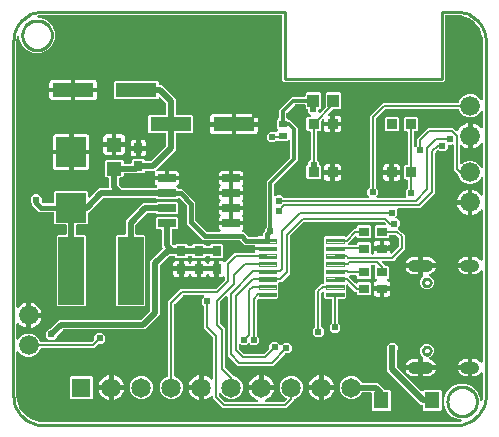
<source format=gbr>
G04 EAGLE Gerber RS-274X export*
G75*
%MOMM*%
%FSLAX34Y34*%
%LPD*%
%INBottom Copper*%
%IPPOS*%
%AMOC8*
5,1,8,0,0,1.08239X$1,22.5*%
G01*
%ADD10C,0.102500*%
%ADD11R,1.650000X1.650000*%
%ADD12C,1.650000*%
%ADD13C,1.000000*%
%ADD14R,1.270000X1.470000*%
%ADD15R,2.540000X2.540000*%
%ADD16R,1.300000X1.200000*%
%ADD17R,0.800000X0.900000*%
%ADD18R,1.550000X0.700000*%
%ADD19R,0.700000X0.600000*%
%ADD20R,0.900000X0.800000*%
%ADD21C,1.676400*%
%ADD22R,0.900000X0.900000*%
%ADD23R,1.000000X1.100000*%
%ADD24R,2.199997X5.720003*%
%ADD25R,3.499994X1.199997*%
%ADD26C,0.203200*%
%ADD27C,0.604800*%
%ADD28C,0.609600*%
%ADD29C,0.508000*%
%ADD30C,0.381000*%
%ADD31C,0.304800*%
%ADD32C,0.254000*%

G36*
X375044Y2547D02*
X375044Y2547D01*
X375080Y2544D01*
X378434Y2808D01*
X378593Y2843D01*
X378668Y2854D01*
X379050Y2978D01*
X379163Y3034D01*
X379277Y3085D01*
X379290Y3096D01*
X379305Y3103D01*
X379399Y3188D01*
X379494Y3269D01*
X379504Y3283D01*
X379516Y3294D01*
X379582Y3401D01*
X379652Y3505D01*
X379657Y3521D01*
X379666Y3536D01*
X379700Y3656D01*
X379738Y3776D01*
X379738Y3793D01*
X379743Y3809D01*
X379742Y3935D01*
X379745Y4060D01*
X379741Y4077D01*
X379741Y4094D01*
X379705Y4214D01*
X379673Y4335D01*
X379665Y4350D01*
X379660Y4366D01*
X379592Y4472D01*
X379528Y4580D01*
X379516Y4591D01*
X379506Y4606D01*
X379412Y4688D01*
X379321Y4774D01*
X379305Y4782D01*
X379293Y4793D01*
X379179Y4847D01*
X379067Y4904D01*
X379052Y4906D01*
X379036Y4914D01*
X378755Y4959D01*
X378746Y4958D01*
X378736Y4959D01*
X377008Y4959D01*
X371480Y7249D01*
X367249Y11480D01*
X364959Y17008D01*
X364959Y22992D01*
X367249Y28520D01*
X371480Y32751D01*
X377008Y35041D01*
X382992Y35041D01*
X388520Y32751D01*
X392751Y28520D01*
X395041Y22992D01*
X395041Y21264D01*
X395058Y21140D01*
X395072Y21015D01*
X395078Y20999D01*
X395081Y20982D01*
X395132Y20868D01*
X395179Y20751D01*
X395190Y20738D01*
X395197Y20723D01*
X395278Y20627D01*
X395356Y20528D01*
X395370Y20519D01*
X395380Y20506D01*
X395485Y20436D01*
X395587Y20363D01*
X395603Y20357D01*
X395617Y20348D01*
X395737Y20310D01*
X395855Y20268D01*
X395872Y20267D01*
X395888Y20262D01*
X396014Y20259D01*
X396139Y20252D01*
X396155Y20255D01*
X396172Y20255D01*
X396293Y20287D01*
X396416Y20314D01*
X396431Y20323D01*
X396447Y20327D01*
X396555Y20391D01*
X396665Y20451D01*
X396677Y20463D01*
X396692Y20472D01*
X396778Y20564D01*
X396866Y20652D01*
X396874Y20666D01*
X396886Y20679D01*
X397016Y20933D01*
X397017Y20942D01*
X397022Y20950D01*
X397146Y21332D01*
X397174Y21492D01*
X397192Y21566D01*
X397456Y24920D01*
X397453Y24965D01*
X397459Y25000D01*
X397459Y43617D01*
X397441Y43744D01*
X397427Y43872D01*
X397421Y43885D01*
X397419Y43899D01*
X397367Y44016D01*
X397318Y44135D01*
X397309Y44146D01*
X397303Y44158D01*
X397220Y44256D01*
X397140Y44357D01*
X397128Y44365D01*
X397120Y44375D01*
X397012Y44447D01*
X396908Y44521D01*
X396894Y44525D01*
X396883Y44533D01*
X396760Y44572D01*
X396639Y44614D01*
X396625Y44614D01*
X396612Y44619D01*
X396484Y44622D01*
X396355Y44629D01*
X396342Y44626D01*
X396328Y44626D01*
X396204Y44593D01*
X396078Y44564D01*
X396066Y44558D01*
X396053Y44554D01*
X395943Y44489D01*
X395830Y44426D01*
X395821Y44417D01*
X395808Y44409D01*
X395614Y44201D01*
X395608Y44189D01*
X395600Y44181D01*
X395407Y43893D01*
X394357Y42843D01*
X393122Y42018D01*
X391750Y41449D01*
X390293Y41159D01*
X388581Y41159D01*
X388581Y47684D01*
X388573Y47742D01*
X388574Y47800D01*
X388553Y47882D01*
X388541Y47965D01*
X388517Y48019D01*
X388503Y48075D01*
X388460Y48148D01*
X388425Y48225D01*
X388387Y48269D01*
X388357Y48320D01*
X388296Y48377D01*
X388241Y48442D01*
X388193Y48474D01*
X388150Y48514D01*
X388075Y48553D01*
X388005Y48599D01*
X387949Y48617D01*
X387897Y48644D01*
X387829Y48655D01*
X387734Y48685D01*
X387634Y48688D01*
X387566Y48699D01*
X386549Y48699D01*
X386549Y48701D01*
X387566Y48701D01*
X387624Y48709D01*
X387682Y48708D01*
X387764Y48729D01*
X387847Y48741D01*
X387901Y48765D01*
X387957Y48779D01*
X388030Y48822D01*
X388107Y48857D01*
X388151Y48895D01*
X388202Y48925D01*
X388259Y48986D01*
X388324Y49041D01*
X388356Y49089D01*
X388396Y49132D01*
X388435Y49207D01*
X388481Y49277D01*
X388499Y49333D01*
X388526Y49385D01*
X388537Y49453D01*
X388567Y49548D01*
X388570Y49648D01*
X388581Y49716D01*
X388581Y56241D01*
X390293Y56241D01*
X391750Y55951D01*
X393122Y55382D01*
X394357Y54557D01*
X395407Y53507D01*
X395600Y53219D01*
X395686Y53123D01*
X395769Y53025D01*
X395780Y53017D01*
X395789Y53007D01*
X395898Y52939D01*
X396005Y52867D01*
X396018Y52863D01*
X396030Y52856D01*
X396153Y52820D01*
X396276Y52781D01*
X396290Y52781D01*
X396303Y52777D01*
X396432Y52777D01*
X396560Y52774D01*
X396574Y52778D01*
X396588Y52778D01*
X396711Y52814D01*
X396835Y52846D01*
X396847Y52853D01*
X396861Y52857D01*
X396970Y52926D01*
X397080Y52991D01*
X397089Y53001D01*
X397101Y53009D01*
X397186Y53105D01*
X397274Y53199D01*
X397281Y53211D01*
X397290Y53221D01*
X397345Y53337D01*
X397404Y53452D01*
X397406Y53464D01*
X397412Y53478D01*
X397459Y53758D01*
X397457Y53772D01*
X397459Y53783D01*
X397459Y130017D01*
X397441Y130144D01*
X397427Y130272D01*
X397421Y130285D01*
X397419Y130299D01*
X397367Y130416D01*
X397318Y130535D01*
X397309Y130546D01*
X397303Y130558D01*
X397220Y130656D01*
X397140Y130757D01*
X397128Y130765D01*
X397120Y130775D01*
X397012Y130847D01*
X396908Y130921D01*
X396894Y130925D01*
X396883Y130933D01*
X396760Y130972D01*
X396639Y131014D01*
X396625Y131014D01*
X396612Y131019D01*
X396484Y131022D01*
X396355Y131029D01*
X396342Y131026D01*
X396328Y131026D01*
X396204Y130993D01*
X396078Y130964D01*
X396066Y130958D01*
X396053Y130954D01*
X395943Y130889D01*
X395830Y130826D01*
X395821Y130817D01*
X395808Y130809D01*
X395614Y130601D01*
X395608Y130589D01*
X395600Y130581D01*
X395407Y130293D01*
X394357Y129243D01*
X393122Y128418D01*
X391750Y127849D01*
X390293Y127559D01*
X388581Y127559D01*
X388581Y134084D01*
X388573Y134142D01*
X388574Y134200D01*
X388553Y134282D01*
X388541Y134365D01*
X388517Y134419D01*
X388503Y134475D01*
X388460Y134548D01*
X388425Y134625D01*
X388387Y134669D01*
X388357Y134720D01*
X388296Y134777D01*
X388241Y134842D01*
X388193Y134874D01*
X388150Y134914D01*
X388075Y134953D01*
X388005Y134999D01*
X387949Y135017D01*
X387897Y135044D01*
X387829Y135055D01*
X387734Y135085D01*
X387634Y135088D01*
X387566Y135099D01*
X386549Y135099D01*
X386549Y135101D01*
X387566Y135101D01*
X387624Y135109D01*
X387682Y135108D01*
X387764Y135129D01*
X387847Y135141D01*
X387901Y135165D01*
X387957Y135179D01*
X388030Y135222D01*
X388107Y135257D01*
X388151Y135295D01*
X388202Y135325D01*
X388259Y135386D01*
X388324Y135441D01*
X388356Y135489D01*
X388396Y135532D01*
X388435Y135607D01*
X388481Y135677D01*
X388499Y135733D01*
X388526Y135785D01*
X388537Y135853D01*
X388567Y135948D01*
X388570Y136048D01*
X388581Y136116D01*
X388581Y142641D01*
X390293Y142641D01*
X391750Y142351D01*
X393122Y141782D01*
X394357Y140957D01*
X395407Y139907D01*
X395600Y139619D01*
X395686Y139523D01*
X395769Y139425D01*
X395780Y139417D01*
X395789Y139407D01*
X395898Y139339D01*
X396005Y139267D01*
X396018Y139263D01*
X396030Y139256D01*
X396153Y139220D01*
X396276Y139181D01*
X396290Y139181D01*
X396303Y139177D01*
X396432Y139177D01*
X396560Y139174D01*
X396574Y139178D01*
X396588Y139178D01*
X396711Y139214D01*
X396835Y139246D01*
X396847Y139253D01*
X396861Y139257D01*
X396970Y139326D01*
X397080Y139391D01*
X397089Y139401D01*
X397101Y139409D01*
X397186Y139505D01*
X397274Y139599D01*
X397281Y139611D01*
X397290Y139621D01*
X397345Y139737D01*
X397404Y139852D01*
X397406Y139864D01*
X397412Y139878D01*
X397459Y140158D01*
X397457Y140172D01*
X397459Y140183D01*
X397459Y181724D01*
X397444Y181831D01*
X397436Y181940D01*
X397424Y181971D01*
X397419Y182005D01*
X397375Y182104D01*
X397337Y182206D01*
X397317Y182233D01*
X397303Y182264D01*
X397233Y182347D01*
X397168Y182435D01*
X397141Y182456D01*
X397120Y182481D01*
X397029Y182542D01*
X396943Y182608D01*
X396911Y182620D01*
X396883Y182639D01*
X396779Y182672D01*
X396678Y182711D01*
X396644Y182715D01*
X396612Y182725D01*
X396503Y182728D01*
X396395Y182738D01*
X396362Y182731D01*
X396328Y182732D01*
X396223Y182705D01*
X396116Y182684D01*
X396085Y182669D01*
X396053Y182660D01*
X395959Y182605D01*
X395862Y182556D01*
X395840Y182534D01*
X395808Y182515D01*
X395659Y182356D01*
X395623Y182320D01*
X394919Y181352D01*
X393704Y180137D01*
X392313Y179126D01*
X390781Y178346D01*
X389146Y177814D01*
X388619Y177731D01*
X388619Y187452D01*
X388611Y187510D01*
X388613Y187568D01*
X388591Y187650D01*
X388579Y187733D01*
X388555Y187787D01*
X388541Y187843D01*
X388498Y187916D01*
X388463Y187993D01*
X388425Y188037D01*
X388395Y188088D01*
X388334Y188145D01*
X388279Y188210D01*
X388231Y188242D01*
X388188Y188282D01*
X388113Y188321D01*
X388043Y188367D01*
X387987Y188385D01*
X387935Y188412D01*
X387867Y188423D01*
X387772Y188453D01*
X387672Y188456D01*
X387604Y188467D01*
X386587Y188467D01*
X386587Y188469D01*
X387604Y188469D01*
X387662Y188477D01*
X387720Y188476D01*
X387802Y188497D01*
X387885Y188509D01*
X387939Y188533D01*
X387995Y188547D01*
X388068Y188590D01*
X388145Y188625D01*
X388190Y188663D01*
X388240Y188693D01*
X388298Y188754D01*
X388362Y188809D01*
X388394Y188857D01*
X388434Y188900D01*
X388473Y188975D01*
X388519Y189045D01*
X388537Y189101D01*
X388564Y189153D01*
X388575Y189221D01*
X388605Y189316D01*
X388608Y189416D01*
X388619Y189484D01*
X388619Y199205D01*
X389146Y199122D01*
X390781Y198590D01*
X392313Y197810D01*
X393704Y196799D01*
X394919Y195584D01*
X395623Y194616D01*
X395698Y194537D01*
X395769Y194455D01*
X395797Y194436D01*
X395820Y194411D01*
X395915Y194357D01*
X396005Y194297D01*
X396038Y194287D01*
X396067Y194270D01*
X396172Y194244D01*
X396276Y194211D01*
X396310Y194210D01*
X396343Y194202D01*
X396452Y194207D01*
X396560Y194204D01*
X396593Y194212D01*
X396627Y194214D01*
X396730Y194248D01*
X396835Y194276D01*
X396865Y194293D01*
X396897Y194304D01*
X396986Y194365D01*
X397080Y194421D01*
X397103Y194446D01*
X397131Y194465D01*
X397200Y194549D01*
X397274Y194628D01*
X397290Y194658D01*
X397311Y194685D01*
X397354Y194785D01*
X397404Y194881D01*
X397409Y194911D01*
X397424Y194946D01*
X397451Y195163D01*
X397459Y195212D01*
X397459Y209122D01*
X397447Y209207D01*
X397445Y209293D01*
X397427Y209347D01*
X397419Y209404D01*
X397384Y209482D01*
X397358Y209564D01*
X397326Y209611D01*
X397303Y209663D01*
X397248Y209729D01*
X397200Y209800D01*
X397156Y209837D01*
X397120Y209880D01*
X397048Y209928D01*
X396982Y209983D01*
X396930Y210006D01*
X396883Y210038D01*
X396801Y210064D01*
X396722Y210098D01*
X396666Y210106D01*
X396612Y210123D01*
X396526Y210126D01*
X396441Y210137D01*
X396385Y210129D01*
X396328Y210131D01*
X396245Y210109D01*
X396159Y210097D01*
X396108Y210073D01*
X396053Y210059D01*
X395979Y210015D01*
X395900Y209980D01*
X395857Y209943D01*
X395808Y209914D01*
X395749Y209851D01*
X395684Y209795D01*
X395658Y209753D01*
X395614Y209706D01*
X395548Y209577D01*
X395506Y209511D01*
X394987Y208256D01*
X392200Y205470D01*
X388559Y203961D01*
X384617Y203961D01*
X380976Y205470D01*
X378189Y208256D01*
X376828Y211544D01*
X376812Y211570D01*
X376803Y211600D01*
X376757Y211664D01*
X376683Y211789D01*
X376636Y211833D01*
X376608Y211873D01*
X372871Y215610D01*
X372871Y236699D01*
X372867Y236729D01*
X372870Y236758D01*
X372847Y236869D01*
X372831Y236981D01*
X372819Y237008D01*
X372814Y237036D01*
X372762Y237137D01*
X372715Y237240D01*
X372696Y237263D01*
X372683Y237289D01*
X372605Y237371D01*
X372532Y237457D01*
X372507Y237474D01*
X372487Y237495D01*
X372389Y237552D01*
X372295Y237615D01*
X372267Y237624D01*
X372242Y237639D01*
X372132Y237667D01*
X372024Y237701D01*
X371995Y237701D01*
X371966Y237709D01*
X371853Y237705D01*
X371740Y237708D01*
X371711Y237701D01*
X371682Y237700D01*
X371574Y237665D01*
X371465Y237636D01*
X371439Y237621D01*
X371411Y237612D01*
X371348Y237567D01*
X371220Y237491D01*
X371219Y237489D01*
X368808Y237489D01*
X368750Y237481D01*
X368692Y237483D01*
X368610Y237461D01*
X368526Y237449D01*
X368473Y237426D01*
X368417Y237411D01*
X368344Y237368D01*
X368267Y237333D01*
X368222Y237295D01*
X368172Y237266D01*
X368114Y237204D01*
X368050Y237150D01*
X368018Y237101D01*
X367978Y237058D01*
X367939Y236983D01*
X367892Y236913D01*
X367875Y236857D01*
X367848Y236805D01*
X367837Y236737D01*
X367807Y236642D01*
X367804Y236542D01*
X367793Y236474D01*
X367793Y234580D01*
X365114Y231901D01*
X361326Y231901D01*
X360469Y232758D01*
X360422Y232793D01*
X360382Y232836D01*
X360309Y232878D01*
X360242Y232929D01*
X360187Y232950D01*
X360137Y232979D01*
X360055Y233000D01*
X359976Y233030D01*
X359918Y233035D01*
X359861Y233049D01*
X359777Y233047D01*
X359693Y233054D01*
X359636Y233042D01*
X359577Y233040D01*
X359497Y233014D01*
X359414Y232998D01*
X359362Y232971D01*
X359307Y232953D01*
X359250Y232913D01*
X359162Y232867D01*
X359089Y232798D01*
X359033Y232758D01*
X357676Y231401D01*
X357624Y231331D01*
X357564Y231267D01*
X357538Y231218D01*
X357505Y231174D01*
X357474Y231092D01*
X357434Y231014D01*
X357426Y230967D01*
X357404Y230908D01*
X357392Y230760D01*
X357379Y230683D01*
X357379Y196560D01*
X344206Y183387D01*
X325623Y183387D01*
X325593Y183383D01*
X325564Y183386D01*
X325453Y183363D01*
X325341Y183347D01*
X325314Y183335D01*
X325286Y183330D01*
X325185Y183278D01*
X325082Y183231D01*
X325059Y183212D01*
X325033Y183199D01*
X324951Y183121D01*
X324865Y183048D01*
X324848Y183023D01*
X324827Y183003D01*
X324770Y182905D01*
X324707Y182811D01*
X324698Y182783D01*
X324683Y182758D01*
X324656Y182648D01*
X324621Y182540D01*
X324621Y182511D01*
X324613Y182482D01*
X324617Y182369D01*
X324614Y182256D01*
X324621Y182227D01*
X324622Y182198D01*
X324657Y182090D01*
X324686Y181981D01*
X324701Y181955D01*
X324710Y181927D01*
X324755Y181864D01*
X324831Y181736D01*
X324843Y181725D01*
X324843Y177948D01*
X323611Y176716D01*
X323593Y176692D01*
X323571Y176673D01*
X323508Y176579D01*
X323440Y176489D01*
X323429Y176461D01*
X323413Y176437D01*
X323379Y176329D01*
X323339Y176223D01*
X323336Y176194D01*
X323327Y176166D01*
X323324Y176052D01*
X323315Y175940D01*
X323321Y175911D01*
X323320Y175882D01*
X323349Y175772D01*
X323371Y175661D01*
X323384Y175635D01*
X323392Y175607D01*
X323450Y175509D01*
X323502Y175409D01*
X323522Y175387D01*
X323537Y175362D01*
X323620Y175285D01*
X323698Y175203D01*
X323723Y175188D01*
X323744Y175168D01*
X323845Y175116D01*
X323943Y175059D01*
X323971Y175052D01*
X323998Y175038D01*
X324075Y175025D01*
X324218Y174989D01*
X324281Y174991D01*
X324329Y174983D01*
X324464Y174983D01*
X327129Y172318D01*
X327129Y168550D01*
X326025Y167446D01*
X325990Y167399D01*
X325947Y167359D01*
X325905Y167286D01*
X325854Y167219D01*
X325833Y167164D01*
X325804Y167114D01*
X325783Y167032D01*
X325753Y166953D01*
X325748Y166895D01*
X325734Y166838D01*
X325736Y166754D01*
X325729Y166670D01*
X325741Y166613D01*
X325743Y166554D01*
X325768Y166474D01*
X325785Y166391D01*
X325812Y166339D01*
X325830Y166284D01*
X325870Y166227D01*
X325916Y166139D01*
X325985Y166066D01*
X326025Y166010D01*
X329407Y162628D01*
X331193Y160842D01*
X331193Y148530D01*
X329407Y146744D01*
X323640Y140977D01*
X321854Y139191D01*
X312877Y139191D01*
X312848Y139187D01*
X312819Y139190D01*
X312708Y139167D01*
X312595Y139151D01*
X312569Y139139D01*
X312540Y139134D01*
X312439Y139081D01*
X312336Y139035D01*
X312314Y139016D01*
X312288Y139003D01*
X312205Y138925D01*
X312119Y138852D01*
X312103Y138827D01*
X312081Y138807D01*
X312024Y138709D01*
X311961Y138615D01*
X311953Y138587D01*
X311938Y138562D01*
X311910Y138452D01*
X311876Y138344D01*
X311875Y138314D01*
X311868Y138286D01*
X311871Y138173D01*
X311868Y138060D01*
X311876Y138031D01*
X311877Y138002D01*
X311912Y137894D01*
X311940Y137785D01*
X311955Y137759D01*
X311964Y137731D01*
X312010Y137668D01*
X312085Y137540D01*
X312131Y137497D01*
X312159Y137458D01*
X314467Y135150D01*
X314537Y135098D01*
X314601Y135038D01*
X314650Y135012D01*
X314694Y134979D01*
X314776Y134948D01*
X314854Y134908D01*
X314901Y134900D01*
X314960Y134878D01*
X315108Y134866D01*
X315185Y134853D01*
X317176Y134853D01*
X318069Y133960D01*
X318069Y124696D01*
X317022Y123650D01*
X317017Y123647D01*
X317009Y123641D01*
X317000Y123637D01*
X316900Y123549D01*
X316800Y123464D01*
X316794Y123455D01*
X316787Y123449D01*
X316715Y123337D01*
X316642Y123227D01*
X316639Y123217D01*
X316634Y123209D01*
X316596Y123082D01*
X316556Y122956D01*
X316556Y122946D01*
X316553Y122937D01*
X316552Y122803D01*
X316549Y122672D01*
X316551Y122662D01*
X316551Y122652D01*
X316587Y122524D01*
X316621Y122397D01*
X316626Y122388D01*
X316628Y122379D01*
X316698Y122266D01*
X316766Y122152D01*
X316773Y122145D01*
X316778Y122137D01*
X316877Y122048D01*
X316973Y121958D01*
X316982Y121953D01*
X316989Y121947D01*
X317041Y121923D01*
X317226Y121828D01*
X317262Y121822D01*
X317295Y121807D01*
X317563Y121736D01*
X318142Y121401D01*
X318615Y120928D01*
X318950Y120349D01*
X319123Y119702D01*
X319123Y117367D01*
X313066Y117367D01*
X313008Y117359D01*
X312950Y117361D01*
X312868Y117339D01*
X312785Y117327D01*
X312731Y117304D01*
X312675Y117289D01*
X312602Y117246D01*
X312525Y117211D01*
X312481Y117173D01*
X312430Y117144D01*
X312373Y117082D01*
X312308Y117028D01*
X312276Y116979D01*
X312236Y116936D01*
X312197Y116861D01*
X312151Y116791D01*
X312133Y116735D01*
X312106Y116683D01*
X312095Y116615D01*
X312082Y116573D01*
X312073Y116634D01*
X312049Y116687D01*
X312035Y116743D01*
X311991Y116816D01*
X311957Y116893D01*
X311919Y116938D01*
X311889Y116988D01*
X311828Y117046D01*
X311773Y117110D01*
X311725Y117142D01*
X311682Y117182D01*
X311607Y117221D01*
X311537Y117268D01*
X311481Y117285D01*
X311429Y117312D01*
X311361Y117323D01*
X311266Y117353D01*
X311166Y117356D01*
X311098Y117367D01*
X305041Y117367D01*
X305041Y119702D01*
X305214Y120349D01*
X305549Y120928D01*
X306022Y121401D01*
X306601Y121736D01*
X306869Y121807D01*
X306878Y121811D01*
X306888Y121813D01*
X307009Y121867D01*
X307131Y121919D01*
X307138Y121925D01*
X307147Y121929D01*
X307248Y122014D01*
X307351Y122098D01*
X307357Y122106D01*
X307364Y122113D01*
X307438Y122223D01*
X307513Y122332D01*
X307517Y122341D01*
X307522Y122349D01*
X307562Y122476D01*
X307604Y122601D01*
X307605Y122611D01*
X307608Y122620D01*
X307611Y122752D01*
X307617Y122885D01*
X307615Y122895D01*
X307615Y122904D01*
X307582Y123032D01*
X307551Y123161D01*
X307546Y123170D01*
X307543Y123179D01*
X307476Y123293D01*
X307410Y123409D01*
X307403Y123415D01*
X307398Y123424D01*
X307301Y123514D01*
X307207Y123607D01*
X307198Y123612D01*
X307191Y123618D01*
X307073Y123678D01*
X306996Y123720D01*
X306019Y124696D01*
X306019Y133971D01*
X306065Y134039D01*
X306133Y134129D01*
X306143Y134157D01*
X306159Y134181D01*
X306194Y134289D01*
X306234Y134395D01*
X306236Y134424D01*
X306245Y134452D01*
X306248Y134565D01*
X306258Y134678D01*
X306252Y134707D01*
X306253Y134736D01*
X306224Y134846D01*
X306202Y134957D01*
X306188Y134983D01*
X306181Y135011D01*
X306123Y135108D01*
X306071Y135209D01*
X306050Y135231D01*
X306035Y135256D01*
X305953Y135333D01*
X305875Y135415D01*
X305850Y135430D01*
X305828Y135450D01*
X305727Y135502D01*
X305630Y135559D01*
X305601Y135566D01*
X305575Y135580D01*
X305498Y135593D01*
X305354Y135629D01*
X305292Y135627D01*
X305244Y135635D01*
X303604Y135635D01*
X303575Y135631D01*
X303546Y135634D01*
X303435Y135611D01*
X303323Y135595D01*
X303296Y135583D01*
X303267Y135578D01*
X303167Y135526D01*
X303063Y135479D01*
X303041Y135460D01*
X303015Y135447D01*
X302933Y135369D01*
X302846Y135296D01*
X302830Y135271D01*
X302809Y135251D01*
X302751Y135153D01*
X302689Y135059D01*
X302680Y135031D01*
X302665Y135006D01*
X302637Y134896D01*
X302603Y134788D01*
X302602Y134759D01*
X302595Y134730D01*
X302598Y134617D01*
X302595Y134504D01*
X302603Y134475D01*
X302604Y134446D01*
X302639Y134338D01*
X302667Y134229D01*
X302682Y134203D01*
X302691Y134175D01*
X302737Y134112D01*
X302813Y133984D01*
X302829Y133969D01*
X302829Y124696D01*
X301936Y123803D01*
X291672Y123803D01*
X290779Y124696D01*
X290779Y125772D01*
X290771Y125830D01*
X290773Y125888D01*
X290751Y125970D01*
X290739Y126054D01*
X290716Y126107D01*
X290701Y126163D01*
X290658Y126236D01*
X290623Y126313D01*
X290585Y126358D01*
X290556Y126408D01*
X290494Y126466D01*
X290440Y126530D01*
X290391Y126562D01*
X290348Y126602D01*
X290273Y126641D01*
X290203Y126688D01*
X290147Y126705D01*
X290095Y126732D01*
X290027Y126743D01*
X289932Y126773D01*
X289832Y126776D01*
X289764Y126787D01*
X285149Y126787D01*
X285120Y126783D01*
X285091Y126786D01*
X284980Y126763D01*
X284867Y126747D01*
X284841Y126735D01*
X284812Y126730D01*
X284711Y126678D01*
X284608Y126631D01*
X284586Y126612D01*
X284560Y126599D01*
X284477Y126521D01*
X284391Y126448D01*
X284375Y126423D01*
X284353Y126403D01*
X284296Y126305D01*
X284233Y126211D01*
X284225Y126183D01*
X284210Y126158D01*
X284182Y126048D01*
X284148Y125940D01*
X284147Y125910D01*
X284140Y125882D01*
X284143Y125769D01*
X284140Y125656D01*
X284148Y125627D01*
X284149Y125598D01*
X284184Y125490D01*
X284212Y125381D01*
X284227Y125355D01*
X284236Y125327D01*
X284282Y125264D01*
X284357Y125136D01*
X284403Y125093D01*
X284431Y125054D01*
X289434Y120052D01*
X289480Y120017D01*
X289521Y119974D01*
X289593Y119931D01*
X289661Y119881D01*
X289715Y119860D01*
X289766Y119830D01*
X289847Y119810D01*
X289926Y119779D01*
X289985Y119775D01*
X290041Y119760D01*
X290126Y119763D01*
X290210Y119756D01*
X290267Y119767D01*
X290325Y119769D01*
X290406Y119795D01*
X290488Y119812D01*
X290540Y119839D01*
X290596Y119857D01*
X290652Y119897D01*
X290741Y119943D01*
X290813Y120011D01*
X290869Y120052D01*
X291710Y120893D01*
X301974Y120893D01*
X302867Y120000D01*
X302867Y110736D01*
X301974Y109843D01*
X291710Y109843D01*
X290817Y110736D01*
X290817Y111812D01*
X290809Y111870D01*
X290811Y111928D01*
X290789Y112010D01*
X290777Y112094D01*
X290754Y112147D01*
X290739Y112203D01*
X290696Y112276D01*
X290661Y112353D01*
X290623Y112398D01*
X290594Y112448D01*
X290532Y112506D01*
X290478Y112570D01*
X290429Y112602D01*
X290386Y112642D01*
X290311Y112681D01*
X290241Y112728D01*
X290185Y112745D01*
X290133Y112772D01*
X290065Y112783D01*
X289970Y112813D01*
X289870Y112816D01*
X289802Y112827D01*
X289472Y112827D01*
X283432Y118867D01*
X283408Y118885D01*
X283389Y118907D01*
X283295Y118970D01*
X283205Y119038D01*
X283177Y119048D01*
X283153Y119065D01*
X283045Y119099D01*
X282939Y119139D01*
X282910Y119142D01*
X282882Y119150D01*
X282768Y119153D01*
X282656Y119163D01*
X282627Y119157D01*
X282598Y119158D01*
X282488Y119129D01*
X282377Y119107D01*
X282351Y119093D01*
X282323Y119086D01*
X282225Y119028D01*
X282125Y118976D01*
X282103Y118956D01*
X282078Y118941D01*
X282001Y118858D01*
X281919Y118780D01*
X281904Y118755D01*
X281884Y118733D01*
X281832Y118632D01*
X281775Y118535D01*
X281768Y118506D01*
X281754Y118480D01*
X281741Y118403D01*
X281705Y118259D01*
X281707Y118197D01*
X281699Y118149D01*
X281699Y114719D01*
X281548Y114568D01*
X281513Y114521D01*
X281470Y114481D01*
X281428Y114408D01*
X281377Y114341D01*
X281356Y114286D01*
X281327Y114236D01*
X281306Y114154D01*
X281276Y114075D01*
X281271Y114017D01*
X281257Y113960D01*
X281259Y113876D01*
X281252Y113792D01*
X281264Y113734D01*
X281266Y113676D01*
X281292Y113596D01*
X281308Y113513D01*
X281335Y113461D01*
X281353Y113405D01*
X281393Y113349D01*
X281439Y113261D01*
X281508Y113188D01*
X281548Y113132D01*
X281699Y112981D01*
X281699Y108219D01*
X280505Y107025D01*
X275844Y107025D01*
X275786Y107017D01*
X275728Y107019D01*
X275646Y106997D01*
X275562Y106985D01*
X275509Y106962D01*
X275453Y106947D01*
X275380Y106904D01*
X275303Y106869D01*
X275258Y106831D01*
X275208Y106802D01*
X275150Y106740D01*
X275086Y106686D01*
X275054Y106637D01*
X275014Y106594D01*
X274975Y106519D01*
X274928Y106449D01*
X274911Y106393D01*
X274884Y106341D01*
X274873Y106273D01*
X274843Y106178D01*
X274840Y106078D01*
X274829Y106010D01*
X274829Y87151D01*
X274841Y87064D01*
X274844Y86977D01*
X274861Y86924D01*
X274869Y86869D01*
X274904Y86789D01*
X274931Y86706D01*
X274959Y86667D01*
X274985Y86610D01*
X275081Y86496D01*
X275126Y86433D01*
X276861Y84698D01*
X276861Y80910D01*
X274182Y78231D01*
X270394Y78231D01*
X267715Y80910D01*
X267715Y84698D01*
X269450Y86433D01*
X269502Y86503D01*
X269562Y86566D01*
X269588Y86616D01*
X269621Y86660D01*
X269652Y86742D01*
X269692Y86820D01*
X269700Y86867D01*
X269722Y86926D01*
X269734Y87073D01*
X269747Y87151D01*
X269747Y106010D01*
X269739Y106068D01*
X269741Y106126D01*
X269719Y106208D01*
X269707Y106292D01*
X269684Y106345D01*
X269669Y106401D01*
X269626Y106474D01*
X269591Y106551D01*
X269553Y106596D01*
X269524Y106646D01*
X269462Y106704D01*
X269408Y106768D01*
X269359Y106800D01*
X269316Y106840D01*
X269241Y106879D01*
X269171Y106926D01*
X269115Y106943D01*
X269063Y106970D01*
X268995Y106981D01*
X268900Y107011D01*
X268800Y107014D01*
X268732Y107025D01*
X264143Y107025D01*
X262949Y108219D01*
X262949Y111871D01*
X262945Y111900D01*
X262948Y111930D01*
X262925Y112041D01*
X262909Y112153D01*
X262897Y112179D01*
X262892Y112208D01*
X262840Y112309D01*
X262793Y112412D01*
X262774Y112435D01*
X262761Y112461D01*
X262683Y112543D01*
X262610Y112629D01*
X262585Y112645D01*
X262565Y112667D01*
X262467Y112724D01*
X262373Y112787D01*
X262345Y112795D01*
X262319Y112810D01*
X262210Y112838D01*
X262102Y112872D01*
X262072Y112873D01*
X262044Y112880D01*
X261931Y112877D01*
X261818Y112880D01*
X261789Y112872D01*
X261760Y112871D01*
X261652Y112836D01*
X261543Y112808D01*
X261517Y112793D01*
X261489Y112784D01*
X261425Y112738D01*
X261298Y112663D01*
X261255Y112617D01*
X261216Y112589D01*
X261156Y112529D01*
X261103Y112459D01*
X261044Y112395D01*
X261018Y112346D01*
X260985Y112302D01*
X260954Y112220D01*
X260914Y112142D01*
X260906Y112094D01*
X260884Y112036D01*
X260872Y111888D01*
X260859Y111811D01*
X260859Y83341D01*
X260871Y83254D01*
X260874Y83167D01*
X260891Y83114D01*
X260899Y83059D01*
X260934Y82979D01*
X260961Y82896D01*
X260989Y82857D01*
X261015Y82800D01*
X261111Y82686D01*
X261156Y82623D01*
X262891Y80888D01*
X262891Y77100D01*
X260212Y74421D01*
X256424Y74421D01*
X253745Y77100D01*
X253745Y80888D01*
X255480Y82623D01*
X255532Y82693D01*
X255592Y82756D01*
X255618Y82806D01*
X255651Y82850D01*
X255682Y82932D01*
X255722Y83010D01*
X255730Y83057D01*
X255752Y83116D01*
X255764Y83263D01*
X255777Y83341D01*
X255777Y114336D01*
X261082Y119641D01*
X262076Y119641D01*
X262105Y119645D01*
X262135Y119642D01*
X262246Y119665D01*
X262358Y119681D01*
X262384Y119693D01*
X262413Y119698D01*
X262514Y119751D01*
X262617Y119797D01*
X262640Y119816D01*
X262666Y119829D01*
X262748Y119907D01*
X262834Y119980D01*
X262850Y120005D01*
X262872Y120025D01*
X262929Y120123D01*
X262992Y120217D01*
X263001Y120245D01*
X263015Y120270D01*
X263043Y120380D01*
X263077Y120488D01*
X263078Y120517D01*
X263085Y120546D01*
X263082Y120659D01*
X263085Y120772D01*
X263077Y120801D01*
X263076Y120830D01*
X263041Y120938D01*
X263013Y121047D01*
X262998Y121073D01*
X262989Y121101D01*
X262949Y121156D01*
X262949Y125981D01*
X263100Y126132D01*
X263135Y126179D01*
X263178Y126219D01*
X263220Y126292D01*
X263271Y126359D01*
X263292Y126414D01*
X263321Y126464D01*
X263342Y126546D01*
X263372Y126625D01*
X263377Y126683D01*
X263391Y126740D01*
X263389Y126824D01*
X263396Y126908D01*
X263384Y126966D01*
X263382Y127024D01*
X263356Y127104D01*
X263340Y127187D01*
X263313Y127239D01*
X263295Y127295D01*
X263255Y127351D01*
X263209Y127439D01*
X263140Y127512D01*
X263100Y127568D01*
X262949Y127719D01*
X262949Y132481D01*
X263100Y132632D01*
X263135Y132679D01*
X263178Y132719D01*
X263220Y132792D01*
X263271Y132859D01*
X263292Y132914D01*
X263321Y132964D01*
X263342Y133046D01*
X263372Y133125D01*
X263377Y133183D01*
X263391Y133240D01*
X263389Y133324D01*
X263396Y133408D01*
X263384Y133466D01*
X263382Y133524D01*
X263356Y133604D01*
X263340Y133687D01*
X263313Y133739D01*
X263295Y133795D01*
X263255Y133851D01*
X263209Y133939D01*
X263140Y134012D01*
X263100Y134068D01*
X262949Y134219D01*
X262949Y138981D01*
X263100Y139132D01*
X263135Y139179D01*
X263178Y139219D01*
X263220Y139292D01*
X263271Y139359D01*
X263292Y139414D01*
X263321Y139464D01*
X263342Y139546D01*
X263372Y139625D01*
X263377Y139683D01*
X263391Y139740D01*
X263389Y139824D01*
X263396Y139908D01*
X263384Y139966D01*
X263382Y140024D01*
X263356Y140104D01*
X263340Y140187D01*
X263313Y140239D01*
X263295Y140295D01*
X263255Y140351D01*
X263209Y140439D01*
X263140Y140512D01*
X263100Y140568D01*
X262949Y140719D01*
X262949Y145481D01*
X263100Y145632D01*
X263135Y145679D01*
X263178Y145719D01*
X263220Y145792D01*
X263271Y145859D01*
X263292Y145914D01*
X263321Y145964D01*
X263342Y146046D01*
X263372Y146125D01*
X263377Y146183D01*
X263391Y146240D01*
X263389Y146324D01*
X263396Y146408D01*
X263384Y146466D01*
X263382Y146524D01*
X263356Y146604D01*
X263340Y146687D01*
X263313Y146739D01*
X263295Y146795D01*
X263255Y146851D01*
X263209Y146939D01*
X263140Y147012D01*
X263100Y147068D01*
X262949Y147219D01*
X262949Y151981D01*
X263100Y152132D01*
X263135Y152179D01*
X263178Y152219D01*
X263220Y152292D01*
X263271Y152359D01*
X263292Y152414D01*
X263321Y152464D01*
X263342Y152546D01*
X263372Y152625D01*
X263377Y152683D01*
X263391Y152740D01*
X263389Y152824D01*
X263396Y152908D01*
X263384Y152966D01*
X263382Y153024D01*
X263356Y153104D01*
X263340Y153187D01*
X263313Y153239D01*
X263295Y153295D01*
X263255Y153351D01*
X263209Y153439D01*
X263140Y153512D01*
X263100Y153568D01*
X262949Y153719D01*
X262949Y158481D01*
X264143Y159675D01*
X280505Y159675D01*
X280568Y159613D01*
X280614Y159577D01*
X280655Y159535D01*
X280727Y159492D01*
X280795Y159442D01*
X280849Y159421D01*
X280900Y159391D01*
X280981Y159370D01*
X281060Y159340D01*
X281119Y159336D01*
X281175Y159321D01*
X281259Y159324D01*
X281344Y159317D01*
X281401Y159328D01*
X281459Y159330D01*
X281540Y159356D01*
X281622Y159373D01*
X281674Y159400D01*
X281730Y159418D01*
X281786Y159458D01*
X281875Y159504D01*
X281947Y159572D01*
X282003Y159613D01*
X288578Y166187D01*
X289764Y166187D01*
X289822Y166195D01*
X289880Y166193D01*
X289962Y166215D01*
X290046Y166227D01*
X290099Y166250D01*
X290155Y166265D01*
X290228Y166308D01*
X290305Y166343D01*
X290350Y166381D01*
X290400Y166410D01*
X290458Y166472D01*
X290522Y166526D01*
X290554Y166575D01*
X290594Y166618D01*
X290633Y166693D01*
X290680Y166763D01*
X290697Y166819D01*
X290724Y166871D01*
X290735Y166939D01*
X290765Y167034D01*
X290768Y167134D01*
X290779Y167202D01*
X290779Y168278D01*
X291672Y169171D01*
X301936Y169171D01*
X302829Y168278D01*
X302829Y159014D01*
X301936Y158121D01*
X291672Y158121D01*
X290726Y159068D01*
X290722Y159088D01*
X290670Y159189D01*
X290623Y159292D01*
X290604Y159314D01*
X290591Y159340D01*
X290513Y159423D01*
X290440Y159509D01*
X290415Y159525D01*
X290395Y159547D01*
X290297Y159604D01*
X290203Y159667D01*
X290175Y159675D01*
X290150Y159690D01*
X290040Y159718D01*
X289932Y159752D01*
X289902Y159753D01*
X289874Y159760D01*
X289761Y159757D01*
X289648Y159760D01*
X289619Y159752D01*
X289590Y159751D01*
X289482Y159716D01*
X289373Y159688D01*
X289347Y159673D01*
X289319Y159664D01*
X289256Y159618D01*
X289128Y159543D01*
X289085Y159497D01*
X289046Y159469D01*
X283451Y153874D01*
X283433Y153850D01*
X283411Y153831D01*
X283348Y153737D01*
X283280Y153647D01*
X283270Y153619D01*
X283253Y153595D01*
X283219Y153487D01*
X283179Y153381D01*
X283176Y153352D01*
X283168Y153324D01*
X283165Y153210D01*
X283155Y153098D01*
X283161Y153069D01*
X283160Y153040D01*
X283189Y152930D01*
X283211Y152819D01*
X283225Y152793D01*
X283232Y152765D01*
X283290Y152667D01*
X283342Y152567D01*
X283362Y152545D01*
X283377Y152520D01*
X283460Y152443D01*
X283538Y152361D01*
X283563Y152346D01*
X283585Y152326D01*
X283686Y152274D01*
X283783Y152217D01*
X283812Y152210D01*
X283838Y152196D01*
X283915Y152183D01*
X284059Y152147D01*
X284121Y152149D01*
X284169Y152141D01*
X289764Y152141D01*
X289822Y152149D01*
X289880Y152147D01*
X289962Y152169D01*
X290046Y152181D01*
X290099Y152204D01*
X290155Y152219D01*
X290228Y152262D01*
X290305Y152297D01*
X290350Y152335D01*
X290400Y152364D01*
X290458Y152426D01*
X290522Y152480D01*
X290554Y152529D01*
X290594Y152572D01*
X290633Y152647D01*
X290680Y152717D01*
X290697Y152773D01*
X290724Y152825D01*
X290735Y152893D01*
X290765Y152988D01*
X290768Y153088D01*
X290779Y153156D01*
X290779Y154120D01*
X291672Y155013D01*
X301936Y155013D01*
X302829Y154120D01*
X302829Y145288D01*
X302837Y145230D01*
X302835Y145172D01*
X302857Y145090D01*
X302869Y145006D01*
X302892Y144953D01*
X302907Y144897D01*
X302950Y144824D01*
X302985Y144747D01*
X303023Y144702D01*
X303052Y144652D01*
X303114Y144594D01*
X303168Y144530D01*
X303217Y144498D01*
X303260Y144458D01*
X303335Y144419D01*
X303405Y144372D01*
X303461Y144355D01*
X303513Y144328D01*
X303581Y144317D01*
X303676Y144287D01*
X303776Y144284D01*
X303844Y144273D01*
X303988Y144273D01*
X304046Y144281D01*
X304104Y144279D01*
X304186Y144301D01*
X304270Y144313D01*
X304323Y144336D01*
X304379Y144351D01*
X304452Y144394D01*
X304529Y144429D01*
X304574Y144467D01*
X304624Y144496D01*
X304682Y144558D01*
X304746Y144612D01*
X304778Y144661D01*
X304818Y144704D01*
X304857Y144779D01*
X304904Y144849D01*
X304921Y144905D01*
X304948Y144957D01*
X304959Y145025D01*
X304989Y145120D01*
X304992Y145220D01*
X305003Y145288D01*
X305003Y147489D01*
X311060Y147489D01*
X311118Y147497D01*
X311176Y147495D01*
X311258Y147517D01*
X311341Y147529D01*
X311395Y147552D01*
X311451Y147567D01*
X311524Y147610D01*
X311601Y147645D01*
X311645Y147683D01*
X311696Y147712D01*
X311753Y147774D01*
X311818Y147828D01*
X311850Y147877D01*
X311890Y147920D01*
X311929Y147995D01*
X311975Y148065D01*
X311993Y148121D01*
X312020Y148173D01*
X312031Y148241D01*
X312044Y148283D01*
X312053Y148222D01*
X312077Y148169D01*
X312091Y148113D01*
X312135Y148040D01*
X312169Y147963D01*
X312207Y147918D01*
X312237Y147868D01*
X312298Y147810D01*
X312353Y147746D01*
X312401Y147714D01*
X312444Y147674D01*
X312519Y147635D01*
X312589Y147588D01*
X312645Y147571D01*
X312697Y147544D01*
X312765Y147533D01*
X312860Y147503D01*
X312960Y147500D01*
X313028Y147489D01*
X319085Y147489D01*
X319085Y146059D01*
X319089Y146030D01*
X319086Y146001D01*
X319109Y145890D01*
X319125Y145777D01*
X319137Y145751D01*
X319142Y145722D01*
X319194Y145621D01*
X319241Y145518D01*
X319260Y145496D01*
X319273Y145470D01*
X319351Y145387D01*
X319424Y145301D01*
X319449Y145285D01*
X319469Y145263D01*
X319567Y145206D01*
X319661Y145143D01*
X319689Y145135D01*
X319714Y145120D01*
X319824Y145092D01*
X319932Y145058D01*
X319962Y145057D01*
X319990Y145050D01*
X320103Y145053D01*
X320216Y145050D01*
X320245Y145058D01*
X320274Y145059D01*
X320382Y145094D01*
X320491Y145122D01*
X320517Y145137D01*
X320545Y145146D01*
X320608Y145192D01*
X320736Y145267D01*
X320779Y145313D01*
X320818Y145341D01*
X325814Y150337D01*
X325866Y150407D01*
X325926Y150471D01*
X325952Y150520D01*
X325985Y150564D01*
X326016Y150646D01*
X326056Y150724D01*
X326064Y150771D01*
X326086Y150830D01*
X326098Y150978D01*
X326111Y151055D01*
X326111Y158317D01*
X326099Y158404D01*
X326096Y158491D01*
X326079Y158544D01*
X326071Y158599D01*
X326036Y158678D01*
X326009Y158762D01*
X325981Y158801D01*
X325955Y158858D01*
X325859Y158971D01*
X325814Y159035D01*
X324041Y160808D01*
X323971Y160860D01*
X323907Y160920D01*
X323858Y160946D01*
X323814Y160979D01*
X323732Y161010D01*
X323654Y161050D01*
X323607Y161058D01*
X323548Y161080D01*
X323400Y161092D01*
X323323Y161105D01*
X319084Y161105D01*
X319026Y161097D01*
X318968Y161099D01*
X318886Y161077D01*
X318802Y161065D01*
X318749Y161042D01*
X318693Y161027D01*
X318620Y160984D01*
X318543Y160949D01*
X318498Y160911D01*
X318448Y160882D01*
X318390Y160820D01*
X318326Y160766D01*
X318294Y160717D01*
X318254Y160674D01*
X318215Y160599D01*
X318168Y160529D01*
X318151Y160473D01*
X318124Y160421D01*
X318113Y160353D01*
X318083Y160258D01*
X318080Y160158D01*
X318069Y160090D01*
X318069Y159014D01*
X317176Y158121D01*
X306912Y158121D01*
X306019Y159014D01*
X306019Y168278D01*
X306912Y169171D01*
X314497Y169171D01*
X314526Y169175D01*
X314555Y169172D01*
X314666Y169195D01*
X314779Y169211D01*
X314805Y169223D01*
X314834Y169228D01*
X314935Y169281D01*
X315038Y169327D01*
X315060Y169346D01*
X315086Y169359D01*
X315169Y169437D01*
X315255Y169510D01*
X315271Y169535D01*
X315293Y169555D01*
X315350Y169653D01*
X315413Y169747D01*
X315421Y169775D01*
X315436Y169800D01*
X315464Y169910D01*
X315498Y170018D01*
X315499Y170048D01*
X315506Y170076D01*
X315503Y170189D01*
X315506Y170302D01*
X315498Y170331D01*
X315497Y170360D01*
X315462Y170468D01*
X315434Y170577D01*
X315419Y170603D01*
X315410Y170631D01*
X315364Y170695D01*
X315289Y170822D01*
X315243Y170865D01*
X315215Y170904D01*
X314199Y171920D01*
X314129Y171972D01*
X314065Y172032D01*
X314016Y172058D01*
X313972Y172091D01*
X313890Y172122D01*
X313812Y172162D01*
X313765Y172170D01*
X313706Y172192D01*
X313558Y172204D01*
X313481Y172217D01*
X246589Y172217D01*
X246502Y172205D01*
X246415Y172202D01*
X246362Y172185D01*
X246307Y172177D01*
X246228Y172142D01*
X246144Y172115D01*
X246105Y172087D01*
X246048Y172061D01*
X245935Y171965D01*
X245871Y171920D01*
X234486Y160535D01*
X234434Y160465D01*
X234374Y160401D01*
X234348Y160352D01*
X234315Y160308D01*
X234284Y160226D01*
X234244Y160148D01*
X234236Y160101D01*
X234214Y160042D01*
X234202Y159894D01*
X234189Y159817D01*
X234189Y128234D01*
X227014Y121059D01*
X225172Y121059D01*
X225143Y121055D01*
X225113Y121058D01*
X225002Y121035D01*
X224890Y121019D01*
X224864Y121007D01*
X224835Y121002D01*
X224734Y120949D01*
X224631Y120903D01*
X224608Y120884D01*
X224582Y120871D01*
X224500Y120793D01*
X224414Y120720D01*
X224398Y120695D01*
X224376Y120675D01*
X224319Y120577D01*
X224256Y120483D01*
X224247Y120455D01*
X224233Y120430D01*
X224205Y120320D01*
X224171Y120212D01*
X224170Y120183D01*
X224163Y120154D01*
X224166Y120041D01*
X224163Y119928D01*
X224171Y119899D01*
X224172Y119870D01*
X224207Y119762D01*
X224235Y119653D01*
X224250Y119627D01*
X224259Y119599D01*
X224299Y119544D01*
X224299Y114719D01*
X224148Y114568D01*
X224113Y114521D01*
X224070Y114481D01*
X224028Y114408D01*
X223977Y114341D01*
X223956Y114286D01*
X223927Y114236D01*
X223906Y114154D01*
X223876Y114075D01*
X223871Y114017D01*
X223857Y113960D01*
X223859Y113876D01*
X223852Y113792D01*
X223864Y113734D01*
X223866Y113676D01*
X223892Y113596D01*
X223908Y113513D01*
X223935Y113461D01*
X223953Y113405D01*
X223993Y113349D01*
X224039Y113261D01*
X224108Y113188D01*
X224148Y113132D01*
X224299Y112981D01*
X224299Y108219D01*
X223105Y107025D01*
X207559Y107025D01*
X207472Y107013D01*
X207385Y107010D01*
X207332Y106993D01*
X207277Y106985D01*
X207198Y106950D01*
X207114Y106923D01*
X207075Y106895D01*
X207018Y106869D01*
X206905Y106773D01*
X206841Y106728D01*
X206292Y106179D01*
X206239Y106109D01*
X206180Y106045D01*
X206154Y105996D01*
X206121Y105952D01*
X206090Y105870D01*
X206050Y105792D01*
X206042Y105745D01*
X206020Y105686D01*
X206008Y105538D01*
X205995Y105461D01*
X205995Y76483D01*
X206007Y76396D01*
X206010Y76309D01*
X206027Y76256D01*
X206035Y76201D01*
X206070Y76121D01*
X206097Y76038D01*
X206125Y75999D01*
X206151Y75942D01*
X206247Y75828D01*
X206292Y75765D01*
X208027Y74030D01*
X208027Y70242D01*
X205348Y67563D01*
X201560Y67563D01*
X200108Y69015D01*
X200061Y69050D01*
X200021Y69093D01*
X199948Y69136D01*
X199881Y69186D01*
X199826Y69207D01*
X199776Y69237D01*
X199694Y69257D01*
X199615Y69287D01*
X199557Y69292D01*
X199500Y69307D01*
X199416Y69304D01*
X199332Y69311D01*
X199274Y69299D01*
X199216Y69298D01*
X199136Y69272D01*
X199053Y69255D01*
X199001Y69228D01*
X198945Y69210D01*
X198889Y69170D01*
X198801Y69124D01*
X198728Y69055D01*
X198672Y69015D01*
X197220Y67563D01*
X193432Y67563D01*
X192742Y68253D01*
X192718Y68271D01*
X192699Y68293D01*
X192647Y68329D01*
X192627Y68347D01*
X192597Y68362D01*
X192515Y68424D01*
X192487Y68435D01*
X192463Y68451D01*
X192355Y68485D01*
X192249Y68525D01*
X192220Y68528D01*
X192192Y68537D01*
X192078Y68540D01*
X191966Y68549D01*
X191937Y68543D01*
X191908Y68544D01*
X191798Y68515D01*
X191687Y68493D01*
X191661Y68480D01*
X191633Y68472D01*
X191535Y68414D01*
X191435Y68362D01*
X191413Y68342D01*
X191388Y68327D01*
X191311Y68244D01*
X191229Y68166D01*
X191214Y68141D01*
X191194Y68120D01*
X191142Y68019D01*
X191085Y67921D01*
X191078Y67893D01*
X191064Y67866D01*
X191051Y67789D01*
X191033Y67716D01*
X191023Y67685D01*
X191022Y67676D01*
X191015Y67646D01*
X191017Y67583D01*
X191009Y67535D01*
X191009Y64719D01*
X191021Y64632D01*
X191024Y64545D01*
X191041Y64492D01*
X191049Y64437D01*
X191084Y64358D01*
X191111Y64274D01*
X191139Y64235D01*
X191165Y64178D01*
X191261Y64065D01*
X191306Y64001D01*
X194811Y60496D01*
X194881Y60444D01*
X194945Y60384D01*
X194994Y60358D01*
X195038Y60325D01*
X195120Y60294D01*
X195198Y60254D01*
X195245Y60246D01*
X195304Y60224D01*
X195452Y60212D01*
X195529Y60199D01*
X211633Y60199D01*
X211720Y60211D01*
X211807Y60214D01*
X211860Y60231D01*
X211915Y60239D01*
X211994Y60274D01*
X212078Y60301D01*
X212117Y60329D01*
X212174Y60355D01*
X212287Y60451D01*
X212351Y60496D01*
X216364Y64509D01*
X216416Y64579D01*
X216476Y64643D01*
X216502Y64692D01*
X216535Y64736D01*
X216566Y64818D01*
X216606Y64896D01*
X216614Y64943D01*
X216636Y65002D01*
X216648Y65150D01*
X216661Y65227D01*
X216661Y67680D01*
X219340Y70359D01*
X223128Y70359D01*
X225723Y67764D01*
X225770Y67729D01*
X225810Y67686D01*
X225883Y67643D01*
X225950Y67593D01*
X226005Y67572D01*
X226055Y67542D01*
X226137Y67522D01*
X226216Y67492D01*
X226274Y67487D01*
X226331Y67472D01*
X226415Y67475D01*
X226499Y67468D01*
X226557Y67480D01*
X226615Y67481D01*
X226695Y67507D01*
X226778Y67524D01*
X226830Y67551D01*
X226886Y67569D01*
X226942Y67609D01*
X227030Y67655D01*
X227103Y67724D01*
X227159Y67764D01*
X229246Y69851D01*
X233034Y69851D01*
X235713Y67172D01*
X235713Y63384D01*
X233034Y60705D01*
X230581Y60705D01*
X230494Y60693D01*
X230407Y60690D01*
X230354Y60673D01*
X230299Y60665D01*
X230220Y60630D01*
X230136Y60603D01*
X230097Y60575D01*
X230040Y60549D01*
X229927Y60453D01*
X229863Y60408D01*
X221532Y52077D01*
X219746Y50291D01*
X189956Y50291D01*
X181355Y58892D01*
X181355Y108255D01*
X181351Y108284D01*
X181354Y108313D01*
X181331Y108424D01*
X181315Y108537D01*
X181303Y108563D01*
X181298Y108592D01*
X181246Y108693D01*
X181199Y108796D01*
X181180Y108818D01*
X181167Y108844D01*
X181089Y108926D01*
X181016Y109013D01*
X180991Y109029D01*
X180971Y109051D01*
X180873Y109108D01*
X180779Y109171D01*
X180751Y109179D01*
X180726Y109194D01*
X180616Y109222D01*
X180508Y109256D01*
X180478Y109257D01*
X180450Y109264D01*
X180337Y109261D01*
X180224Y109264D01*
X180195Y109256D01*
X180166Y109255D01*
X180058Y109220D01*
X179949Y109192D01*
X179923Y109177D01*
X179895Y109168D01*
X179832Y109122D01*
X179704Y109047D01*
X179661Y109001D01*
X179622Y108973D01*
X175304Y104655D01*
X175252Y104585D01*
X175192Y104521D01*
X175166Y104472D01*
X175133Y104428D01*
X175102Y104346D01*
X175062Y104268D01*
X175054Y104221D01*
X175032Y104162D01*
X175020Y104014D01*
X175007Y103937D01*
X175007Y86563D01*
X175019Y86476D01*
X175022Y86389D01*
X175039Y86336D01*
X175047Y86281D01*
X175082Y86202D01*
X175109Y86118D01*
X175137Y86079D01*
X175163Y86022D01*
X175259Y85909D01*
X175304Y85845D01*
X179325Y81824D01*
X179325Y48971D01*
X179337Y48884D01*
X179340Y48797D01*
X179357Y48744D01*
X179365Y48689D01*
X179400Y48610D01*
X179427Y48526D01*
X179455Y48487D01*
X179481Y48430D01*
X179577Y48317D01*
X179622Y48253D01*
X186180Y41695D01*
X186204Y41677D01*
X186224Y41653D01*
X186291Y41612D01*
X186407Y41525D01*
X186467Y41502D01*
X186509Y41475D01*
X189973Y40041D01*
X192723Y37291D01*
X194211Y33698D01*
X194211Y29810D01*
X192723Y26217D01*
X189973Y23467D01*
X186380Y21979D01*
X182492Y21979D01*
X178899Y23467D01*
X176149Y26217D01*
X175944Y26713D01*
X175900Y26787D01*
X175865Y26865D01*
X175828Y26909D01*
X175799Y26958D01*
X175737Y27017D01*
X175681Y27082D01*
X175634Y27114D01*
X175593Y27153D01*
X175516Y27192D01*
X175445Y27240D01*
X175391Y27257D01*
X175340Y27283D01*
X175256Y27300D01*
X175174Y27326D01*
X175117Y27327D01*
X175061Y27338D01*
X174976Y27331D01*
X174890Y27333D01*
X174835Y27319D01*
X174778Y27314D01*
X174698Y27283D01*
X174615Y27261D01*
X174566Y27232D01*
X174513Y27212D01*
X174444Y27160D01*
X174370Y27116D01*
X174331Y27075D01*
X174286Y27040D01*
X174234Y26971D01*
X174176Y26909D01*
X174150Y26858D01*
X174116Y26813D01*
X174085Y26732D01*
X174046Y26656D01*
X174038Y26607D01*
X174015Y26547D01*
X174004Y26402D01*
X173991Y26325D01*
X173991Y25603D01*
X174003Y25516D01*
X174006Y25429D01*
X174023Y25376D01*
X174031Y25321D01*
X174066Y25242D01*
X174093Y25158D01*
X174121Y25119D01*
X174147Y25062D01*
X174243Y24949D01*
X174288Y24885D01*
X179317Y19856D01*
X179387Y19804D01*
X179451Y19744D01*
X179500Y19718D01*
X179544Y19685D01*
X179626Y19654D01*
X179704Y19614D01*
X179751Y19606D01*
X179810Y19584D01*
X179958Y19572D01*
X180035Y19559D01*
X206040Y19559D01*
X206164Y19576D01*
X206289Y19590D01*
X206304Y19596D01*
X206321Y19599D01*
X206436Y19650D01*
X206552Y19697D01*
X206565Y19708D01*
X206581Y19715D01*
X206676Y19796D01*
X206775Y19874D01*
X206785Y19888D01*
X206798Y19898D01*
X206867Y20002D01*
X206940Y20105D01*
X206946Y20121D01*
X206955Y20135D01*
X206993Y20255D01*
X207035Y20373D01*
X207036Y20390D01*
X207041Y20406D01*
X207044Y20531D01*
X207052Y20657D01*
X207048Y20673D01*
X207048Y20690D01*
X207017Y20812D01*
X206989Y20934D01*
X206981Y20949D01*
X206976Y20965D01*
X206912Y21073D01*
X206852Y21183D01*
X206840Y21195D01*
X206831Y21210D01*
X206740Y21296D01*
X206651Y21384D01*
X206637Y21392D01*
X206624Y21404D01*
X206371Y21534D01*
X206362Y21535D01*
X206353Y21540D01*
X205694Y21754D01*
X204180Y22525D01*
X202806Y23523D01*
X201605Y24724D01*
X200607Y26098D01*
X199836Y27612D01*
X199311Y29227D01*
X199232Y29723D01*
X208820Y29723D01*
X208878Y29731D01*
X208936Y29729D01*
X209018Y29751D01*
X209101Y29763D01*
X209155Y29787D01*
X209211Y29801D01*
X209284Y29844D01*
X209361Y29879D01*
X209405Y29917D01*
X209456Y29947D01*
X209513Y30008D01*
X209578Y30063D01*
X209610Y30111D01*
X209650Y30154D01*
X209689Y30229D01*
X209735Y30299D01*
X209753Y30355D01*
X209780Y30407D01*
X209791Y30475D01*
X209821Y30570D01*
X209824Y30670D01*
X209835Y30738D01*
X209835Y31755D01*
X209837Y31755D01*
X209837Y30738D01*
X209845Y30680D01*
X209844Y30622D01*
X209865Y30540D01*
X209877Y30457D01*
X209901Y30403D01*
X209915Y30347D01*
X209958Y30274D01*
X209993Y30197D01*
X210031Y30152D01*
X210061Y30102D01*
X210122Y30044D01*
X210177Y29980D01*
X210225Y29948D01*
X210268Y29908D01*
X210343Y29869D01*
X210413Y29823D01*
X210469Y29805D01*
X210521Y29778D01*
X210589Y29767D01*
X210684Y29737D01*
X210784Y29734D01*
X210852Y29723D01*
X220440Y29723D01*
X220361Y29227D01*
X219836Y27612D01*
X219065Y26098D01*
X218067Y24724D01*
X216866Y23523D01*
X215492Y22525D01*
X213978Y21754D01*
X213319Y21540D01*
X213206Y21484D01*
X213091Y21433D01*
X213079Y21422D01*
X213063Y21415D01*
X212970Y21330D01*
X212874Y21249D01*
X212865Y21235D01*
X212852Y21224D01*
X212786Y21117D01*
X212717Y21013D01*
X212712Y20997D01*
X212703Y20982D01*
X212669Y20861D01*
X212631Y20742D01*
X212631Y20725D01*
X212626Y20709D01*
X212627Y20583D01*
X212624Y20458D01*
X212628Y20441D01*
X212628Y20424D01*
X212664Y20304D01*
X212696Y20183D01*
X212704Y20168D01*
X212709Y20152D01*
X212777Y20046D01*
X212841Y19938D01*
X212853Y19927D01*
X212862Y19912D01*
X212956Y19830D01*
X213048Y19744D01*
X213063Y19736D01*
X213076Y19725D01*
X213189Y19671D01*
X213301Y19614D01*
X213317Y19612D01*
X213333Y19604D01*
X213614Y19559D01*
X213623Y19560D01*
X213632Y19559D01*
X228905Y19559D01*
X228992Y19571D01*
X229079Y19574D01*
X229132Y19591D01*
X229187Y19599D01*
X229266Y19634D01*
X229350Y19661D01*
X229389Y19689D01*
X229446Y19715D01*
X229559Y19811D01*
X229623Y19856D01*
X231124Y21358D01*
X231193Y21449D01*
X231267Y21537D01*
X231279Y21563D01*
X231295Y21585D01*
X231336Y21692D01*
X231383Y21797D01*
X231387Y21824D01*
X231397Y21850D01*
X231406Y21965D01*
X231422Y22079D01*
X231418Y22106D01*
X231420Y22134D01*
X231398Y22246D01*
X231381Y22360D01*
X231370Y22385D01*
X231364Y22412D01*
X231311Y22515D01*
X231264Y22619D01*
X231246Y22640D01*
X231233Y22665D01*
X231154Y22748D01*
X231080Y22835D01*
X231059Y22849D01*
X231037Y22871D01*
X230808Y23006D01*
X230795Y23013D01*
X229699Y23467D01*
X226949Y26217D01*
X225461Y29810D01*
X225461Y33698D01*
X226949Y37291D01*
X229699Y40041D01*
X233292Y41529D01*
X237180Y41529D01*
X240773Y40041D01*
X243523Y37291D01*
X245011Y33698D01*
X245011Y29810D01*
X243523Y26217D01*
X240773Y23467D01*
X238403Y22486D01*
X238402Y22485D01*
X238401Y22485D01*
X238282Y22415D01*
X238159Y22341D01*
X238158Y22340D01*
X238156Y22339D01*
X238058Y22235D01*
X237963Y22135D01*
X237963Y22133D01*
X237962Y22132D01*
X237897Y22006D01*
X237833Y21882D01*
X237833Y21880D01*
X237832Y21879D01*
X237830Y21864D01*
X237778Y21603D01*
X237781Y21573D01*
X237777Y21548D01*
X237777Y20824D01*
X231430Y14477D01*
X177510Y14477D01*
X168909Y23078D01*
X168909Y23916D01*
X168905Y23945D01*
X168908Y23974D01*
X168885Y24085D01*
X168869Y24197D01*
X168857Y24224D01*
X168852Y24253D01*
X168799Y24354D01*
X168753Y24457D01*
X168734Y24479D01*
X168721Y24505D01*
X168643Y24587D01*
X168570Y24674D01*
X168545Y24690D01*
X168525Y24711D01*
X168427Y24768D01*
X168333Y24831D01*
X168305Y24840D01*
X168280Y24855D01*
X168170Y24883D01*
X168062Y24917D01*
X168032Y24918D01*
X168004Y24925D01*
X167891Y24922D01*
X167778Y24924D01*
X167749Y24917D01*
X167720Y24916D01*
X167612Y24881D01*
X167503Y24853D01*
X167477Y24838D01*
X167449Y24829D01*
X167385Y24783D01*
X167258Y24707D01*
X167215Y24662D01*
X167176Y24634D01*
X166066Y23523D01*
X164692Y22525D01*
X163178Y21754D01*
X161563Y21229D01*
X161067Y21150D01*
X161067Y30738D01*
X161059Y30796D01*
X161061Y30854D01*
X161039Y30936D01*
X161027Y31019D01*
X161003Y31073D01*
X160989Y31129D01*
X160946Y31202D01*
X160911Y31279D01*
X160873Y31323D01*
X160843Y31374D01*
X160782Y31431D01*
X160727Y31496D01*
X160679Y31528D01*
X160636Y31568D01*
X160561Y31607D01*
X160491Y31653D01*
X160435Y31671D01*
X160383Y31698D01*
X160315Y31709D01*
X160220Y31739D01*
X160120Y31742D01*
X160052Y31753D01*
X159035Y31753D01*
X159035Y31755D01*
X160052Y31755D01*
X160110Y31763D01*
X160168Y31762D01*
X160250Y31783D01*
X160333Y31795D01*
X160387Y31819D01*
X160443Y31833D01*
X160516Y31876D01*
X160593Y31911D01*
X160638Y31949D01*
X160688Y31979D01*
X160746Y32040D01*
X160810Y32095D01*
X160842Y32143D01*
X160882Y32186D01*
X160921Y32261D01*
X160967Y32331D01*
X160985Y32387D01*
X161012Y32439D01*
X161023Y32507D01*
X161053Y32602D01*
X161056Y32702D01*
X161067Y32770D01*
X161067Y42358D01*
X161563Y42279D01*
X163178Y41754D01*
X164692Y40983D01*
X166066Y39985D01*
X167176Y38874D01*
X167200Y38857D01*
X167219Y38834D01*
X167313Y38771D01*
X167403Y38703D01*
X167431Y38693D01*
X167455Y38677D01*
X167563Y38642D01*
X167669Y38602D01*
X167698Y38600D01*
X167726Y38591D01*
X167840Y38588D01*
X167952Y38579D01*
X167981Y38584D01*
X168010Y38584D01*
X168120Y38612D01*
X168231Y38634D01*
X168257Y38648D01*
X168285Y38655D01*
X168383Y38713D01*
X168483Y38765D01*
X168505Y38786D01*
X168530Y38801D01*
X168607Y38883D01*
X168689Y38961D01*
X168704Y38987D01*
X168724Y39008D01*
X168776Y39109D01*
X168833Y39207D01*
X168840Y39235D01*
X168854Y39261D01*
X168867Y39338D01*
X168903Y39482D01*
X168901Y39545D01*
X168909Y39592D01*
X168909Y74219D01*
X168897Y74306D01*
X168894Y74393D01*
X168877Y74446D01*
X168869Y74501D01*
X168834Y74580D01*
X168807Y74664D01*
X168779Y74703D01*
X168753Y74760D01*
X168657Y74873D01*
X168612Y74937D01*
X161797Y81752D01*
X161797Y100301D01*
X161785Y100388D01*
X161782Y100475D01*
X161765Y100528D01*
X161757Y100583D01*
X161722Y100663D01*
X161695Y100746D01*
X161667Y100785D01*
X161641Y100842D01*
X161545Y100956D01*
X161500Y101019D01*
X159765Y102754D01*
X159765Y106542D01*
X161471Y108248D01*
X161489Y108272D01*
X161511Y108291D01*
X161574Y108385D01*
X161642Y108475D01*
X161653Y108503D01*
X161669Y108527D01*
X161703Y108635D01*
X161743Y108741D01*
X161746Y108770D01*
X161755Y108798D01*
X161758Y108912D01*
X161767Y109024D01*
X161761Y109053D01*
X161762Y109082D01*
X161733Y109192D01*
X161711Y109303D01*
X161698Y109329D01*
X161690Y109357D01*
X161632Y109455D01*
X161580Y109555D01*
X161560Y109577D01*
X161545Y109602D01*
X161462Y109679D01*
X161384Y109761D01*
X161359Y109776D01*
X161338Y109796D01*
X161237Y109848D01*
X161139Y109905D01*
X161111Y109912D01*
X161084Y109926D01*
X161007Y109939D01*
X160864Y109975D01*
X160801Y109973D01*
X160753Y109981D01*
X143967Y109981D01*
X143880Y109969D01*
X143793Y109966D01*
X143740Y109949D01*
X143685Y109941D01*
X143606Y109906D01*
X143522Y109879D01*
X143483Y109851D01*
X143426Y109825D01*
X143313Y109729D01*
X143249Y109684D01*
X136474Y102909D01*
X136422Y102839D01*
X136362Y102775D01*
X136336Y102726D01*
X136303Y102682D01*
X136272Y102600D01*
X136232Y102522D01*
X136224Y102475D01*
X136202Y102416D01*
X136190Y102268D01*
X136177Y102191D01*
X136177Y41960D01*
X136177Y41958D01*
X136177Y41957D01*
X136197Y41814D01*
X136217Y41679D01*
X136217Y41677D01*
X136217Y41676D01*
X136276Y41546D01*
X136333Y41419D01*
X136334Y41418D01*
X136335Y41416D01*
X136426Y41309D01*
X136516Y41202D01*
X136518Y41201D01*
X136519Y41200D01*
X136532Y41192D01*
X136753Y41045D01*
X136782Y41035D01*
X136803Y41022D01*
X139173Y40041D01*
X141923Y37291D01*
X143411Y33698D01*
X143411Y29810D01*
X141923Y26217D01*
X139173Y23467D01*
X135580Y21979D01*
X131692Y21979D01*
X128099Y23467D01*
X125349Y26217D01*
X123861Y29810D01*
X123861Y33698D01*
X125349Y37291D01*
X128099Y40041D01*
X130469Y41022D01*
X130470Y41023D01*
X130471Y41023D01*
X130590Y41093D01*
X130713Y41167D01*
X130714Y41168D01*
X130716Y41169D01*
X130813Y41272D01*
X130909Y41373D01*
X130909Y41375D01*
X130910Y41376D01*
X130974Y41501D01*
X131039Y41626D01*
X131039Y41628D01*
X131040Y41629D01*
X131042Y41644D01*
X131094Y41905D01*
X131091Y41935D01*
X131095Y41960D01*
X131095Y104716D01*
X132881Y106502D01*
X139656Y113277D01*
X141442Y115063D01*
X170993Y115063D01*
X171080Y115075D01*
X171167Y115078D01*
X171220Y115095D01*
X171275Y115103D01*
X171354Y115138D01*
X171438Y115165D01*
X171477Y115193D01*
X171534Y115219D01*
X171647Y115315D01*
X171711Y115360D01*
X178772Y122421D01*
X178824Y122491D01*
X178884Y122555D01*
X178910Y122604D01*
X178943Y122648D01*
X178974Y122730D01*
X179014Y122808D01*
X179022Y122855D01*
X179044Y122914D01*
X179056Y123062D01*
X179069Y123139D01*
X179069Y124812D01*
X179064Y124851D01*
X179066Y124890D01*
X179044Y124991D01*
X179029Y125093D01*
X179013Y125129D01*
X179005Y125167D01*
X178956Y125258D01*
X178913Y125353D01*
X178888Y125383D01*
X178869Y125417D01*
X178796Y125491D01*
X178730Y125570D01*
X178697Y125592D01*
X178670Y125619D01*
X178579Y125670D01*
X178493Y125727D01*
X178456Y125739D01*
X178422Y125758D01*
X178321Y125782D01*
X178222Y125813D01*
X178183Y125814D01*
X178145Y125823D01*
X178041Y125818D01*
X177938Y125821D01*
X177900Y125811D01*
X177861Y125809D01*
X177788Y125781D01*
X177663Y125749D01*
X177599Y125711D01*
X177546Y125691D01*
X177057Y125408D01*
X176410Y125235D01*
X174075Y125235D01*
X174075Y131292D01*
X174067Y131350D01*
X174069Y131408D01*
X174047Y131490D01*
X174035Y131573D01*
X174012Y131627D01*
X173997Y131683D01*
X173954Y131756D01*
X173919Y131833D01*
X173881Y131877D01*
X173852Y131928D01*
X173790Y131985D01*
X173736Y132050D01*
X173687Y132082D01*
X173644Y132122D01*
X173569Y132161D01*
X173499Y132207D01*
X173443Y132225D01*
X173391Y132252D01*
X173323Y132263D01*
X173281Y132276D01*
X173342Y132285D01*
X173395Y132309D01*
X173451Y132323D01*
X173524Y132367D01*
X173601Y132401D01*
X173646Y132439D01*
X173696Y132469D01*
X173754Y132530D01*
X173818Y132585D01*
X173850Y132633D01*
X173890Y132676D01*
X173929Y132751D01*
X173976Y132821D01*
X173993Y132877D01*
X174020Y132929D01*
X174031Y132997D01*
X174061Y133092D01*
X174064Y133192D01*
X174075Y133260D01*
X174075Y139317D01*
X176410Y139317D01*
X177057Y139144D01*
X177636Y138809D01*
X178187Y138258D01*
X178234Y138223D01*
X178274Y138180D01*
X178347Y138138D01*
X178414Y138087D01*
X178469Y138066D01*
X178519Y138037D01*
X178601Y138016D01*
X178680Y137986D01*
X178738Y137981D01*
X178795Y137967D01*
X178879Y137969D01*
X178963Y137962D01*
X179021Y137974D01*
X179079Y137976D01*
X179159Y138002D01*
X179242Y138018D01*
X179294Y138045D01*
X179350Y138063D01*
X179406Y138103D01*
X179494Y138149D01*
X179567Y138218D01*
X179623Y138258D01*
X187006Y145641D01*
X203751Y145641D01*
X203800Y145648D01*
X203848Y145645D01*
X203940Y145667D01*
X204033Y145681D01*
X204077Y145700D01*
X204125Y145712D01*
X204207Y145758D01*
X204292Y145797D01*
X204330Y145828D01*
X204372Y145852D01*
X204438Y145920D01*
X204509Y145980D01*
X204536Y146021D01*
X204570Y146056D01*
X204615Y146139D01*
X204667Y146217D01*
X204682Y146264D01*
X204705Y146307D01*
X204724Y146399D01*
X204753Y146488D01*
X204754Y146537D01*
X204764Y146585D01*
X204757Y146659D01*
X204760Y146772D01*
X204738Y146856D01*
X204732Y146919D01*
X204533Y147661D01*
X204533Y148576D01*
X214915Y148576D01*
X214973Y148584D01*
X215031Y148582D01*
X215113Y148604D01*
X215196Y148616D01*
X215250Y148639D01*
X215306Y148654D01*
X215379Y148697D01*
X215456Y148732D01*
X215500Y148770D01*
X215551Y148799D01*
X215608Y148861D01*
X215673Y148915D01*
X215705Y148964D01*
X215745Y149007D01*
X215784Y149082D01*
X215830Y149152D01*
X215848Y149208D01*
X215875Y149260D01*
X215886Y149328D01*
X215916Y149423D01*
X215919Y149523D01*
X215930Y149591D01*
X215930Y149609D01*
X215922Y149664D01*
X215923Y149707D01*
X215923Y149709D01*
X215923Y149725D01*
X215902Y149807D01*
X215890Y149891D01*
X215866Y149944D01*
X215852Y150000D01*
X215808Y150073D01*
X215774Y150150D01*
X215736Y150195D01*
X215706Y150245D01*
X215645Y150303D01*
X215590Y150367D01*
X215542Y150399D01*
X215499Y150439D01*
X215424Y150478D01*
X215354Y150525D01*
X215298Y150542D01*
X215246Y150569D01*
X215178Y150580D01*
X215083Y150610D01*
X214983Y150613D01*
X214915Y150624D01*
X204533Y150624D01*
X204533Y151655D01*
X204525Y151713D01*
X204527Y151771D01*
X204505Y151853D01*
X204493Y151937D01*
X204470Y151990D01*
X204455Y152046D01*
X204412Y152119D01*
X204377Y152196D01*
X204339Y152241D01*
X204310Y152291D01*
X204248Y152349D01*
X204194Y152413D01*
X204145Y152445D01*
X204102Y152485D01*
X204027Y152524D01*
X203957Y152571D01*
X203901Y152588D01*
X203849Y152615D01*
X203781Y152626D01*
X203686Y152656D01*
X203586Y152659D01*
X203518Y152670D01*
X195793Y152670D01*
X192171Y156293D01*
X192101Y156345D01*
X192037Y156405D01*
X191988Y156431D01*
X191944Y156464D01*
X191862Y156495D01*
X191784Y156535D01*
X191736Y156543D01*
X191678Y156565D01*
X191530Y156577D01*
X191453Y156590D01*
X160885Y156590D01*
X147192Y170283D01*
X147192Y185357D01*
X147180Y185443D01*
X147177Y185531D01*
X147160Y185584D01*
X147152Y185638D01*
X147117Y185718D01*
X147090Y185801D01*
X147062Y185841D01*
X147036Y185898D01*
X146940Y186011D01*
X146895Y186075D01*
X140696Y192274D01*
X140649Y192309D01*
X140609Y192351D01*
X140536Y192394D01*
X140469Y192445D01*
X140414Y192465D01*
X140364Y192495D01*
X140282Y192516D01*
X140203Y192546D01*
X140145Y192551D01*
X140088Y192565D01*
X140004Y192562D01*
X139920Y192569D01*
X139862Y192558D01*
X139804Y192556D01*
X139724Y192530D01*
X139641Y192514D01*
X139589Y192487D01*
X139533Y192469D01*
X139477Y192429D01*
X139389Y192383D01*
X139316Y192314D01*
X139260Y192274D01*
X138208Y191221D01*
X121444Y191221D01*
X120782Y191884D01*
X120712Y191936D01*
X120648Y191996D01*
X120599Y192022D01*
X120555Y192055D01*
X120473Y192086D01*
X120395Y192126D01*
X120347Y192134D01*
X120289Y192156D01*
X120141Y192168D01*
X120064Y192181D01*
X76176Y192181D01*
X76090Y192169D01*
X76002Y192166D01*
X75950Y192149D01*
X75895Y192141D01*
X75815Y192106D01*
X75732Y192079D01*
X75692Y192051D01*
X75635Y192025D01*
X75522Y191929D01*
X75458Y191884D01*
X63470Y179896D01*
X63458Y179879D01*
X63447Y179870D01*
X63417Y179825D01*
X63358Y179762D01*
X63332Y179713D01*
X63299Y179668D01*
X63268Y179587D01*
X63228Y179509D01*
X63220Y179461D01*
X63198Y179403D01*
X63186Y179255D01*
X63173Y179178D01*
X63173Y170863D01*
X62280Y169970D01*
X54248Y169970D01*
X54190Y169962D01*
X54131Y169964D01*
X54050Y169942D01*
X53966Y169930D01*
X53913Y169907D01*
X53856Y169892D01*
X53784Y169849D01*
X53707Y169814D01*
X53662Y169776D01*
X53612Y169747D01*
X53554Y169685D01*
X53490Y169631D01*
X53457Y169582D01*
X53417Y169539D01*
X53379Y169464D01*
X53332Y169394D01*
X53314Y169338D01*
X53288Y169286D01*
X53276Y169218D01*
X53246Y169123D01*
X53244Y169023D01*
X53232Y168955D01*
X53232Y161950D01*
X53240Y161892D01*
X53239Y161834D01*
X53260Y161752D01*
X53272Y161668D01*
X53296Y161615D01*
X53311Y161559D01*
X53354Y161486D01*
X53388Y161409D01*
X53426Y161364D01*
X53456Y161314D01*
X53518Y161256D01*
X53572Y161192D01*
X53621Y161160D01*
X53663Y161120D01*
X53738Y161081D01*
X53809Y161034D01*
X53864Y161017D01*
X53916Y160990D01*
X53984Y160979D01*
X54080Y160949D01*
X54179Y160946D01*
X54248Y160935D01*
X60799Y160935D01*
X61692Y160042D01*
X61692Y101578D01*
X60799Y100685D01*
X37536Y100685D01*
X36643Y101578D01*
X36643Y160042D01*
X37536Y160935D01*
X44088Y160935D01*
X44145Y160943D01*
X44204Y160941D01*
X44286Y160963D01*
X44369Y160975D01*
X44422Y160998D01*
X44479Y161013D01*
X44551Y161056D01*
X44628Y161091D01*
X44673Y161129D01*
X44723Y161158D01*
X44781Y161220D01*
X44845Y161274D01*
X44878Y161323D01*
X44918Y161366D01*
X44956Y161441D01*
X45003Y161511D01*
X45021Y161567D01*
X45047Y161619D01*
X45059Y161687D01*
X45089Y161782D01*
X45091Y161882D01*
X45103Y161950D01*
X45103Y168955D01*
X45095Y169013D01*
X45096Y169071D01*
X45075Y169153D01*
X45063Y169237D01*
X45039Y169290D01*
X45024Y169346D01*
X44981Y169419D01*
X44947Y169496D01*
X44909Y169541D01*
X44879Y169591D01*
X44818Y169649D01*
X44763Y169713D01*
X44714Y169745D01*
X44672Y169785D01*
X44597Y169824D01*
X44526Y169871D01*
X44471Y169888D01*
X44419Y169915D01*
X44351Y169926D01*
X44255Y169956D01*
X44156Y169959D01*
X44088Y169970D01*
X35616Y169970D01*
X34723Y170863D01*
X34723Y179750D01*
X34715Y179808D01*
X34717Y179866D01*
X34695Y179948D01*
X34683Y180032D01*
X34660Y180085D01*
X34645Y180141D01*
X34602Y180214D01*
X34567Y180291D01*
X34529Y180336D01*
X34500Y180386D01*
X34438Y180444D01*
X34384Y180508D01*
X34335Y180540D01*
X34292Y180580D01*
X34217Y180619D01*
X34147Y180666D01*
X34091Y180683D01*
X34039Y180710D01*
X33971Y180721D01*
X33876Y180751D01*
X33776Y180754D01*
X33708Y180765D01*
X21648Y180765D01*
X15874Y186539D01*
X15874Y187296D01*
X15862Y187383D01*
X15859Y187470D01*
X15842Y187523D01*
X15834Y187578D01*
X15799Y187658D01*
X15772Y187741D01*
X15744Y187780D01*
X15718Y187837D01*
X15653Y187914D01*
X15631Y187952D01*
X15602Y187979D01*
X15577Y188014D01*
X14731Y188860D01*
X14731Y192648D01*
X17410Y195327D01*
X21198Y195327D01*
X23877Y192648D01*
X23877Y188658D01*
X23889Y188572D01*
X23892Y188484D01*
X23909Y188431D01*
X23917Y188377D01*
X23952Y188297D01*
X23979Y188214D01*
X24007Y188174D01*
X24033Y188117D01*
X24095Y188043D01*
X24119Y188004D01*
X24149Y187976D01*
X24174Y187940D01*
X24192Y187922D01*
X24208Y187910D01*
X24216Y187900D01*
X24259Y187872D01*
X24262Y187870D01*
X24326Y187810D01*
X24375Y187784D01*
X24419Y187751D01*
X24501Y187720D01*
X24579Y187680D01*
X24627Y187672D01*
X24685Y187650D01*
X24833Y187638D01*
X24910Y187625D01*
X33708Y187625D01*
X33766Y187633D01*
X33824Y187631D01*
X33906Y187653D01*
X33990Y187665D01*
X34043Y187688D01*
X34099Y187703D01*
X34172Y187746D01*
X34249Y187781D01*
X34294Y187819D01*
X34344Y187848D01*
X34402Y187910D01*
X34466Y187964D01*
X34498Y188013D01*
X34538Y188056D01*
X34577Y188131D01*
X34624Y188201D01*
X34641Y188257D01*
X34668Y188309D01*
X34679Y188377D01*
X34709Y188472D01*
X34712Y188572D01*
X34723Y188640D01*
X34723Y197527D01*
X35616Y198420D01*
X62280Y198420D01*
X63173Y197527D01*
X63173Y193546D01*
X63177Y193517D01*
X63174Y193488D01*
X63197Y193377D01*
X63213Y193265D01*
X63225Y193238D01*
X63230Y193209D01*
X63282Y193109D01*
X63329Y193005D01*
X63348Y192983D01*
X63361Y192957D01*
X63439Y192875D01*
X63512Y192788D01*
X63537Y192772D01*
X63557Y192751D01*
X63655Y192693D01*
X63749Y192631D01*
X63777Y192622D01*
X63802Y192607D01*
X63912Y192579D01*
X64020Y192545D01*
X64050Y192544D01*
X64078Y192537D01*
X64191Y192540D01*
X64304Y192538D01*
X64333Y192545D01*
X64362Y192546D01*
X64470Y192581D01*
X64579Y192609D01*
X64605Y192624D01*
X64633Y192633D01*
X64696Y192679D01*
X64824Y192755D01*
X64867Y192800D01*
X64906Y192828D01*
X69710Y197632D01*
X72388Y200311D01*
X80138Y200311D01*
X80196Y200319D01*
X80254Y200317D01*
X80336Y200339D01*
X80420Y200351D01*
X80473Y200374D01*
X80529Y200389D01*
X80602Y200432D01*
X80679Y200467D01*
X80724Y200505D01*
X80774Y200534D01*
X80832Y200596D01*
X80896Y200650D01*
X80928Y200699D01*
X80968Y200742D01*
X81007Y200817D01*
X81054Y200887D01*
X81071Y200943D01*
X81098Y200995D01*
X81109Y201063D01*
X81139Y201158D01*
X81142Y201258D01*
X81153Y201326D01*
X81153Y208642D01*
X81145Y208699D01*
X81147Y208753D01*
X81146Y208753D01*
X81147Y208758D01*
X81125Y208840D01*
X81113Y208924D01*
X81090Y208977D01*
X81075Y209033D01*
X81032Y209106D01*
X80997Y209183D01*
X80959Y209228D01*
X80930Y209278D01*
X80868Y209336D01*
X80814Y209400D01*
X80765Y209432D01*
X80722Y209472D01*
X80647Y209511D01*
X80577Y209558D01*
X80521Y209575D01*
X80469Y209602D01*
X80401Y209613D01*
X80306Y209643D01*
X80206Y209646D01*
X80138Y209657D01*
X78086Y209657D01*
X77193Y210550D01*
X77193Y223814D01*
X78086Y224707D01*
X92350Y224707D01*
X93243Y223814D01*
X93243Y222262D01*
X93251Y222204D01*
X93249Y222146D01*
X93271Y222064D01*
X93283Y221980D01*
X93306Y221927D01*
X93321Y221871D01*
X93364Y221798D01*
X93399Y221721D01*
X93437Y221676D01*
X93466Y221626D01*
X93528Y221568D01*
X93582Y221504D01*
X93631Y221472D01*
X93674Y221432D01*
X93749Y221393D01*
X93819Y221346D01*
X93875Y221329D01*
X93927Y221302D01*
X93995Y221291D01*
X94090Y221261D01*
X94190Y221258D01*
X94258Y221247D01*
X99266Y221247D01*
X99324Y221255D01*
X99382Y221253D01*
X99464Y221275D01*
X99548Y221287D01*
X99601Y221310D01*
X99657Y221325D01*
X99730Y221368D01*
X99807Y221403D01*
X99852Y221441D01*
X99902Y221470D01*
X99960Y221532D01*
X100024Y221586D01*
X100056Y221635D01*
X100096Y221678D01*
X100135Y221753D01*
X100182Y221823D01*
X100199Y221879D01*
X100226Y221931D01*
X100237Y221999D01*
X100267Y222094D01*
X100270Y222194D01*
X100281Y222262D01*
X100281Y224346D01*
X101174Y225239D01*
X110438Y225239D01*
X111331Y224346D01*
X111331Y224294D01*
X111339Y224236D01*
X111337Y224178D01*
X111359Y224096D01*
X111371Y224012D01*
X111394Y223959D01*
X111409Y223903D01*
X111452Y223830D01*
X111487Y223753D01*
X111525Y223708D01*
X111554Y223658D01*
X111616Y223600D01*
X111670Y223536D01*
X111719Y223504D01*
X111762Y223464D01*
X111837Y223425D01*
X111907Y223378D01*
X111963Y223361D01*
X112015Y223334D01*
X112083Y223323D01*
X112178Y223293D01*
X112278Y223290D01*
X112346Y223279D01*
X116018Y223279D01*
X116104Y223291D01*
X116192Y223294D01*
X116244Y223311D01*
X116299Y223319D01*
X116379Y223354D01*
X116462Y223381D01*
X116502Y223409D01*
X116559Y223435D01*
X116672Y223531D01*
X116736Y223576D01*
X128958Y235798D01*
X129010Y235868D01*
X129070Y235932D01*
X129096Y235981D01*
X129129Y236026D01*
X129160Y236107D01*
X129200Y236185D01*
X129208Y236233D01*
X129230Y236291D01*
X129242Y236439D01*
X129255Y236516D01*
X129255Y246222D01*
X129248Y246277D01*
X129249Y246317D01*
X129248Y246319D01*
X129249Y246338D01*
X129227Y246420D01*
X129215Y246504D01*
X129192Y246557D01*
X129177Y246613D01*
X129134Y246686D01*
X129099Y246763D01*
X129061Y246808D01*
X129032Y246858D01*
X128970Y246916D01*
X128916Y246980D01*
X128867Y247012D01*
X128824Y247052D01*
X128749Y247091D01*
X128679Y247138D01*
X128623Y247155D01*
X128571Y247182D01*
X128503Y247193D01*
X128408Y247223D01*
X128308Y247226D01*
X128240Y247237D01*
X115188Y247237D01*
X114295Y248130D01*
X114295Y261394D01*
X115188Y262287D01*
X128240Y262287D01*
X128298Y262295D01*
X128356Y262293D01*
X128438Y262315D01*
X128522Y262327D01*
X128575Y262350D01*
X128631Y262365D01*
X128704Y262408D01*
X128781Y262443D01*
X128826Y262481D01*
X128876Y262510D01*
X128934Y262572D01*
X128998Y262626D01*
X129030Y262675D01*
X129070Y262718D01*
X129109Y262793D01*
X129156Y262863D01*
X129173Y262919D01*
X129200Y262971D01*
X129211Y263039D01*
X129241Y263134D01*
X129244Y263234D01*
X129255Y263302D01*
X129255Y272246D01*
X129243Y272332D01*
X129240Y272420D01*
X129223Y272472D01*
X129215Y272527D01*
X129180Y272607D01*
X129153Y272690D01*
X129125Y272730D01*
X129099Y272787D01*
X129003Y272900D01*
X128958Y272964D01*
X124606Y277316D01*
X124559Y277351D01*
X124519Y277393D01*
X124446Y277436D01*
X124379Y277487D01*
X124324Y277508D01*
X124274Y277537D01*
X124192Y277558D01*
X124113Y277588D01*
X124055Y277593D01*
X123998Y277607D01*
X123914Y277604D01*
X123830Y277611D01*
X123772Y277600D01*
X123714Y277598D01*
X123634Y277572D01*
X123551Y277556D01*
X123499Y277529D01*
X123443Y277511D01*
X123387Y277471D01*
X123299Y277425D01*
X123226Y277356D01*
X123170Y277316D01*
X122048Y276193D01*
X85784Y276193D01*
X84891Y277086D01*
X84891Y290350D01*
X85784Y291243D01*
X122048Y291243D01*
X122941Y290350D01*
X122941Y288798D01*
X122948Y288747D01*
X122947Y288725D01*
X122948Y288721D01*
X122947Y288682D01*
X122969Y288600D01*
X122980Y288516D01*
X123004Y288463D01*
X123019Y288407D01*
X123062Y288334D01*
X123097Y288257D01*
X123135Y288212D01*
X123164Y288162D01*
X123226Y288104D01*
X123280Y288040D01*
X123329Y288008D01*
X123372Y287968D01*
X123447Y287929D01*
X123517Y287882D01*
X123573Y287865D01*
X123625Y287838D01*
X123693Y287827D01*
X123788Y287797D01*
X123888Y287794D01*
X123956Y287783D01*
X125636Y287783D01*
X137385Y276034D01*
X137385Y263302D01*
X137393Y263244D01*
X137391Y263186D01*
X137413Y263104D01*
X137425Y263020D01*
X137449Y262967D01*
X137463Y262911D01*
X137506Y262838D01*
X137541Y262761D01*
X137579Y262716D01*
X137609Y262666D01*
X137670Y262608D01*
X137725Y262544D01*
X137773Y262512D01*
X137816Y262472D01*
X137891Y262433D01*
X137961Y262386D01*
X138017Y262369D01*
X138069Y262342D01*
X138137Y262331D01*
X138232Y262301D01*
X138332Y262298D01*
X138400Y262287D01*
X151452Y262287D01*
X152345Y261394D01*
X152345Y248130D01*
X151452Y247237D01*
X138400Y247237D01*
X138342Y247229D01*
X138284Y247231D01*
X138202Y247209D01*
X138119Y247197D01*
X138065Y247174D01*
X138009Y247159D01*
X137936Y247116D01*
X137859Y247081D01*
X137814Y247043D01*
X137764Y247014D01*
X137706Y246952D01*
X137642Y246898D01*
X137610Y246849D01*
X137570Y246806D01*
X137531Y246731D01*
X137485Y246661D01*
X137467Y246605D01*
X137440Y246553D01*
X137429Y246485D01*
X137399Y246390D01*
X137396Y246290D01*
X137385Y246222D01*
X137385Y232728D01*
X121376Y216720D01*
X121359Y216696D01*
X121336Y216677D01*
X121273Y216583D01*
X121205Y216493D01*
X121195Y216465D01*
X121179Y216441D01*
X121144Y216333D01*
X121104Y216227D01*
X121102Y216198D01*
X121093Y216170D01*
X121090Y216056D01*
X121081Y215944D01*
X121086Y215915D01*
X121086Y215886D01*
X121114Y215776D01*
X121136Y215665D01*
X121150Y215639D01*
X121157Y215611D01*
X121215Y215513D01*
X121267Y215413D01*
X121288Y215391D01*
X121303Y215366D01*
X121385Y215289D01*
X121463Y215207D01*
X121489Y215192D01*
X121510Y215172D01*
X121611Y215120D01*
X121709Y215063D01*
X121737Y215056D01*
X121763Y215042D01*
X121840Y215029D01*
X121984Y214993D01*
X122047Y214995D01*
X122094Y214987D01*
X128077Y214987D01*
X128077Y210695D01*
X119535Y210695D01*
X119535Y212780D01*
X119708Y213427D01*
X119824Y213626D01*
X119838Y213663D01*
X119860Y213695D01*
X119891Y213794D01*
X119930Y213890D01*
X119934Y213929D01*
X119946Y213966D01*
X119948Y214070D01*
X119959Y214173D01*
X119952Y214211D01*
X119953Y214250D01*
X119927Y214350D01*
X119909Y214453D01*
X119891Y214488D01*
X119881Y214525D01*
X119828Y214614D01*
X119782Y214707D01*
X119756Y214736D01*
X119736Y214770D01*
X119660Y214841D01*
X119591Y214917D01*
X119557Y214938D01*
X119529Y214964D01*
X119436Y215012D01*
X119348Y215066D01*
X119310Y215076D01*
X119276Y215094D01*
X119199Y215107D01*
X119074Y215141D01*
X119000Y215140D01*
X118945Y215149D01*
X112346Y215149D01*
X112288Y215141D01*
X112230Y215143D01*
X112148Y215121D01*
X112064Y215109D01*
X112011Y215086D01*
X111955Y215071D01*
X111882Y215028D01*
X111805Y214993D01*
X111760Y214955D01*
X111710Y214926D01*
X111652Y214864D01*
X111588Y214810D01*
X111556Y214761D01*
X111516Y214718D01*
X111477Y214643D01*
X111430Y214573D01*
X111413Y214517D01*
X111386Y214465D01*
X111375Y214397D01*
X111345Y214302D01*
X111342Y214202D01*
X111331Y214134D01*
X111331Y214082D01*
X110438Y213189D01*
X105950Y213189D01*
X105864Y213177D01*
X105776Y213174D01*
X105724Y213157D01*
X105669Y213149D01*
X105597Y213117D01*
X94258Y213117D01*
X94200Y213109D01*
X94142Y213111D01*
X94060Y213089D01*
X93976Y213077D01*
X93923Y213054D01*
X93867Y213039D01*
X93794Y212996D01*
X93717Y212961D01*
X93672Y212923D01*
X93622Y212894D01*
X93564Y212832D01*
X93500Y212778D01*
X93468Y212729D01*
X93428Y212686D01*
X93389Y212611D01*
X93342Y212541D01*
X93325Y212485D01*
X93298Y212433D01*
X93287Y212365D01*
X93257Y212270D01*
X93254Y212170D01*
X93243Y212102D01*
X93243Y210550D01*
X92350Y209657D01*
X90298Y209657D01*
X90240Y209649D01*
X90182Y209651D01*
X90100Y209629D01*
X90016Y209617D01*
X89963Y209594D01*
X89907Y209579D01*
X89834Y209536D01*
X89757Y209501D01*
X89712Y209463D01*
X89662Y209434D01*
X89604Y209372D01*
X89540Y209318D01*
X89508Y209269D01*
X89468Y209226D01*
X89429Y209151D01*
X89382Y209081D01*
X89365Y209025D01*
X89338Y208973D01*
X89327Y208905D01*
X89297Y208810D01*
X89294Y208710D01*
X89283Y208642D01*
X89283Y203302D01*
X89295Y203216D01*
X89298Y203128D01*
X89315Y203076D01*
X89323Y203021D01*
X89358Y202941D01*
X89385Y202858D01*
X89413Y202818D01*
X89439Y202761D01*
X89535Y202648D01*
X89580Y202584D01*
X91556Y200608D01*
X91626Y200556D01*
X91690Y200496D01*
X91739Y200470D01*
X91784Y200437D01*
X91865Y200406D01*
X91943Y200366D01*
X91991Y200358D01*
X92049Y200336D01*
X92197Y200324D01*
X92274Y200311D01*
X120064Y200311D01*
X120151Y200323D01*
X120238Y200326D01*
X120291Y200343D01*
X120345Y200351D01*
X120425Y200386D01*
X120508Y200413D01*
X120548Y200441D01*
X120605Y200467D01*
X120718Y200563D01*
X120782Y200608D01*
X121553Y201379D01*
X121576Y201410D01*
X121606Y201436D01*
X121662Y201524D01*
X121724Y201606D01*
X121738Y201643D01*
X121759Y201676D01*
X121788Y201775D01*
X121825Y201872D01*
X121828Y201911D01*
X121839Y201949D01*
X121840Y202052D01*
X121849Y202155D01*
X121841Y202194D01*
X121841Y202233D01*
X121813Y202332D01*
X121793Y202434D01*
X121775Y202469D01*
X121764Y202506D01*
X121709Y202595D01*
X121662Y202686D01*
X121635Y202715D01*
X121614Y202748D01*
X121537Y202817D01*
X121466Y202893D01*
X121432Y202912D01*
X121403Y202939D01*
X121332Y202971D01*
X121221Y203036D01*
X121149Y203055D01*
X121098Y203078D01*
X121095Y203078D01*
X120516Y203413D01*
X120043Y203886D01*
X119708Y204465D01*
X119535Y205112D01*
X119535Y207197D01*
X129092Y207197D01*
X129150Y207205D01*
X129208Y207203D01*
X129290Y207225D01*
X129373Y207237D01*
X129427Y207260D01*
X129483Y207275D01*
X129556Y207318D01*
X129633Y207353D01*
X129677Y207391D01*
X129728Y207420D01*
X129785Y207482D01*
X129829Y207519D01*
X129830Y207518D01*
X129885Y207454D01*
X129933Y207422D01*
X129976Y207382D01*
X130051Y207343D01*
X130121Y207296D01*
X130177Y207279D01*
X130229Y207252D01*
X130297Y207241D01*
X130392Y207211D01*
X130492Y207208D01*
X130560Y207197D01*
X140117Y207197D01*
X140117Y205112D01*
X139944Y204465D01*
X139609Y203886D01*
X139136Y203413D01*
X138557Y203078D01*
X138554Y203078D01*
X138518Y203062D01*
X138480Y203055D01*
X138388Y203007D01*
X138293Y202967D01*
X138262Y202942D01*
X138228Y202924D01*
X138153Y202852D01*
X138072Y202787D01*
X138050Y202755D01*
X138022Y202728D01*
X137969Y202638D01*
X137910Y202554D01*
X137898Y202516D01*
X137878Y202483D01*
X137852Y202382D01*
X137819Y202284D01*
X137817Y202245D01*
X137808Y202207D01*
X137811Y202104D01*
X137806Y202000D01*
X137816Y201962D01*
X137817Y201923D01*
X137849Y201825D01*
X137873Y201724D01*
X137892Y201690D01*
X137904Y201653D01*
X137949Y201589D01*
X138013Y201477D01*
X138067Y201425D01*
X138099Y201379D01*
X139180Y200298D01*
X139222Y200227D01*
X139257Y200150D01*
X139295Y200105D01*
X139324Y200055D01*
X139386Y199997D01*
X139440Y199933D01*
X139489Y199901D01*
X139532Y199861D01*
X139607Y199822D01*
X139677Y199775D01*
X139733Y199758D01*
X139785Y199731D01*
X139853Y199720D01*
X139948Y199690D01*
X140048Y199687D01*
X140116Y199676D01*
X142995Y199676D01*
X151745Y190925D01*
X154052Y188619D01*
X154052Y173545D01*
X154064Y173459D01*
X154067Y173371D01*
X154084Y173318D01*
X154092Y173264D01*
X154127Y173184D01*
X154154Y173101D01*
X154182Y173061D01*
X154208Y173004D01*
X154304Y172891D01*
X154349Y172827D01*
X163429Y163747D01*
X163499Y163695D01*
X163563Y163635D01*
X163612Y163609D01*
X163656Y163576D01*
X163738Y163545D01*
X163816Y163505D01*
X163864Y163497D01*
X163922Y163475D01*
X164070Y163463D01*
X164147Y163450D01*
X174454Y163450D01*
X174474Y163452D01*
X174493Y163450D01*
X174614Y163472D01*
X174736Y163490D01*
X174754Y163498D01*
X174773Y163501D01*
X174883Y163556D01*
X174995Y163606D01*
X175010Y163619D01*
X175028Y163627D01*
X175118Y163710D01*
X175212Y163789D01*
X175223Y163806D01*
X175238Y163819D01*
X175302Y163924D01*
X175370Y164026D01*
X175376Y164045D01*
X175386Y164062D01*
X175418Y164180D01*
X175455Y164297D01*
X175456Y164317D01*
X175461Y164336D01*
X175460Y164459D01*
X175463Y164581D01*
X175458Y164600D01*
X175457Y164620D01*
X175422Y164738D01*
X175391Y164856D01*
X175381Y164873D01*
X175375Y164892D01*
X175308Y164995D01*
X175246Y165101D01*
X175231Y165114D01*
X175221Y165131D01*
X175164Y165178D01*
X175038Y165295D01*
X175028Y165300D01*
X174543Y165786D01*
X174208Y166365D01*
X174035Y167012D01*
X174035Y169097D01*
X183592Y169097D01*
X183650Y169105D01*
X183708Y169103D01*
X183790Y169125D01*
X183873Y169137D01*
X183927Y169160D01*
X183983Y169175D01*
X184056Y169218D01*
X184133Y169253D01*
X184177Y169291D01*
X184228Y169320D01*
X184285Y169382D01*
X184329Y169419D01*
X184330Y169418D01*
X184385Y169354D01*
X184433Y169322D01*
X184476Y169282D01*
X184551Y169243D01*
X184621Y169196D01*
X184677Y169179D01*
X184729Y169152D01*
X184797Y169141D01*
X184892Y169111D01*
X184992Y169108D01*
X185060Y169097D01*
X194617Y169097D01*
X194617Y167012D01*
X194444Y166365D01*
X194109Y165786D01*
X193594Y165271D01*
X193563Y165245D01*
X193467Y165169D01*
X193455Y165153D01*
X193440Y165140D01*
X193372Y165038D01*
X193300Y164939D01*
X193293Y164920D01*
X193282Y164904D01*
X193245Y164787D01*
X193204Y164671D01*
X193203Y164652D01*
X193197Y164633D01*
X193193Y164510D01*
X193186Y164388D01*
X193190Y164368D01*
X193189Y164349D01*
X193220Y164230D01*
X193247Y164110D01*
X193256Y164093D01*
X193261Y164074D01*
X193323Y163969D01*
X193382Y163860D01*
X193396Y163846D01*
X193406Y163829D01*
X193496Y163745D01*
X193582Y163658D01*
X193599Y163648D01*
X193614Y163635D01*
X193723Y163579D01*
X193830Y163519D01*
X193849Y163514D01*
X193867Y163505D01*
X193939Y163493D01*
X194107Y163454D01*
X194158Y163456D01*
X194198Y163450D01*
X194715Y163450D01*
X198337Y159827D01*
X198407Y159775D01*
X198471Y159715D01*
X198520Y159689D01*
X198564Y159656D01*
X198646Y159625D01*
X198724Y159585D01*
X198772Y159577D01*
X198830Y159555D01*
X198978Y159543D01*
X199055Y159530D01*
X206177Y159530D01*
X206264Y159542D01*
X206351Y159545D01*
X206404Y159562D01*
X206459Y159570D01*
X206538Y159605D01*
X206622Y159632D01*
X206661Y159660D01*
X206693Y159675D01*
X210479Y159675D01*
X210537Y159683D01*
X210595Y159681D01*
X210677Y159703D01*
X210761Y159715D01*
X210814Y159738D01*
X210870Y159753D01*
X210943Y159796D01*
X211020Y159831D01*
X211065Y159869D01*
X211115Y159898D01*
X211173Y159960D01*
X211237Y160014D01*
X211269Y160063D01*
X211309Y160106D01*
X211348Y160181D01*
X211395Y160251D01*
X211412Y160307D01*
X211439Y160359D01*
X211450Y160427D01*
X211480Y160522D01*
X211483Y160622D01*
X211494Y160690D01*
X211494Y163005D01*
X212808Y164318D01*
X212860Y164388D01*
X212920Y164452D01*
X212946Y164501D01*
X212979Y164545D01*
X213010Y164627D01*
X213050Y164705D01*
X213058Y164753D01*
X213080Y164811D01*
X213092Y164959D01*
X213105Y165036D01*
X213105Y166232D01*
X214332Y167459D01*
X214384Y167529D01*
X214444Y167592D01*
X214470Y167642D01*
X214503Y167686D01*
X214534Y167768D01*
X214574Y167846D01*
X214582Y167893D01*
X214604Y167952D01*
X214616Y168099D01*
X214629Y168177D01*
X214629Y206495D01*
X234271Y226136D01*
X234323Y226206D01*
X234383Y226270D01*
X234409Y226320D01*
X234442Y226364D01*
X234473Y226445D01*
X234513Y226523D01*
X234521Y226571D01*
X234543Y226629D01*
X234552Y226735D01*
X234554Y226743D01*
X234555Y226775D01*
X234555Y226777D01*
X234568Y226854D01*
X234568Y240455D01*
X234564Y240484D01*
X234567Y240513D01*
X234544Y240624D01*
X234528Y240736D01*
X234516Y240763D01*
X234511Y240792D01*
X234458Y240893D01*
X234412Y240996D01*
X234393Y241018D01*
X234380Y241044D01*
X234302Y241126D01*
X234229Y241213D01*
X234204Y241229D01*
X234184Y241250D01*
X234086Y241308D01*
X233992Y241370D01*
X233964Y241379D01*
X233939Y241394D01*
X233829Y241422D01*
X233721Y241456D01*
X233691Y241457D01*
X233663Y241464D01*
X233550Y241461D01*
X233437Y241464D01*
X233408Y241456D01*
X233379Y241455D01*
X233271Y241420D01*
X233162Y241392D01*
X233136Y241377D01*
X233108Y241368D01*
X233044Y241322D01*
X232917Y241246D01*
X232874Y241201D01*
X232835Y241173D01*
X232080Y240417D01*
X223816Y240417D01*
X223622Y240612D01*
X223575Y240647D01*
X223535Y240689D01*
X223462Y240732D01*
X223395Y240782D01*
X223340Y240803D01*
X223290Y240833D01*
X223208Y240854D01*
X223129Y240884D01*
X223071Y240889D01*
X223014Y240903D01*
X222930Y240900D01*
X222846Y240907D01*
X222789Y240896D01*
X222730Y240894D01*
X222650Y240868D01*
X222567Y240851D01*
X222515Y240824D01*
X222460Y240806D01*
X222403Y240766D01*
X222315Y240720D01*
X222243Y240652D01*
X222186Y240612D01*
X220842Y239267D01*
X217054Y239267D01*
X214375Y241946D01*
X214375Y245734D01*
X217054Y248413D01*
X220842Y248413D01*
X221190Y248065D01*
X221214Y248047D01*
X221233Y248025D01*
X221327Y247962D01*
X221417Y247894D01*
X221445Y247883D01*
X221469Y247867D01*
X221577Y247833D01*
X221683Y247793D01*
X221712Y247790D01*
X221740Y247781D01*
X221854Y247778D01*
X221966Y247769D01*
X221995Y247775D01*
X222024Y247774D01*
X222134Y247803D01*
X222245Y247825D01*
X222271Y247838D01*
X222299Y247846D01*
X222397Y247904D01*
X222497Y247956D01*
X222519Y247976D01*
X222544Y247991D01*
X222621Y248074D01*
X222703Y248152D01*
X222718Y248177D01*
X222738Y248198D01*
X222790Y248299D01*
X222847Y248397D01*
X222854Y248425D01*
X222868Y248452D01*
X222881Y248529D01*
X222881Y248532D01*
X223574Y249224D01*
X223609Y249271D01*
X223651Y249311D01*
X223694Y249384D01*
X223745Y249451D01*
X223766Y249506D01*
X223795Y249556D01*
X223816Y249638D01*
X223846Y249717D01*
X223851Y249775D01*
X223865Y249832D01*
X223862Y249916D01*
X223869Y250000D01*
X223858Y250058D01*
X223856Y250116D01*
X223830Y250196D01*
X223814Y250279D01*
X223787Y250331D01*
X223769Y250387D01*
X223729Y250443D01*
X223683Y250531D01*
X223614Y250604D01*
X223574Y250660D01*
X222923Y251310D01*
X222923Y258574D01*
X223816Y259467D01*
X223884Y259467D01*
X223942Y259475D01*
X224000Y259473D01*
X224082Y259495D01*
X224166Y259507D01*
X224219Y259530D01*
X224275Y259545D01*
X224348Y259588D01*
X224425Y259623D01*
X224470Y259661D01*
X224520Y259690D01*
X224578Y259752D01*
X224642Y259806D01*
X224674Y259855D01*
X224714Y259898D01*
X224753Y259973D01*
X224800Y260043D01*
X224817Y260099D01*
X224844Y260151D01*
X224855Y260219D01*
X224885Y260314D01*
X224888Y260414D01*
X224899Y260482D01*
X224899Y266803D01*
X235871Y277775D01*
X246402Y277775D01*
X246460Y277783D01*
X246518Y277781D01*
X246600Y277803D01*
X246684Y277815D01*
X246737Y277838D01*
X246793Y277853D01*
X246866Y277896D01*
X246943Y277931D01*
X246988Y277969D01*
X247038Y277998D01*
X247096Y278060D01*
X247160Y278114D01*
X247192Y278163D01*
X247232Y278206D01*
X247271Y278281D01*
X247318Y278351D01*
X247335Y278407D01*
X247362Y278459D01*
X247373Y278527D01*
X247403Y278622D01*
X247406Y278722D01*
X247417Y278790D01*
X247417Y280858D01*
X248310Y281751D01*
X259574Y281751D01*
X260467Y280858D01*
X260467Y268594D01*
X259574Y267701D01*
X259334Y267701D01*
X259276Y267693D01*
X259218Y267695D01*
X259136Y267673D01*
X259052Y267661D01*
X258999Y267638D01*
X258943Y267623D01*
X258870Y267580D01*
X258793Y267545D01*
X258748Y267507D01*
X258698Y267478D01*
X258640Y267416D01*
X258576Y267362D01*
X258544Y267313D01*
X258504Y267270D01*
X258465Y267195D01*
X258418Y267125D01*
X258401Y267069D01*
X258374Y267017D01*
X258363Y266949D01*
X258333Y266854D01*
X258330Y266754D01*
X258319Y266686D01*
X258319Y265133D01*
X258323Y265104D01*
X258320Y265075D01*
X258343Y264964D01*
X258359Y264851D01*
X258371Y264825D01*
X258376Y264796D01*
X258428Y264695D01*
X258475Y264592D01*
X258494Y264570D01*
X258507Y264544D01*
X258585Y264461D01*
X258658Y264375D01*
X258683Y264359D01*
X258703Y264337D01*
X258801Y264280D01*
X258895Y264217D01*
X258923Y264209D01*
X258948Y264194D01*
X259058Y264166D01*
X259166Y264132D01*
X259196Y264131D01*
X259224Y264124D01*
X259337Y264127D01*
X259450Y264124D01*
X259479Y264132D01*
X259508Y264133D01*
X259616Y264168D01*
X259725Y264196D01*
X259751Y264211D01*
X259779Y264220D01*
X259842Y264266D01*
X259970Y264341D01*
X260013Y264387D01*
X260052Y264415D01*
X264120Y268483D01*
X264172Y268553D01*
X264232Y268617D01*
X264258Y268666D01*
X264291Y268710D01*
X264322Y268792D01*
X264362Y268870D01*
X264370Y268917D01*
X264392Y268976D01*
X264404Y269124D01*
X264417Y269201D01*
X264417Y280858D01*
X265310Y281751D01*
X276574Y281751D01*
X277467Y280858D01*
X277467Y268594D01*
X276574Y267701D01*
X270945Y267701D01*
X270858Y267689D01*
X270771Y267686D01*
X270718Y267669D01*
X270663Y267661D01*
X270584Y267626D01*
X270500Y267599D01*
X270461Y267571D01*
X270404Y267545D01*
X270291Y267449D01*
X270227Y267404D01*
X266555Y263732D01*
X266537Y263708D01*
X266515Y263689D01*
X266452Y263595D01*
X266384Y263505D01*
X266374Y263477D01*
X266357Y263453D01*
X266323Y263345D01*
X266283Y263239D01*
X266280Y263210D01*
X266272Y263182D01*
X266269Y263068D01*
X266259Y262956D01*
X266265Y262927D01*
X266264Y262898D01*
X266293Y262788D01*
X266315Y262677D01*
X266329Y262651D01*
X266336Y262623D01*
X266394Y262525D01*
X266446Y262425D01*
X266466Y262403D01*
X266481Y262378D01*
X266564Y262301D01*
X266642Y262219D01*
X266667Y262204D01*
X266689Y262184D01*
X266790Y262132D01*
X266887Y262075D01*
X266916Y262068D01*
X266942Y262054D01*
X267019Y262041D01*
X267163Y262005D01*
X267225Y262007D01*
X267273Y261999D01*
X268157Y261999D01*
X268157Y256989D01*
X263147Y256989D01*
X263147Y257873D01*
X263143Y257902D01*
X263146Y257931D01*
X263123Y258042D01*
X263107Y258155D01*
X263095Y258181D01*
X263090Y258210D01*
X263038Y258311D01*
X262991Y258414D01*
X262972Y258436D01*
X262959Y258462D01*
X262881Y258545D01*
X262808Y258631D01*
X262783Y258647D01*
X262763Y258669D01*
X262665Y258726D01*
X262571Y258789D01*
X262543Y258797D01*
X262518Y258812D01*
X262408Y258840D01*
X262300Y258874D01*
X262270Y258875D01*
X262242Y258882D01*
X262129Y258879D01*
X262016Y258882D01*
X261987Y258874D01*
X261958Y258873D01*
X261850Y258838D01*
X261741Y258810D01*
X261715Y258795D01*
X261687Y258786D01*
X261624Y258740D01*
X261496Y258665D01*
X261453Y258619D01*
X261414Y258591D01*
X260510Y257687D01*
X260458Y257617D01*
X260398Y257553D01*
X260372Y257504D01*
X260339Y257460D01*
X260308Y257378D01*
X260268Y257300D01*
X260260Y257253D01*
X260238Y257194D01*
X260226Y257046D01*
X260213Y256969D01*
X260213Y249826D01*
X259320Y248933D01*
X257744Y248933D01*
X257686Y248925D01*
X257628Y248927D01*
X257546Y248905D01*
X257462Y248893D01*
X257409Y248870D01*
X257353Y248855D01*
X257280Y248812D01*
X257203Y248777D01*
X257158Y248739D01*
X257108Y248710D01*
X257050Y248648D01*
X256986Y248594D01*
X256954Y248545D01*
X256914Y248502D01*
X256875Y248427D01*
X256828Y248357D01*
X256811Y248301D01*
X256784Y248249D01*
X256773Y248181D01*
X256743Y248086D01*
X256740Y247986D01*
X256729Y247918D01*
X256729Y224819D01*
X256736Y224770D01*
X256735Y224764D01*
X256738Y224756D01*
X256741Y224732D01*
X256744Y224645D01*
X256761Y224592D01*
X256769Y224537D01*
X256804Y224457D01*
X256831Y224374D01*
X256859Y224335D01*
X256885Y224278D01*
X256981Y224164D01*
X257026Y224101D01*
X258761Y222366D01*
X258761Y220962D01*
X258773Y220875D01*
X258776Y220788D01*
X258793Y220735D01*
X258801Y220681D01*
X258836Y220601D01*
X258863Y220518D01*
X258891Y220478D01*
X258917Y220421D01*
X259013Y220308D01*
X259058Y220244D01*
X260213Y219090D01*
X260213Y208826D01*
X259320Y207933D01*
X249056Y207933D01*
X248163Y208826D01*
X248163Y219090D01*
X249318Y220244D01*
X249370Y220314D01*
X249430Y220378D01*
X249456Y220427D01*
X249489Y220471D01*
X249520Y220553D01*
X249560Y220631D01*
X249568Y220679D01*
X249590Y220737D01*
X249602Y220885D01*
X249615Y220962D01*
X249615Y222366D01*
X251350Y224101D01*
X251402Y224171D01*
X251462Y224234D01*
X251488Y224284D01*
X251521Y224328D01*
X251552Y224410D01*
X251592Y224488D01*
X251600Y224535D01*
X251622Y224594D01*
X251631Y224707D01*
X251633Y224713D01*
X251634Y224737D01*
X251634Y224741D01*
X251647Y224819D01*
X251647Y247918D01*
X251639Y247976D01*
X251641Y248034D01*
X251619Y248116D01*
X251607Y248200D01*
X251584Y248253D01*
X251569Y248309D01*
X251526Y248382D01*
X251491Y248459D01*
X251453Y248504D01*
X251424Y248554D01*
X251362Y248612D01*
X251308Y248676D01*
X251259Y248708D01*
X251216Y248748D01*
X251141Y248787D01*
X251071Y248834D01*
X251015Y248851D01*
X250963Y248878D01*
X250895Y248889D01*
X250800Y248919D01*
X250700Y248922D01*
X250632Y248933D01*
X249056Y248933D01*
X248163Y249826D01*
X248163Y260090D01*
X249056Y260983D01*
X251053Y260983D01*
X251083Y260987D01*
X251112Y260984D01*
X251223Y261007D01*
X251335Y261023D01*
X251362Y261035D01*
X251390Y261040D01*
X251491Y261093D01*
X251594Y261139D01*
X251617Y261158D01*
X251643Y261171D01*
X251725Y261249D01*
X251811Y261322D01*
X251828Y261347D01*
X251849Y261367D01*
X251906Y261465D01*
X251969Y261559D01*
X251978Y261587D01*
X251993Y261612D01*
X252020Y261722D01*
X252055Y261830D01*
X252055Y261860D01*
X252063Y261888D01*
X252059Y262001D01*
X252062Y262114D01*
X252055Y262143D01*
X252054Y262172D01*
X252019Y262280D01*
X251990Y262389D01*
X251975Y262415D01*
X251966Y262443D01*
X251921Y262506D01*
X251845Y262634D01*
X251799Y262677D01*
X251771Y262716D01*
X249173Y265314D01*
X249173Y266686D01*
X249165Y266744D01*
X249167Y266802D01*
X249145Y266884D01*
X249133Y266968D01*
X249110Y267021D01*
X249095Y267077D01*
X249052Y267150D01*
X249017Y267227D01*
X248979Y267272D01*
X248950Y267322D01*
X248888Y267380D01*
X248834Y267444D01*
X248785Y267476D01*
X248742Y267516D01*
X248667Y267555D01*
X248597Y267602D01*
X248541Y267619D01*
X248489Y267646D01*
X248421Y267657D01*
X248326Y267687D01*
X248324Y267687D01*
X247417Y268594D01*
X247417Y270662D01*
X247409Y270720D01*
X247411Y270778D01*
X247389Y270860D01*
X247377Y270944D01*
X247354Y270997D01*
X247339Y271053D01*
X247296Y271126D01*
X247261Y271203D01*
X247223Y271248D01*
X247194Y271298D01*
X247132Y271356D01*
X247078Y271420D01*
X247029Y271452D01*
X246986Y271492D01*
X246911Y271531D01*
X246841Y271578D01*
X246785Y271595D01*
X246733Y271622D01*
X246665Y271633D01*
X246570Y271663D01*
X246470Y271666D01*
X246402Y271677D01*
X238817Y271677D01*
X238731Y271665D01*
X238643Y271662D01*
X238591Y271645D01*
X238536Y271637D01*
X238456Y271602D01*
X238373Y271575D01*
X238334Y271547D01*
X238276Y271521D01*
X238163Y271425D01*
X238099Y271380D01*
X231294Y264575D01*
X231242Y264505D01*
X231182Y264441D01*
X231156Y264391D01*
X231123Y264347D01*
X231092Y264266D01*
X231052Y264188D01*
X231044Y264140D01*
X231022Y264082D01*
X231010Y263934D01*
X230997Y263857D01*
X230997Y260482D01*
X231005Y260424D01*
X231003Y260366D01*
X231025Y260284D01*
X231037Y260200D01*
X231060Y260147D01*
X231075Y260091D01*
X231118Y260018D01*
X231153Y259941D01*
X231191Y259896D01*
X231220Y259846D01*
X231282Y259788D01*
X231336Y259724D01*
X231385Y259692D01*
X231428Y259652D01*
X231503Y259613D01*
X231573Y259566D01*
X231629Y259549D01*
X231681Y259522D01*
X231749Y259511D01*
X231844Y259481D01*
X231944Y259478D01*
X232012Y259467D01*
X232080Y259467D01*
X233258Y258288D01*
X233328Y258236D01*
X233392Y258176D01*
X233441Y258150D01*
X233485Y258117D01*
X233567Y258086D01*
X233645Y258046D01*
X233693Y258038D01*
X233751Y258016D01*
X233899Y258004D01*
X233976Y257991D01*
X234509Y257991D01*
X240666Y251834D01*
X240666Y223908D01*
X221024Y204267D01*
X221010Y204248D01*
X220996Y204236D01*
X220965Y204190D01*
X220912Y204133D01*
X220886Y204083D01*
X220853Y204039D01*
X220822Y203958D01*
X220782Y203880D01*
X220774Y203832D01*
X220752Y203774D01*
X220740Y203626D01*
X220727Y203549D01*
X220727Y194847D01*
X220731Y194817D01*
X220728Y194788D01*
X220751Y194677D01*
X220767Y194565D01*
X220779Y194538D01*
X220784Y194510D01*
X220837Y194409D01*
X220883Y194306D01*
X220902Y194283D01*
X220915Y194257D01*
X220993Y194175D01*
X221066Y194089D01*
X221091Y194072D01*
X221111Y194051D01*
X221209Y193994D01*
X221303Y193931D01*
X221331Y193922D01*
X221356Y193907D01*
X221466Y193879D01*
X221574Y193845D01*
X221604Y193845D01*
X221632Y193837D01*
X221745Y193841D01*
X221858Y193838D01*
X221887Y193845D01*
X221916Y193846D01*
X222024Y193881D01*
X222133Y193910D01*
X222159Y193925D01*
X222187Y193934D01*
X222251Y193979D01*
X222378Y194055D01*
X222421Y194101D01*
X222460Y194129D01*
X222896Y194565D01*
X226684Y194565D01*
X228419Y192830D01*
X228489Y192778D01*
X228552Y192718D01*
X228602Y192692D01*
X228646Y192659D01*
X228728Y192628D01*
X228806Y192588D01*
X228853Y192580D01*
X228912Y192558D01*
X229059Y192546D01*
X229137Y192533D01*
X300199Y192533D01*
X300229Y192537D01*
X300258Y192534D01*
X300369Y192557D01*
X300481Y192573D01*
X300508Y192585D01*
X300536Y192590D01*
X300637Y192643D01*
X300740Y192689D01*
X300763Y192708D01*
X300789Y192721D01*
X300871Y192799D01*
X300957Y192872D01*
X300974Y192897D01*
X300995Y192917D01*
X301052Y193015D01*
X301115Y193109D01*
X301124Y193137D01*
X301139Y193162D01*
X301166Y193272D01*
X301201Y193380D01*
X301201Y193410D01*
X301209Y193438D01*
X301205Y193551D01*
X301208Y193664D01*
X301201Y193693D01*
X301200Y193722D01*
X301165Y193830D01*
X301136Y193939D01*
X301121Y193965D01*
X301112Y193993D01*
X301067Y194057D01*
X300991Y194184D01*
X300945Y194227D01*
X300917Y194266D01*
X299719Y195464D01*
X299719Y199252D01*
X301454Y200987D01*
X301506Y201057D01*
X301566Y201120D01*
X301592Y201170D01*
X301625Y201214D01*
X301656Y201296D01*
X301696Y201374D01*
X301704Y201421D01*
X301726Y201480D01*
X301738Y201627D01*
X301751Y201705D01*
X301751Y261656D01*
X313146Y273051D01*
X376493Y273051D01*
X376495Y273051D01*
X376496Y273051D01*
X376636Y273071D01*
X376775Y273091D01*
X376776Y273091D01*
X376778Y273091D01*
X376903Y273148D01*
X377034Y273207D01*
X377035Y273208D01*
X377037Y273209D01*
X377144Y273300D01*
X377251Y273390D01*
X377252Y273392D01*
X377253Y273393D01*
X377261Y273406D01*
X377409Y273627D01*
X377418Y273656D01*
X377431Y273677D01*
X378443Y276122D01*
X381230Y278908D01*
X384871Y280417D01*
X388813Y280417D01*
X392454Y278908D01*
X395240Y276122D01*
X395506Y275481D01*
X395550Y275407D01*
X395585Y275328D01*
X395622Y275285D01*
X395651Y275236D01*
X395713Y275177D01*
X395769Y275111D01*
X395816Y275080D01*
X395857Y275041D01*
X395934Y275001D01*
X396005Y274954D01*
X396059Y274936D01*
X396110Y274910D01*
X396194Y274894D01*
X396276Y274868D01*
X396333Y274866D01*
X396389Y274855D01*
X396474Y274863D01*
X396560Y274861D01*
X396615Y274875D01*
X396672Y274880D01*
X396752Y274911D01*
X396835Y274932D01*
X396884Y274961D01*
X396937Y274982D01*
X397006Y275034D01*
X397080Y275078D01*
X397119Y275119D01*
X397164Y275153D01*
X397216Y275222D01*
X397274Y275285D01*
X397300Y275336D01*
X397334Y275381D01*
X397365Y275462D01*
X397404Y275538D01*
X397412Y275587D01*
X397435Y275647D01*
X397446Y275792D01*
X397459Y275869D01*
X397459Y325000D01*
X397453Y325044D01*
X397456Y325080D01*
X397192Y328434D01*
X397157Y328593D01*
X397146Y328668D01*
X395072Y335049D01*
X394947Y335305D01*
X394935Y335318D01*
X394928Y335332D01*
X390985Y340760D01*
X390787Y340964D01*
X390771Y340974D01*
X390760Y340985D01*
X385332Y344928D01*
X385081Y345061D01*
X385063Y345065D01*
X385049Y345072D01*
X378668Y347146D01*
X378508Y347174D01*
X378434Y347192D01*
X375080Y347456D01*
X375035Y347453D01*
X375000Y347459D01*
X366254Y347459D01*
X366196Y347451D01*
X366138Y347453D01*
X366056Y347431D01*
X365972Y347419D01*
X365919Y347396D01*
X365863Y347381D01*
X365790Y347338D01*
X365713Y347303D01*
X365668Y347265D01*
X365618Y347236D01*
X365560Y347174D01*
X365496Y347120D01*
X365464Y347071D01*
X365424Y347028D01*
X365385Y346953D01*
X365338Y346883D01*
X365321Y346827D01*
X365294Y346775D01*
X365283Y346707D01*
X365253Y346612D01*
X365250Y346512D01*
X365239Y346444D01*
X365239Y291948D01*
X363750Y290459D01*
X228948Y290459D01*
X227459Y291948D01*
X227459Y346444D01*
X227451Y346502D01*
X227453Y346560D01*
X227431Y346642D01*
X227419Y346726D01*
X227396Y346779D01*
X227381Y346835D01*
X227338Y346908D01*
X227303Y346985D01*
X227265Y347030D01*
X227236Y347080D01*
X227174Y347138D01*
X227120Y347202D01*
X227071Y347234D01*
X227028Y347274D01*
X226953Y347313D01*
X226883Y347360D01*
X226827Y347377D01*
X226775Y347404D01*
X226707Y347415D01*
X226612Y347445D01*
X226512Y347448D01*
X226444Y347459D01*
X25000Y347459D01*
X24956Y347453D01*
X24920Y347456D01*
X21566Y347192D01*
X21407Y347157D01*
X21332Y347146D01*
X20950Y347022D01*
X20837Y346966D01*
X20723Y346915D01*
X20710Y346904D01*
X20695Y346897D01*
X20602Y346813D01*
X20506Y346731D01*
X20496Y346717D01*
X20484Y346706D01*
X20418Y346600D01*
X20348Y346495D01*
X20343Y346479D01*
X20334Y346464D01*
X20300Y346344D01*
X20262Y346224D01*
X20262Y346207D01*
X20257Y346191D01*
X20258Y346065D01*
X20255Y345940D01*
X20259Y345923D01*
X20259Y345906D01*
X20295Y345786D01*
X20327Y345665D01*
X20335Y345650D01*
X20340Y345634D01*
X20408Y345528D01*
X20472Y345420D01*
X20484Y345409D01*
X20494Y345394D01*
X20588Y345312D01*
X20679Y345226D01*
X20695Y345218D01*
X20707Y345207D01*
X20821Y345153D01*
X20933Y345096D01*
X20948Y345094D01*
X20965Y345086D01*
X21245Y345041D01*
X21254Y345042D01*
X21264Y345041D01*
X22992Y345041D01*
X28520Y342751D01*
X32751Y338520D01*
X35041Y332992D01*
X35041Y327008D01*
X32751Y321480D01*
X28520Y317249D01*
X22992Y314959D01*
X17008Y314959D01*
X11480Y317249D01*
X7249Y321480D01*
X4959Y327008D01*
X4959Y328736D01*
X4942Y328860D01*
X4928Y328985D01*
X4922Y329001D01*
X4919Y329018D01*
X4868Y329132D01*
X4821Y329249D01*
X4810Y329262D01*
X4803Y329277D01*
X4722Y329373D01*
X4644Y329471D01*
X4630Y329481D01*
X4620Y329494D01*
X4515Y329564D01*
X4413Y329637D01*
X4397Y329642D01*
X4383Y329652D01*
X4263Y329690D01*
X4145Y329732D01*
X4128Y329733D01*
X4112Y329738D01*
X3986Y329741D01*
X3861Y329748D01*
X3845Y329745D01*
X3828Y329745D01*
X3707Y329713D01*
X3584Y329686D01*
X3569Y329677D01*
X3553Y329673D01*
X3445Y329609D01*
X3335Y329549D01*
X3323Y329537D01*
X3308Y329528D01*
X3222Y329436D01*
X3134Y329348D01*
X3126Y329334D01*
X3114Y329321D01*
X2984Y329067D01*
X2983Y329058D01*
X2978Y329050D01*
X2854Y328668D01*
X2826Y328508D01*
X2808Y328434D01*
X2544Y325080D01*
X2547Y325035D01*
X2541Y325000D01*
X2541Y100306D01*
X2556Y100198D01*
X2564Y100090D01*
X2576Y100058D01*
X2581Y100024D01*
X2625Y99925D01*
X2663Y99823D01*
X2683Y99796D01*
X2697Y99765D01*
X2767Y99682D01*
X2832Y99594D01*
X2859Y99574D01*
X2880Y99548D01*
X2971Y99488D01*
X3057Y99422D01*
X3089Y99409D01*
X3117Y99390D01*
X3221Y99358D01*
X3322Y99318D01*
X3356Y99315D01*
X3388Y99305D01*
X3497Y99302D01*
X3605Y99292D01*
X3638Y99298D01*
X3672Y99297D01*
X3778Y99325D01*
X3884Y99345D01*
X3915Y99361D01*
X3947Y99369D01*
X4041Y99425D01*
X4138Y99474D01*
X4160Y99495D01*
X4192Y99514D01*
X4342Y99674D01*
X4377Y99709D01*
X4583Y99992D01*
X5798Y101207D01*
X7189Y102218D01*
X8721Y102998D01*
X10356Y103530D01*
X10883Y103613D01*
X10883Y93892D01*
X10890Y93837D01*
X10889Y93797D01*
X10890Y93795D01*
X10889Y93776D01*
X10911Y93694D01*
X10923Y93611D01*
X10947Y93557D01*
X10961Y93501D01*
X11004Y93428D01*
X11039Y93351D01*
X11077Y93307D01*
X11107Y93256D01*
X11168Y93199D01*
X11223Y93134D01*
X11271Y93102D01*
X11314Y93062D01*
X11389Y93023D01*
X11459Y92977D01*
X11515Y92959D01*
X11567Y92932D01*
X11635Y92921D01*
X11730Y92891D01*
X11830Y92888D01*
X11898Y92877D01*
X12915Y92877D01*
X12915Y92875D01*
X11898Y92875D01*
X11840Y92867D01*
X11782Y92868D01*
X11700Y92847D01*
X11617Y92835D01*
X11563Y92811D01*
X11507Y92797D01*
X11434Y92754D01*
X11357Y92719D01*
X11312Y92681D01*
X11262Y92651D01*
X11204Y92590D01*
X11140Y92535D01*
X11108Y92487D01*
X11068Y92444D01*
X11029Y92369D01*
X10983Y92299D01*
X10965Y92243D01*
X10938Y92191D01*
X10927Y92123D01*
X10897Y92028D01*
X10894Y91928D01*
X10883Y91860D01*
X10883Y82139D01*
X10356Y82222D01*
X8721Y82754D01*
X7189Y83534D01*
X5798Y84545D01*
X4583Y85760D01*
X4377Y86043D01*
X4302Y86121D01*
X4231Y86204D01*
X4203Y86223D01*
X4180Y86247D01*
X4085Y86301D01*
X3995Y86362D01*
X3963Y86372D01*
X3933Y86389D01*
X3827Y86415D01*
X3724Y86447D01*
X3690Y86448D01*
X3657Y86456D01*
X3548Y86452D01*
X3440Y86455D01*
X3407Y86446D01*
X3373Y86445D01*
X3270Y86410D01*
X3165Y86383D01*
X3135Y86366D01*
X3103Y86355D01*
X3014Y86293D01*
X2920Y86238D01*
X2897Y86213D01*
X2869Y86194D01*
X2800Y86110D01*
X2726Y86030D01*
X2710Y86000D01*
X2689Y85974D01*
X2646Y85874D01*
X2596Y85777D01*
X2591Y85747D01*
X2576Y85713D01*
X2549Y85496D01*
X2541Y85446D01*
X2541Y73424D01*
X2553Y73339D01*
X2555Y73253D01*
X2573Y73199D01*
X2581Y73143D01*
X2616Y73064D01*
X2642Y72982D01*
X2674Y72935D01*
X2697Y72883D01*
X2752Y72818D01*
X2800Y72746D01*
X2844Y72710D01*
X2880Y72666D01*
X2952Y72619D01*
X3018Y72563D01*
X3070Y72540D01*
X3117Y72509D01*
X3199Y72483D01*
X3278Y72448D01*
X3334Y72440D01*
X3388Y72423D01*
X3474Y72421D01*
X3559Y72409D01*
X3616Y72417D01*
X3672Y72416D01*
X3756Y72437D01*
X3841Y72450D01*
X3892Y72473D01*
X3947Y72487D01*
X4021Y72531D01*
X4100Y72567D01*
X4143Y72604D01*
X4192Y72633D01*
X4251Y72695D01*
X4316Y72751D01*
X4342Y72793D01*
X4386Y72840D01*
X4452Y72969D01*
X4494Y73036D01*
X4516Y73088D01*
X7302Y75874D01*
X10943Y77383D01*
X14885Y77383D01*
X18526Y75874D01*
X21313Y73088D01*
X22325Y70643D01*
X22326Y70642D01*
X22326Y70641D01*
X22401Y70515D01*
X22469Y70399D01*
X22471Y70398D01*
X22471Y70396D01*
X22575Y70299D01*
X22676Y70203D01*
X22678Y70203D01*
X22679Y70202D01*
X22804Y70137D01*
X22929Y70073D01*
X22930Y70073D01*
X22932Y70072D01*
X22947Y70070D01*
X23208Y70018D01*
X23238Y70021D01*
X23263Y70017D01*
X65749Y70017D01*
X65836Y70029D01*
X65923Y70032D01*
X65976Y70049D01*
X66031Y70057D01*
X66110Y70092D01*
X66194Y70119D01*
X66233Y70147D01*
X66290Y70173D01*
X66403Y70269D01*
X66467Y70314D01*
X68282Y72129D01*
X68334Y72199D01*
X68394Y72263D01*
X68420Y72312D01*
X68453Y72356D01*
X68484Y72438D01*
X68524Y72516D01*
X68532Y72563D01*
X68554Y72622D01*
X68566Y72770D01*
X68579Y72847D01*
X68579Y75300D01*
X71258Y77979D01*
X75046Y77979D01*
X77725Y75300D01*
X77725Y71512D01*
X75046Y68833D01*
X72593Y68833D01*
X72506Y68821D01*
X72419Y68818D01*
X72366Y68801D01*
X72311Y68793D01*
X72232Y68758D01*
X72148Y68731D01*
X72109Y68703D01*
X72052Y68677D01*
X71939Y68581D01*
X71875Y68536D01*
X68274Y64935D01*
X23263Y64935D01*
X23261Y64935D01*
X23260Y64935D01*
X23120Y64915D01*
X22981Y64895D01*
X22980Y64895D01*
X22978Y64895D01*
X22853Y64838D01*
X22722Y64779D01*
X22721Y64778D01*
X22719Y64777D01*
X22611Y64685D01*
X22505Y64596D01*
X22504Y64594D01*
X22503Y64593D01*
X22495Y64580D01*
X22347Y64359D01*
X22338Y64330D01*
X22325Y64309D01*
X21313Y61864D01*
X18526Y59078D01*
X14885Y57569D01*
X10943Y57569D01*
X7302Y59078D01*
X4516Y61864D01*
X4494Y61916D01*
X4450Y61990D01*
X4415Y62069D01*
X4378Y62112D01*
X4350Y62161D01*
X4287Y62220D01*
X4231Y62286D01*
X4184Y62317D01*
X4143Y62356D01*
X4066Y62396D01*
X3995Y62443D01*
X3941Y62460D01*
X3890Y62486D01*
X3806Y62503D01*
X3724Y62529D01*
X3667Y62531D01*
X3611Y62542D01*
X3526Y62534D01*
X3440Y62536D01*
X3385Y62522D01*
X3328Y62517D01*
X3248Y62486D01*
X3165Y62465D01*
X3116Y62436D01*
X3063Y62415D01*
X2994Y62363D01*
X2920Y62319D01*
X2881Y62278D01*
X2836Y62244D01*
X2784Y62175D01*
X2726Y62112D01*
X2700Y62061D01*
X2666Y62016D01*
X2635Y61935D01*
X2596Y61859D01*
X2588Y61810D01*
X2565Y61750D01*
X2554Y61605D01*
X2541Y61528D01*
X2541Y25000D01*
X2547Y24956D01*
X2544Y24920D01*
X2808Y21566D01*
X2843Y21407D01*
X2854Y21332D01*
X4928Y14951D01*
X5053Y14695D01*
X5065Y14682D01*
X5072Y14668D01*
X9015Y9240D01*
X9213Y9036D01*
X9229Y9026D01*
X9240Y9015D01*
X14668Y5072D01*
X14919Y4939D01*
X14937Y4935D01*
X14951Y4928D01*
X21332Y2854D01*
X21492Y2826D01*
X21566Y2808D01*
X24920Y2544D01*
X24965Y2547D01*
X25000Y2541D01*
X375000Y2541D01*
X375044Y2547D01*
G37*
G36*
X331725Y192537D02*
X331725Y192537D01*
X331754Y192534D01*
X331865Y192557D01*
X331977Y192573D01*
X332004Y192585D01*
X332032Y192590D01*
X332133Y192643D01*
X332236Y192689D01*
X332259Y192708D01*
X332285Y192721D01*
X332367Y192799D01*
X332453Y192872D01*
X332470Y192897D01*
X332491Y192917D01*
X332548Y193015D01*
X332611Y193109D01*
X332620Y193137D01*
X332635Y193162D01*
X332662Y193272D01*
X332697Y193380D01*
X332697Y193410D01*
X332705Y193438D01*
X332701Y193551D01*
X332704Y193664D01*
X332697Y193693D01*
X332696Y193722D01*
X332661Y193830D01*
X332632Y193939D01*
X332617Y193965D01*
X332608Y193993D01*
X332563Y194057D01*
X332487Y194184D01*
X332441Y194227D01*
X332413Y194266D01*
X332231Y194448D01*
X332231Y198236D01*
X333508Y199513D01*
X333560Y199583D01*
X333620Y199646D01*
X333646Y199696D01*
X333679Y199740D01*
X333710Y199822D01*
X333750Y199900D01*
X333758Y199947D01*
X333780Y200006D01*
X333792Y200153D01*
X333805Y200231D01*
X333805Y206918D01*
X333797Y206976D01*
X333799Y207034D01*
X333777Y207116D01*
X333765Y207200D01*
X333742Y207253D01*
X333727Y207309D01*
X333684Y207382D01*
X333649Y207459D01*
X333611Y207504D01*
X333582Y207554D01*
X333520Y207612D01*
X333466Y207676D01*
X333417Y207708D01*
X333374Y207748D01*
X333299Y207787D01*
X333229Y207834D01*
X333173Y207851D01*
X333121Y207878D01*
X333053Y207889D01*
X332958Y207919D01*
X332858Y207922D01*
X332790Y207933D01*
X331214Y207933D01*
X330321Y208826D01*
X330321Y219090D01*
X331214Y219983D01*
X332790Y219983D01*
X332848Y219991D01*
X332906Y219989D01*
X332988Y220011D01*
X333072Y220023D01*
X333125Y220046D01*
X333181Y220061D01*
X333254Y220104D01*
X333331Y220139D01*
X333376Y220177D01*
X333426Y220206D01*
X333484Y220268D01*
X333548Y220322D01*
X333580Y220371D01*
X333620Y220414D01*
X333659Y220489D01*
X333706Y220559D01*
X333723Y220615D01*
X333750Y220667D01*
X333761Y220735D01*
X333791Y220830D01*
X333794Y220930D01*
X333805Y220998D01*
X333805Y247918D01*
X333797Y247976D01*
X333799Y248034D01*
X333777Y248116D01*
X333765Y248200D01*
X333742Y248253D01*
X333727Y248309D01*
X333684Y248382D01*
X333649Y248459D01*
X333611Y248504D01*
X333582Y248554D01*
X333520Y248612D01*
X333466Y248676D01*
X333417Y248708D01*
X333374Y248748D01*
X333299Y248787D01*
X333229Y248834D01*
X333173Y248851D01*
X333121Y248878D01*
X333053Y248889D01*
X332958Y248919D01*
X332858Y248922D01*
X332790Y248933D01*
X331214Y248933D01*
X330321Y249826D01*
X330321Y260090D01*
X331214Y260983D01*
X341478Y260983D01*
X342371Y260090D01*
X342371Y249826D01*
X341478Y248933D01*
X339902Y248933D01*
X339844Y248925D01*
X339786Y248927D01*
X339704Y248905D01*
X339620Y248893D01*
X339567Y248870D01*
X339511Y248855D01*
X339438Y248812D01*
X339361Y248777D01*
X339316Y248739D01*
X339266Y248710D01*
X339208Y248648D01*
X339144Y248594D01*
X339112Y248545D01*
X339072Y248502D01*
X339033Y248427D01*
X338986Y248357D01*
X338969Y248301D01*
X338942Y248249D01*
X338931Y248181D01*
X338901Y248086D01*
X338898Y247986D01*
X338887Y247918D01*
X338887Y236553D01*
X338891Y236523D01*
X338888Y236494D01*
X338911Y236383D01*
X338927Y236271D01*
X338939Y236244D01*
X338944Y236216D01*
X338997Y236115D01*
X339043Y236012D01*
X339062Y235989D01*
X339075Y235963D01*
X339153Y235881D01*
X339226Y235795D01*
X339251Y235778D01*
X339271Y235757D01*
X339369Y235700D01*
X339463Y235637D01*
X339491Y235628D01*
X339516Y235613D01*
X339626Y235585D01*
X339734Y235551D01*
X339764Y235551D01*
X339792Y235543D01*
X339905Y235547D01*
X340018Y235544D01*
X340047Y235551D01*
X340076Y235552D01*
X340184Y235587D01*
X340293Y235616D01*
X340319Y235631D01*
X340347Y235640D01*
X340411Y235685D01*
X340538Y235761D01*
X340581Y235807D01*
X340620Y235835D01*
X341332Y236547D01*
X341385Y236617D01*
X341444Y236680D01*
X341470Y236730D01*
X341503Y236774D01*
X341534Y236856D01*
X341574Y236934D01*
X341582Y236981D01*
X341604Y237040D01*
X341616Y237187D01*
X341629Y237265D01*
X341629Y242352D01*
X350992Y251715D01*
X372146Y251715D01*
X375018Y248843D01*
X375028Y248836D01*
X375036Y248826D01*
X375141Y248750D01*
X375245Y248672D01*
X375257Y248668D01*
X375267Y248661D01*
X375390Y248617D01*
X375511Y248571D01*
X375523Y248570D01*
X375535Y248566D01*
X375665Y248558D01*
X375794Y248547D01*
X375806Y248550D01*
X375819Y248549D01*
X375946Y248578D01*
X376073Y248603D01*
X376084Y248609D01*
X376096Y248612D01*
X376210Y248674D01*
X376325Y248734D01*
X376334Y248743D01*
X376345Y248749D01*
X376437Y248841D01*
X376531Y248930D01*
X376538Y248941D01*
X376546Y248950D01*
X376575Y249005D01*
X376675Y249175D01*
X376686Y249217D01*
X376701Y249247D01*
X376719Y249303D01*
X377500Y250835D01*
X378511Y252226D01*
X379726Y253441D01*
X381117Y254452D01*
X382649Y255232D01*
X384284Y255764D01*
X384811Y255847D01*
X384811Y246126D01*
X384819Y246068D01*
X384817Y246010D01*
X384839Y245928D01*
X384851Y245845D01*
X384875Y245791D01*
X384889Y245735D01*
X384932Y245662D01*
X384967Y245585D01*
X385005Y245541D01*
X385035Y245490D01*
X385096Y245433D01*
X385151Y245368D01*
X385199Y245336D01*
X385242Y245296D01*
X385317Y245257D01*
X385387Y245211D01*
X385443Y245193D01*
X385495Y245166D01*
X385563Y245155D01*
X385658Y245125D01*
X385758Y245122D01*
X385826Y245111D01*
X387858Y245111D01*
X387916Y245119D01*
X387974Y245118D01*
X388056Y245139D01*
X388139Y245151D01*
X388193Y245175D01*
X388249Y245189D01*
X388322Y245232D01*
X388399Y245267D01*
X388444Y245305D01*
X388494Y245335D01*
X388552Y245396D01*
X388616Y245451D01*
X388648Y245499D01*
X388688Y245542D01*
X388727Y245617D01*
X388773Y245687D01*
X388791Y245743D01*
X388818Y245795D01*
X388829Y245863D01*
X388859Y245958D01*
X388862Y246058D01*
X388873Y246126D01*
X388873Y255847D01*
X389400Y255764D01*
X391035Y255232D01*
X392567Y254452D01*
X393958Y253441D01*
X395173Y252226D01*
X395623Y251607D01*
X395698Y251529D01*
X395769Y251446D01*
X395797Y251427D01*
X395820Y251403D01*
X395915Y251349D01*
X396005Y251289D01*
X396038Y251278D01*
X396067Y251261D01*
X396172Y251236D01*
X396276Y251203D01*
X396310Y251202D01*
X396343Y251194D01*
X396452Y251198D01*
X396560Y251195D01*
X396593Y251204D01*
X396627Y251205D01*
X396730Y251240D01*
X396835Y251267D01*
X396865Y251285D01*
X396897Y251295D01*
X396986Y251357D01*
X397080Y251413D01*
X397103Y251437D01*
X397131Y251456D01*
X397200Y251540D01*
X397274Y251620D01*
X397290Y251650D01*
X397311Y251676D01*
X397354Y251776D01*
X397404Y251873D01*
X397409Y251903D01*
X397424Y251937D01*
X397451Y252154D01*
X397459Y252204D01*
X397459Y265151D01*
X397447Y265236D01*
X397445Y265322D01*
X397427Y265376D01*
X397419Y265432D01*
X397384Y265511D01*
X397358Y265593D01*
X397326Y265640D01*
X397303Y265692D01*
X397248Y265757D01*
X397200Y265829D01*
X397156Y265865D01*
X397120Y265909D01*
X397048Y265956D01*
X396982Y266012D01*
X396930Y266035D01*
X396883Y266066D01*
X396801Y266092D01*
X396722Y266127D01*
X396666Y266135D01*
X396612Y266152D01*
X396526Y266154D01*
X396441Y266166D01*
X396385Y266158D01*
X396328Y266159D01*
X396245Y266138D01*
X396159Y266125D01*
X396108Y266102D01*
X396053Y266088D01*
X395979Y266044D01*
X395900Y266008D01*
X395857Y265971D01*
X395808Y265942D01*
X395749Y265880D01*
X395684Y265824D01*
X395658Y265782D01*
X395614Y265735D01*
X395548Y265606D01*
X395506Y265539D01*
X395240Y264898D01*
X392454Y262112D01*
X388813Y260603D01*
X384871Y260603D01*
X381230Y262112D01*
X378443Y264898D01*
X377431Y267343D01*
X377430Y267344D01*
X377430Y267345D01*
X377358Y267465D01*
X377287Y267587D01*
X377285Y267588D01*
X377285Y267590D01*
X377182Y267686D01*
X377080Y267783D01*
X377078Y267783D01*
X377077Y267784D01*
X376952Y267849D01*
X376827Y267913D01*
X376826Y267913D01*
X376824Y267914D01*
X376809Y267916D01*
X376548Y267968D01*
X376518Y267965D01*
X376493Y267969D01*
X315671Y267969D01*
X315584Y267957D01*
X315497Y267954D01*
X315444Y267937D01*
X315389Y267929D01*
X315310Y267894D01*
X315226Y267867D01*
X315187Y267839D01*
X315130Y267813D01*
X315017Y267717D01*
X314953Y267672D01*
X307130Y259849D01*
X307078Y259779D01*
X307018Y259715D01*
X306992Y259666D01*
X306959Y259622D01*
X306928Y259540D01*
X306888Y259462D01*
X306880Y259415D01*
X306858Y259356D01*
X306846Y259208D01*
X306833Y259131D01*
X306833Y201705D01*
X306845Y201618D01*
X306848Y201531D01*
X306865Y201478D01*
X306873Y201423D01*
X306908Y201343D01*
X306935Y201260D01*
X306963Y201221D01*
X306989Y201164D01*
X307085Y201050D01*
X307130Y200987D01*
X308865Y199252D01*
X308865Y195464D01*
X307667Y194266D01*
X307649Y194242D01*
X307627Y194223D01*
X307564Y194129D01*
X307496Y194039D01*
X307485Y194011D01*
X307469Y193987D01*
X307435Y193879D01*
X307395Y193773D01*
X307392Y193744D01*
X307383Y193716D01*
X307380Y193602D01*
X307371Y193490D01*
X307377Y193461D01*
X307376Y193432D01*
X307405Y193322D01*
X307427Y193211D01*
X307440Y193185D01*
X307448Y193157D01*
X307506Y193059D01*
X307558Y192959D01*
X307578Y192937D01*
X307593Y192912D01*
X307676Y192835D01*
X307754Y192753D01*
X307779Y192738D01*
X307800Y192718D01*
X307901Y192666D01*
X307999Y192609D01*
X308027Y192602D01*
X308054Y192588D01*
X308131Y192575D01*
X308274Y192539D01*
X308337Y192541D01*
X308385Y192533D01*
X331695Y192533D01*
X331725Y192537D01*
G37*
%LPC*%
G36*
X30364Y72135D02*
X30364Y72135D01*
X27685Y74814D01*
X27685Y78602D01*
X30364Y81281D01*
X30662Y81281D01*
X30748Y81293D01*
X30836Y81296D01*
X30888Y81313D01*
X30943Y81321D01*
X31023Y81356D01*
X31106Y81383D01*
X31146Y81411D01*
X31203Y81437D01*
X31316Y81533D01*
X31380Y81578D01*
X38956Y89155D01*
X107878Y89155D01*
X107964Y89167D01*
X108052Y89170D01*
X108104Y89187D01*
X108159Y89195D01*
X108239Y89230D01*
X108322Y89257D01*
X108362Y89285D01*
X108419Y89311D01*
X108532Y89407D01*
X108596Y89452D01*
X115780Y96636D01*
X115832Y96706D01*
X115892Y96770D01*
X115918Y96819D01*
X115951Y96864D01*
X115982Y96945D01*
X116022Y97023D01*
X116030Y97071D01*
X116052Y97129D01*
X116064Y97277D01*
X116077Y97354D01*
X116077Y138844D01*
X125995Y148761D01*
X126030Y148808D01*
X126072Y148848D01*
X126115Y148921D01*
X126166Y148988D01*
X126186Y149043D01*
X126216Y149093D01*
X126237Y149175D01*
X126267Y149254D01*
X126272Y149312D01*
X126286Y149369D01*
X126283Y149453D01*
X126290Y149537D01*
X126279Y149595D01*
X126277Y149653D01*
X126251Y149733D01*
X126235Y149816D01*
X126208Y149868D01*
X126190Y149924D01*
X126149Y149980D01*
X126104Y150068D01*
X126035Y150141D01*
X125995Y150197D01*
X125761Y150430D01*
X125761Y164806D01*
X125753Y164864D01*
X125755Y164922D01*
X125733Y165004D01*
X125721Y165088D01*
X125698Y165141D01*
X125683Y165197D01*
X125640Y165270D01*
X125605Y165347D01*
X125567Y165392D01*
X125538Y165442D01*
X125476Y165500D01*
X125422Y165564D01*
X125373Y165596D01*
X125330Y165636D01*
X125255Y165675D01*
X125185Y165722D01*
X125129Y165739D01*
X125077Y165766D01*
X125009Y165777D01*
X124914Y165807D01*
X124814Y165810D01*
X124746Y165821D01*
X121444Y165821D01*
X120551Y166714D01*
X120551Y174978D01*
X121444Y175871D01*
X138208Y175871D01*
X139101Y174978D01*
X139101Y166714D01*
X138208Y165821D01*
X134906Y165821D01*
X134848Y165813D01*
X134790Y165815D01*
X134708Y165793D01*
X134624Y165781D01*
X134571Y165758D01*
X134515Y165743D01*
X134442Y165700D01*
X134365Y165665D01*
X134320Y165627D01*
X134270Y165598D01*
X134212Y165536D01*
X134148Y165482D01*
X134116Y165433D01*
X134076Y165390D01*
X134037Y165315D01*
X133990Y165245D01*
X133973Y165189D01*
X133946Y165137D01*
X133935Y165069D01*
X133905Y164974D01*
X133902Y164874D01*
X133891Y164806D01*
X133891Y154218D01*
X133903Y154132D01*
X133906Y154044D01*
X133923Y153992D01*
X133931Y153937D01*
X133966Y153857D01*
X133993Y153774D01*
X134021Y153734D01*
X134047Y153677D01*
X134143Y153564D01*
X134188Y153500D01*
X135078Y152610D01*
X135125Y152575D01*
X135165Y152533D01*
X135238Y152490D01*
X135305Y152439D01*
X135360Y152418D01*
X135410Y152389D01*
X135492Y152368D01*
X135571Y152338D01*
X135629Y152333D01*
X135686Y152319D01*
X135770Y152322D01*
X135854Y152315D01*
X135912Y152326D01*
X135970Y152328D01*
X136050Y152354D01*
X136133Y152370D01*
X136185Y152397D01*
X136241Y152415D01*
X136297Y152455D01*
X136385Y152501D01*
X136458Y152570D01*
X136514Y152610D01*
X137444Y153541D01*
X146708Y153541D01*
X147601Y152648D01*
X147601Y152596D01*
X147609Y152538D01*
X147607Y152480D01*
X147629Y152398D01*
X147641Y152314D01*
X147664Y152261D01*
X147679Y152205D01*
X147722Y152132D01*
X147757Y152055D01*
X147795Y152010D01*
X147824Y151960D01*
X147886Y151902D01*
X147940Y151838D01*
X147989Y151806D01*
X148032Y151766D01*
X148107Y151727D01*
X148177Y151680D01*
X148233Y151663D01*
X148285Y151636D01*
X148353Y151625D01*
X148448Y151595D01*
X148548Y151592D01*
X148616Y151581D01*
X150536Y151581D01*
X150594Y151589D01*
X150652Y151587D01*
X150734Y151609D01*
X150818Y151621D01*
X150871Y151644D01*
X150927Y151659D01*
X151000Y151702D01*
X151077Y151737D01*
X151122Y151775D01*
X151172Y151804D01*
X151230Y151866D01*
X151294Y151920D01*
X151326Y151969D01*
X151366Y152012D01*
X151405Y152087D01*
X151452Y152157D01*
X151469Y152213D01*
X151496Y152265D01*
X151507Y152333D01*
X151537Y152428D01*
X151540Y152528D01*
X151551Y152596D01*
X151551Y152648D01*
X152444Y153541D01*
X161708Y153541D01*
X162601Y152648D01*
X162601Y152596D01*
X162609Y152538D01*
X162607Y152480D01*
X162629Y152398D01*
X162641Y152314D01*
X162664Y152261D01*
X162679Y152205D01*
X162722Y152132D01*
X162757Y152055D01*
X162795Y152010D01*
X162824Y151960D01*
X162886Y151902D01*
X162940Y151838D01*
X162989Y151806D01*
X163032Y151766D01*
X163107Y151727D01*
X163177Y151680D01*
X163233Y151663D01*
X163285Y151636D01*
X163353Y151625D01*
X163448Y151595D01*
X163548Y151592D01*
X163616Y151581D01*
X165536Y151581D01*
X165594Y151589D01*
X165652Y151587D01*
X165734Y151609D01*
X165818Y151621D01*
X165871Y151644D01*
X165927Y151659D01*
X166000Y151702D01*
X166077Y151737D01*
X166122Y151775D01*
X166172Y151804D01*
X166230Y151866D01*
X166294Y151920D01*
X166326Y151969D01*
X166366Y152012D01*
X166405Y152087D01*
X166452Y152157D01*
X166469Y152213D01*
X166496Y152265D01*
X166507Y152333D01*
X166537Y152428D01*
X166540Y152528D01*
X166551Y152596D01*
X166551Y152648D01*
X167444Y153541D01*
X176708Y153541D01*
X177601Y152648D01*
X177601Y142384D01*
X176708Y141491D01*
X167444Y141491D01*
X166551Y142384D01*
X166551Y142436D01*
X166543Y142494D01*
X166545Y142552D01*
X166523Y142634D01*
X166511Y142718D01*
X166488Y142771D01*
X166473Y142827D01*
X166430Y142900D01*
X166395Y142977D01*
X166357Y143022D01*
X166328Y143072D01*
X166266Y143130D01*
X166212Y143194D01*
X166163Y143226D01*
X166120Y143266D01*
X166045Y143305D01*
X165975Y143352D01*
X165919Y143369D01*
X165867Y143396D01*
X165799Y143407D01*
X165704Y143437D01*
X165604Y143440D01*
X165536Y143451D01*
X163616Y143451D01*
X163558Y143443D01*
X163500Y143445D01*
X163418Y143423D01*
X163334Y143411D01*
X163281Y143388D01*
X163225Y143373D01*
X163152Y143330D01*
X163075Y143295D01*
X163030Y143257D01*
X162980Y143228D01*
X162922Y143166D01*
X162858Y143112D01*
X162826Y143063D01*
X162786Y143020D01*
X162747Y142945D01*
X162700Y142875D01*
X162683Y142819D01*
X162656Y142767D01*
X162645Y142699D01*
X162615Y142604D01*
X162612Y142504D01*
X162601Y142436D01*
X162601Y142384D01*
X161708Y141491D01*
X152444Y141491D01*
X151551Y142384D01*
X151551Y142436D01*
X151543Y142494D01*
X151545Y142552D01*
X151523Y142634D01*
X151511Y142718D01*
X151488Y142771D01*
X151473Y142827D01*
X151430Y142900D01*
X151395Y142977D01*
X151357Y143022D01*
X151328Y143072D01*
X151266Y143130D01*
X151212Y143194D01*
X151163Y143226D01*
X151120Y143266D01*
X151045Y143305D01*
X150975Y143352D01*
X150919Y143369D01*
X150867Y143396D01*
X150799Y143407D01*
X150704Y143437D01*
X150604Y143440D01*
X150536Y143451D01*
X148616Y143451D01*
X148558Y143443D01*
X148500Y143445D01*
X148418Y143423D01*
X148334Y143411D01*
X148281Y143388D01*
X148225Y143373D01*
X148152Y143330D01*
X148075Y143295D01*
X148030Y143257D01*
X147980Y143228D01*
X147922Y143166D01*
X147858Y143112D01*
X147826Y143063D01*
X147786Y143020D01*
X147747Y142945D01*
X147700Y142875D01*
X147683Y142819D01*
X147656Y142767D01*
X147645Y142699D01*
X147615Y142604D01*
X147612Y142504D01*
X147601Y142436D01*
X147601Y142384D01*
X146708Y141491D01*
X137444Y141491D01*
X136551Y142384D01*
X136551Y142436D01*
X136543Y142494D01*
X136545Y142552D01*
X136523Y142634D01*
X136511Y142718D01*
X136488Y142771D01*
X136473Y142827D01*
X136430Y142900D01*
X136395Y142977D01*
X136357Y143022D01*
X136328Y143072D01*
X136266Y143130D01*
X136212Y143194D01*
X136163Y143226D01*
X136120Y143266D01*
X136045Y143305D01*
X135975Y143352D01*
X135919Y143369D01*
X135867Y143396D01*
X135799Y143407D01*
X135704Y143437D01*
X135604Y143440D01*
X135536Y143451D01*
X132602Y143451D01*
X132516Y143439D01*
X132428Y143436D01*
X132376Y143419D01*
X132321Y143411D01*
X132241Y143376D01*
X132158Y143349D01*
X132118Y143321D01*
X132061Y143295D01*
X131948Y143199D01*
X131884Y143154D01*
X124504Y135774D01*
X124452Y135704D01*
X124392Y135640D01*
X124366Y135591D01*
X124333Y135546D01*
X124302Y135465D01*
X124262Y135387D01*
X124254Y135339D01*
X124232Y135281D01*
X124220Y135133D01*
X124207Y135056D01*
X124207Y93566D01*
X111666Y81025D01*
X42744Y81025D01*
X42658Y81013D01*
X42570Y81010D01*
X42518Y80993D01*
X42463Y80985D01*
X42383Y80950D01*
X42300Y80923D01*
X42260Y80895D01*
X42203Y80869D01*
X42090Y80773D01*
X42026Y80728D01*
X37128Y75830D01*
X37076Y75760D01*
X37016Y75696D01*
X36990Y75647D01*
X36957Y75602D01*
X36926Y75521D01*
X36886Y75443D01*
X36878Y75395D01*
X36856Y75337D01*
X36844Y75189D01*
X36831Y75112D01*
X36831Y74814D01*
X34152Y72135D01*
X30364Y72135D01*
G37*
%LPD*%
%LPC*%
G36*
X87534Y100685D02*
X87534Y100685D01*
X86641Y101578D01*
X86641Y160042D01*
X87534Y160935D01*
X94086Y160935D01*
X94144Y160943D01*
X94202Y160941D01*
X94284Y160963D01*
X94367Y160975D01*
X94421Y160998D01*
X94477Y161013D01*
X94550Y161056D01*
X94627Y161091D01*
X94671Y161129D01*
X94722Y161158D01*
X94779Y161220D01*
X94844Y161274D01*
X94876Y161323D01*
X94916Y161366D01*
X94955Y161441D01*
X95001Y161511D01*
X95019Y161567D01*
X95046Y161619D01*
X95057Y161687D01*
X95087Y161782D01*
X95090Y161882D01*
X95101Y161950D01*
X95101Y172986D01*
X109726Y187611D01*
X120064Y187611D01*
X120151Y187623D01*
X120238Y187626D01*
X120291Y187643D01*
X120345Y187651D01*
X120425Y187686D01*
X120508Y187713D01*
X120548Y187741D01*
X120605Y187767D01*
X120718Y187863D01*
X120782Y187908D01*
X121444Y188571D01*
X138208Y188571D01*
X139101Y187678D01*
X139101Y179414D01*
X138208Y178521D01*
X121444Y178521D01*
X120782Y179184D01*
X120712Y179236D01*
X120648Y179296D01*
X120599Y179322D01*
X120555Y179355D01*
X120473Y179386D01*
X120395Y179426D01*
X120347Y179434D01*
X120289Y179456D01*
X120141Y179468D01*
X120064Y179481D01*
X113514Y179481D01*
X113428Y179469D01*
X113340Y179466D01*
X113288Y179449D01*
X113233Y179441D01*
X113153Y179406D01*
X113070Y179379D01*
X113030Y179351D01*
X112973Y179325D01*
X112860Y179229D01*
X112796Y179184D01*
X103528Y169916D01*
X103476Y169846D01*
X103416Y169782D01*
X103390Y169733D01*
X103357Y169688D01*
X103326Y169607D01*
X103286Y169529D01*
X103278Y169481D01*
X103256Y169423D01*
X103244Y169275D01*
X103231Y169198D01*
X103231Y161950D01*
X103239Y161892D01*
X103237Y161834D01*
X103259Y161752D01*
X103270Y161668D01*
X103294Y161615D01*
X103309Y161559D01*
X103352Y161486D01*
X103387Y161409D01*
X103425Y161364D01*
X103454Y161314D01*
X103516Y161256D01*
X103570Y161192D01*
X103619Y161160D01*
X103662Y161120D01*
X103737Y161081D01*
X103807Y161034D01*
X103863Y161017D01*
X103915Y160990D01*
X103983Y160979D01*
X104078Y160949D01*
X104178Y160946D01*
X104246Y160935D01*
X110797Y160935D01*
X111691Y160042D01*
X111691Y101578D01*
X110797Y100685D01*
X87534Y100685D01*
G37*
%LPD*%
%LPC*%
G36*
X347636Y12129D02*
X347636Y12129D01*
X346743Y13022D01*
X346743Y15924D01*
X346735Y15982D01*
X346737Y16040D01*
X346715Y16122D01*
X346703Y16206D01*
X346680Y16259D01*
X346665Y16315D01*
X346622Y16388D01*
X346587Y16465D01*
X346549Y16510D01*
X346520Y16560D01*
X346458Y16618D01*
X346404Y16682D01*
X346355Y16714D01*
X346312Y16754D01*
X346237Y16793D01*
X346167Y16840D01*
X346111Y16857D01*
X346059Y16884D01*
X345991Y16895D01*
X345896Y16925D01*
X345796Y16928D01*
X345728Y16939D01*
X345358Y16939D01*
X316737Y45560D01*
X316737Y62455D01*
X316729Y62511D01*
X316731Y62557D01*
X316724Y62583D01*
X316722Y62629D01*
X316705Y62682D01*
X316697Y62737D01*
X316664Y62811D01*
X316659Y62832D01*
X316654Y62839D01*
X316635Y62900D01*
X316607Y62939D01*
X316581Y62996D01*
X316514Y63076D01*
X316513Y63077D01*
X316485Y63110D01*
X316440Y63173D01*
X316229Y63384D01*
X316229Y67172D01*
X318908Y69851D01*
X322696Y69851D01*
X325375Y67172D01*
X325375Y63384D01*
X325164Y63173D01*
X325112Y63103D01*
X325052Y63040D01*
X325026Y62990D01*
X324993Y62946D01*
X324970Y62884D01*
X324966Y62879D01*
X324961Y62863D01*
X324922Y62786D01*
X324914Y62739D01*
X324892Y62680D01*
X324888Y62631D01*
X324881Y62608D01*
X324879Y62526D01*
X324867Y62455D01*
X324867Y49348D01*
X324879Y49262D01*
X324882Y49174D01*
X324899Y49122D01*
X324907Y49067D01*
X324942Y48987D01*
X324969Y48904D01*
X324997Y48864D01*
X325023Y48807D01*
X325119Y48694D01*
X325164Y48630D01*
X345058Y28736D01*
X345105Y28701D01*
X345145Y28659D01*
X345218Y28616D01*
X345285Y28565D01*
X345340Y28544D01*
X345390Y28515D01*
X345472Y28494D01*
X345551Y28464D01*
X345609Y28459D01*
X345666Y28445D01*
X345750Y28448D01*
X345834Y28441D01*
X345892Y28452D01*
X345950Y28454D01*
X346030Y28480D01*
X346113Y28496D01*
X346165Y28523D01*
X346221Y28541D01*
X346277Y28582D01*
X346365Y28627D01*
X346438Y28696D01*
X346494Y28736D01*
X347636Y29879D01*
X361600Y29879D01*
X362493Y28986D01*
X362493Y13022D01*
X361600Y12129D01*
X347636Y12129D01*
G37*
%LPD*%
%LPC*%
G36*
X304636Y12129D02*
X304636Y12129D01*
X303743Y13022D01*
X303743Y26674D01*
X303735Y26732D01*
X303737Y26790D01*
X303715Y26872D01*
X303703Y26956D01*
X303680Y27009D01*
X303665Y27065D01*
X303622Y27138D01*
X303587Y27215D01*
X303549Y27260D01*
X303520Y27310D01*
X303458Y27368D01*
X303404Y27432D01*
X303355Y27464D01*
X303312Y27504D01*
X303237Y27543D01*
X303167Y27590D01*
X303111Y27607D01*
X303059Y27634D01*
X302991Y27645D01*
X302896Y27675D01*
X302796Y27678D01*
X302728Y27689D01*
X295611Y27689D01*
X295609Y27689D01*
X295608Y27689D01*
X295467Y27669D01*
X295329Y27649D01*
X295328Y27649D01*
X295326Y27649D01*
X295196Y27590D01*
X295070Y27533D01*
X295069Y27532D01*
X295067Y27531D01*
X294960Y27441D01*
X294853Y27350D01*
X294852Y27348D01*
X294851Y27347D01*
X294843Y27335D01*
X294695Y27113D01*
X294686Y27084D01*
X294673Y27063D01*
X294323Y26217D01*
X291573Y23467D01*
X287980Y21979D01*
X284092Y21979D01*
X280499Y23467D01*
X277749Y26217D01*
X276261Y29810D01*
X276261Y33698D01*
X277749Y37291D01*
X280499Y40041D01*
X284092Y41529D01*
X287980Y41529D01*
X291573Y40041D01*
X294323Y37291D01*
X294673Y36445D01*
X294674Y36444D01*
X294674Y36443D01*
X294743Y36326D01*
X294817Y36201D01*
X294818Y36199D01*
X294819Y36198D01*
X294924Y36099D01*
X295024Y36005D01*
X295025Y36005D01*
X295027Y36004D01*
X295152Y35939D01*
X295277Y35875D01*
X295278Y35875D01*
X295280Y35874D01*
X295295Y35872D01*
X295556Y35820D01*
X295586Y35823D01*
X295611Y35819D01*
X308294Y35819D01*
X313936Y30176D01*
X314006Y30124D01*
X314070Y30064D01*
X314119Y30038D01*
X314164Y30005D01*
X314245Y29974D01*
X314323Y29934D01*
X314371Y29926D01*
X314429Y29904D01*
X314577Y29892D01*
X314654Y29879D01*
X318600Y29879D01*
X319493Y28986D01*
X319493Y13022D01*
X318600Y12129D01*
X304636Y12129D01*
G37*
%LPD*%
%LPC*%
G36*
X48554Y21979D02*
X48554Y21979D01*
X47661Y22872D01*
X47661Y40636D01*
X48554Y41529D01*
X66318Y41529D01*
X67211Y40636D01*
X67211Y22872D01*
X66318Y21979D01*
X48554Y21979D01*
G37*
%LPD*%
G36*
X396474Y217608D02*
X396474Y217608D01*
X396560Y217605D01*
X396615Y217620D01*
X396672Y217625D01*
X396753Y217656D01*
X396835Y217677D01*
X396884Y217706D01*
X396937Y217727D01*
X397006Y217779D01*
X397080Y217822D01*
X397119Y217864D01*
X397164Y217898D01*
X397216Y217967D01*
X397274Y218030D01*
X397300Y218080D01*
X397334Y218126D01*
X397365Y218206D01*
X397404Y218283D01*
X397412Y218332D01*
X397435Y218392D01*
X397446Y218537D01*
X397459Y218614D01*
X397459Y238016D01*
X397444Y238124D01*
X397436Y238232D01*
X397424Y238264D01*
X397419Y238297D01*
X397375Y238397D01*
X397337Y238499D01*
X397317Y238526D01*
X397303Y238557D01*
X397233Y238640D01*
X397168Y238727D01*
X397141Y238748D01*
X397120Y238774D01*
X397029Y238834D01*
X396943Y238900D01*
X396911Y238913D01*
X396883Y238931D01*
X396779Y238964D01*
X396678Y239004D01*
X396644Y239007D01*
X396612Y239017D01*
X396503Y239020D01*
X396395Y239030D01*
X396362Y239024D01*
X396328Y239025D01*
X396222Y238997D01*
X396116Y238977D01*
X396085Y238961D01*
X396053Y238953D01*
X395959Y238897D01*
X395862Y238848D01*
X395840Y238827D01*
X395808Y238807D01*
X395658Y238648D01*
X395623Y238613D01*
X395173Y237994D01*
X393958Y236779D01*
X392567Y235768D01*
X391035Y234988D01*
X389400Y234456D01*
X388873Y234373D01*
X388873Y244094D01*
X388865Y244152D01*
X388867Y244210D01*
X388845Y244292D01*
X388833Y244375D01*
X388809Y244429D01*
X388795Y244485D01*
X388752Y244558D01*
X388717Y244635D01*
X388679Y244679D01*
X388649Y244730D01*
X388588Y244787D01*
X388533Y244852D01*
X388485Y244884D01*
X388442Y244924D01*
X388367Y244963D01*
X388297Y245009D01*
X388241Y245027D01*
X388189Y245054D01*
X388121Y245065D01*
X388026Y245095D01*
X387926Y245098D01*
X387858Y245109D01*
X385826Y245109D01*
X385768Y245101D01*
X385710Y245102D01*
X385628Y245081D01*
X385545Y245069D01*
X385491Y245045D01*
X385435Y245031D01*
X385362Y244988D01*
X385285Y244953D01*
X385240Y244915D01*
X385190Y244885D01*
X385132Y244824D01*
X385068Y244769D01*
X385036Y244721D01*
X384996Y244678D01*
X384957Y244603D01*
X384911Y244533D01*
X384893Y244477D01*
X384866Y244425D01*
X384855Y244357D01*
X384825Y244262D01*
X384822Y244162D01*
X384811Y244094D01*
X384811Y234373D01*
X384284Y234456D01*
X382649Y234988D01*
X381117Y235768D01*
X379726Y236779D01*
X379686Y236819D01*
X379662Y236837D01*
X379643Y236859D01*
X379549Y236922D01*
X379459Y236990D01*
X379431Y237000D01*
X379407Y237017D01*
X379299Y237051D01*
X379193Y237091D01*
X379164Y237094D01*
X379136Y237102D01*
X379023Y237105D01*
X378910Y237115D01*
X378881Y237109D01*
X378852Y237110D01*
X378742Y237081D01*
X378631Y237059D01*
X378605Y237045D01*
X378577Y237038D01*
X378479Y236980D01*
X378379Y236928D01*
X378357Y236908D01*
X378332Y236893D01*
X378255Y236810D01*
X378173Y236732D01*
X378158Y236707D01*
X378138Y236685D01*
X378086Y236585D01*
X378029Y236487D01*
X378022Y236458D01*
X378008Y236432D01*
X377995Y236355D01*
X377959Y236211D01*
X377961Y236149D01*
X377953Y236101D01*
X377953Y221694D01*
X377957Y221665D01*
X377954Y221636D01*
X377977Y221525D01*
X377993Y221412D01*
X378005Y221386D01*
X378010Y221357D01*
X378063Y221256D01*
X378109Y221153D01*
X378128Y221131D01*
X378141Y221105D01*
X378219Y221022D01*
X378292Y220936D01*
X378317Y220920D01*
X378337Y220899D01*
X378435Y220841D01*
X378529Y220778D01*
X378557Y220770D01*
X378582Y220755D01*
X378692Y220727D01*
X378800Y220693D01*
X378830Y220692D01*
X378858Y220685D01*
X378971Y220688D01*
X379084Y220685D01*
X379113Y220693D01*
X379142Y220694D01*
X379250Y220729D01*
X379359Y220757D01*
X379385Y220772D01*
X379413Y220781D01*
X379477Y220827D01*
X379604Y220902D01*
X379647Y220948D01*
X379686Y220976D01*
X380976Y222267D01*
X384617Y223775D01*
X388559Y223775D01*
X392200Y222266D01*
X394987Y219480D01*
X395506Y218225D01*
X395550Y218151D01*
X395585Y218073D01*
X395622Y218030D01*
X395651Y217981D01*
X395713Y217922D01*
X395769Y217856D01*
X395816Y217824D01*
X395857Y217785D01*
X395934Y217746D01*
X396005Y217698D01*
X396059Y217681D01*
X396110Y217655D01*
X396194Y217639D01*
X396276Y217613D01*
X396333Y217611D01*
X396389Y217600D01*
X396474Y217608D01*
G37*
%LPC*%
G36*
X106292Y21979D02*
X106292Y21979D01*
X102699Y23467D01*
X99949Y26217D01*
X98461Y29810D01*
X98461Y33698D01*
X99949Y37291D01*
X102699Y40041D01*
X106292Y41529D01*
X110180Y41529D01*
X113773Y40041D01*
X116523Y37291D01*
X118011Y33698D01*
X118011Y29810D01*
X116523Y26217D01*
X113773Y23467D01*
X110180Y21979D01*
X106292Y21979D01*
G37*
%LPD*%
%LPC*%
G36*
X50979Y233216D02*
X50979Y233216D01*
X50979Y246426D01*
X61982Y246426D01*
X62629Y246253D01*
X63208Y245918D01*
X63681Y245445D01*
X64016Y244866D01*
X64189Y244219D01*
X64189Y233216D01*
X50979Y233216D01*
G37*
%LPD*%
%LPC*%
G36*
X50979Y229154D02*
X50979Y229154D01*
X64189Y229154D01*
X64189Y218151D01*
X64016Y217504D01*
X63681Y216925D01*
X63208Y216452D01*
X62629Y216117D01*
X61982Y215944D01*
X50979Y215944D01*
X50979Y229154D01*
G37*
%LPD*%
%LPC*%
G36*
X33707Y233216D02*
X33707Y233216D01*
X33707Y244219D01*
X33880Y244866D01*
X34215Y245445D01*
X34688Y245918D01*
X35267Y246253D01*
X35914Y246426D01*
X46917Y246426D01*
X46917Y233216D01*
X33707Y233216D01*
G37*
%LPD*%
%LPC*%
G36*
X35914Y215944D02*
X35914Y215944D01*
X35267Y216117D01*
X34688Y216452D01*
X34215Y216925D01*
X33880Y217504D01*
X33707Y218151D01*
X33707Y229154D01*
X46917Y229154D01*
X46917Y215944D01*
X35914Y215944D01*
G37*
%LPD*%
%LPC*%
G36*
X346781Y50731D02*
X346781Y50731D01*
X346781Y56451D01*
X346840Y56507D01*
X346927Y56580D01*
X346943Y56605D01*
X346964Y56625D01*
X347022Y56723D01*
X347084Y56817D01*
X347093Y56845D01*
X347108Y56870D01*
X347136Y56980D01*
X347170Y57088D01*
X347171Y57118D01*
X347178Y57146D01*
X347175Y57259D01*
X347177Y57372D01*
X347170Y57401D01*
X347169Y57430D01*
X347134Y57538D01*
X347106Y57647D01*
X347091Y57673D01*
X347082Y57701D01*
X347036Y57764D01*
X346960Y57892D01*
X346915Y57935D01*
X346887Y57974D01*
X345141Y59720D01*
X344259Y61848D01*
X344259Y64152D01*
X345141Y66280D01*
X346770Y67909D01*
X348898Y68791D01*
X351202Y68791D01*
X353330Y67909D01*
X354959Y66280D01*
X355841Y64152D01*
X355841Y61848D01*
X354959Y59720D01*
X353330Y58091D01*
X352571Y57776D01*
X352546Y57762D01*
X352518Y57753D01*
X352424Y57690D01*
X352326Y57632D01*
X352306Y57611D01*
X352282Y57594D01*
X352209Y57508D01*
X352131Y57425D01*
X352118Y57399D01*
X352099Y57377D01*
X352053Y57273D01*
X352001Y57173D01*
X351995Y57144D01*
X351983Y57117D01*
X351968Y57005D01*
X351946Y56894D01*
X351948Y56864D01*
X351944Y56835D01*
X351961Y56723D01*
X351970Y56610D01*
X351981Y56583D01*
X351985Y56554D01*
X352032Y56451D01*
X352072Y56345D01*
X352090Y56322D01*
X352102Y56295D01*
X352176Y56209D01*
X352244Y56118D01*
X352268Y56101D01*
X352287Y56079D01*
X352353Y56037D01*
X352472Y55948D01*
X352530Y55926D01*
X352571Y55901D01*
X353822Y55383D01*
X355057Y54557D01*
X356107Y53507D01*
X356932Y52272D01*
X357501Y50900D01*
X357534Y50731D01*
X346781Y50731D01*
G37*
%LPD*%
%LPC*%
G36*
X348898Y115009D02*
X348898Y115009D01*
X346770Y115891D01*
X345141Y117520D01*
X344259Y119648D01*
X344259Y121952D01*
X345141Y124080D01*
X346887Y125826D01*
X346904Y125850D01*
X346927Y125869D01*
X346990Y125963D01*
X347058Y126053D01*
X347068Y126081D01*
X347084Y126105D01*
X347119Y126213D01*
X347159Y126319D01*
X347161Y126348D01*
X347170Y126376D01*
X347173Y126490D01*
X347182Y126602D01*
X347177Y126631D01*
X347177Y126660D01*
X347149Y126770D01*
X347127Y126881D01*
X347113Y126907D01*
X347106Y126935D01*
X347048Y127033D01*
X346996Y127133D01*
X346975Y127155D01*
X346960Y127180D01*
X346878Y127257D01*
X346800Y127339D01*
X346781Y127350D01*
X346781Y133069D01*
X357534Y133069D01*
X357501Y132900D01*
X356932Y131528D01*
X356107Y130293D01*
X355057Y129243D01*
X353822Y128417D01*
X352571Y127899D01*
X352546Y127885D01*
X352518Y127876D01*
X352424Y127812D01*
X352326Y127755D01*
X352306Y127734D01*
X352282Y127717D01*
X352209Y127630D01*
X352131Y127548D01*
X352118Y127522D01*
X352099Y127500D01*
X352053Y127396D01*
X352001Y127296D01*
X351995Y127267D01*
X351983Y127240D01*
X351968Y127128D01*
X351946Y127017D01*
X351948Y126987D01*
X351944Y126958D01*
X351961Y126846D01*
X351970Y126733D01*
X351981Y126706D01*
X351985Y126677D01*
X352032Y126574D01*
X352072Y126468D01*
X352090Y126445D01*
X352102Y126418D01*
X352176Y126332D01*
X352244Y126241D01*
X352268Y126224D01*
X352287Y126201D01*
X352353Y126160D01*
X352472Y126071D01*
X352530Y126049D01*
X352571Y126024D01*
X353330Y125709D01*
X354959Y124080D01*
X355841Y121952D01*
X355841Y119648D01*
X354959Y117520D01*
X353330Y115891D01*
X351202Y115009D01*
X348898Y115009D01*
G37*
%LPD*%
%LPC*%
G36*
X315214Y248933D02*
X315214Y248933D01*
X314321Y249826D01*
X314321Y260090D01*
X315214Y260983D01*
X325478Y260983D01*
X326371Y260090D01*
X326371Y249826D01*
X325478Y248933D01*
X315214Y248933D01*
G37*
%LPD*%
%LPC*%
G36*
X52547Y285749D02*
X52547Y285749D01*
X52547Y292259D01*
X68350Y292259D01*
X68997Y292086D01*
X69576Y291751D01*
X70049Y291278D01*
X70384Y290699D01*
X70557Y290052D01*
X70557Y285749D01*
X52547Y285749D01*
G37*
%LPD*%
%LPC*%
G36*
X188751Y256793D02*
X188751Y256793D01*
X188751Y263303D01*
X204554Y263303D01*
X205201Y263130D01*
X205780Y262795D01*
X206253Y262322D01*
X206588Y261743D01*
X206761Y261096D01*
X206761Y256793D01*
X188751Y256793D01*
G37*
%LPD*%
%LPC*%
G36*
X30475Y285749D02*
X30475Y285749D01*
X30475Y290052D01*
X30648Y290699D01*
X30983Y291278D01*
X31456Y291751D01*
X32035Y292086D01*
X32682Y292259D01*
X48485Y292259D01*
X48485Y285749D01*
X30475Y285749D01*
G37*
%LPD*%
%LPC*%
G36*
X166679Y256793D02*
X166679Y256793D01*
X166679Y261096D01*
X166852Y261743D01*
X167187Y262322D01*
X167660Y262795D01*
X168239Y263130D01*
X168886Y263303D01*
X184689Y263303D01*
X184689Y256793D01*
X166679Y256793D01*
G37*
%LPD*%
%LPC*%
G36*
X52547Y275177D02*
X52547Y275177D01*
X52547Y281687D01*
X70557Y281687D01*
X70557Y277384D01*
X70384Y276737D01*
X70049Y276158D01*
X69576Y275685D01*
X68997Y275350D01*
X68350Y275177D01*
X52547Y275177D01*
G37*
%LPD*%
%LPC*%
G36*
X188751Y246221D02*
X188751Y246221D01*
X188751Y252731D01*
X206761Y252731D01*
X206761Y248428D01*
X206588Y247781D01*
X206253Y247202D01*
X205780Y246729D01*
X205201Y246394D01*
X204554Y246221D01*
X188751Y246221D01*
G37*
%LPD*%
%LPC*%
G36*
X32682Y275177D02*
X32682Y275177D01*
X32035Y275350D01*
X31456Y275685D01*
X30983Y276158D01*
X30648Y276737D01*
X30475Y277384D01*
X30475Y281687D01*
X48485Y281687D01*
X48485Y275177D01*
X32682Y275177D01*
G37*
%LPD*%
%LPC*%
G36*
X168886Y246221D02*
X168886Y246221D01*
X168239Y246394D01*
X167660Y246729D01*
X167187Y247202D01*
X166852Y247781D01*
X166679Y248428D01*
X166679Y252731D01*
X184689Y252731D01*
X184689Y246221D01*
X168886Y246221D01*
G37*
%LPD*%
%LPC*%
G36*
X186075Y172595D02*
X186075Y172595D01*
X186075Y181797D01*
X194617Y181797D01*
X194617Y179712D01*
X194444Y179065D01*
X194109Y178486D01*
X193542Y177918D01*
X193539Y177916D01*
X193522Y177902D01*
X193498Y177869D01*
X193469Y177842D01*
X193415Y177755D01*
X193355Y177672D01*
X193341Y177634D01*
X193320Y177600D01*
X193293Y177501D01*
X193258Y177405D01*
X193255Y177365D01*
X193245Y177326D01*
X193246Y177223D01*
X193239Y177121D01*
X193248Y177082D01*
X193248Y177041D01*
X193278Y176943D01*
X193300Y176843D01*
X193319Y176808D01*
X193330Y176769D01*
X193386Y176683D01*
X193435Y176593D01*
X193463Y176564D01*
X193485Y176531D01*
X193524Y176498D01*
X193542Y176474D01*
X194109Y175906D01*
X194444Y175327D01*
X194617Y174680D01*
X194617Y172595D01*
X186075Y172595D01*
G37*
%LPD*%
%LPC*%
G36*
X186075Y197995D02*
X186075Y197995D01*
X186075Y207197D01*
X194617Y207197D01*
X194617Y205112D01*
X194444Y204465D01*
X194109Y203886D01*
X193542Y203318D01*
X193539Y203314D01*
X193520Y203300D01*
X193496Y203267D01*
X193467Y203240D01*
X193413Y203152D01*
X193353Y203069D01*
X193340Y203031D01*
X193319Y202997D01*
X193292Y202898D01*
X193257Y202802D01*
X193255Y202761D01*
X193244Y202723D01*
X193246Y202620D01*
X193239Y202518D01*
X193248Y202479D01*
X193249Y202438D01*
X193279Y202341D01*
X193301Y202240D01*
X193320Y202205D01*
X193332Y202166D01*
X193387Y202081D01*
X193436Y201991D01*
X193465Y201962D01*
X193487Y201928D01*
X193525Y201897D01*
X193542Y201874D01*
X194109Y201306D01*
X194444Y200727D01*
X194617Y200080D01*
X194617Y197995D01*
X186075Y197995D01*
G37*
%LPD*%
%LPC*%
G36*
X186075Y185295D02*
X186075Y185295D01*
X186075Y194497D01*
X194617Y194497D01*
X194617Y192412D01*
X194444Y191765D01*
X194109Y191186D01*
X193542Y190618D01*
X193540Y190616D01*
X193523Y190603D01*
X193498Y190569D01*
X193467Y190541D01*
X193415Y190455D01*
X193356Y190374D01*
X193341Y190334D01*
X193319Y190298D01*
X193293Y190201D01*
X193258Y190106D01*
X193255Y190065D01*
X193244Y190024D01*
X193246Y189923D01*
X193239Y189823D01*
X193248Y189782D01*
X193248Y189740D01*
X193278Y189643D01*
X193299Y189545D01*
X193319Y189508D01*
X193331Y189468D01*
X193386Y189383D01*
X193434Y189295D01*
X193463Y189265D01*
X193486Y189229D01*
X193524Y189198D01*
X193542Y189174D01*
X194109Y188606D01*
X194444Y188027D01*
X194617Y187380D01*
X194617Y185295D01*
X186075Y185295D01*
G37*
%LPD*%
%LPC*%
G36*
X174035Y197995D02*
X174035Y197995D01*
X174035Y200080D01*
X174208Y200727D01*
X174543Y201306D01*
X175110Y201874D01*
X175113Y201876D01*
X175130Y201890D01*
X175154Y201923D01*
X175183Y201950D01*
X175237Y202037D01*
X175297Y202120D01*
X175311Y202158D01*
X175332Y202192D01*
X175359Y202291D01*
X175394Y202387D01*
X175397Y202427D01*
X175407Y202466D01*
X175406Y202569D01*
X175413Y202671D01*
X175404Y202710D01*
X175404Y202751D01*
X175374Y202849D01*
X175352Y202949D01*
X175333Y202984D01*
X175322Y203023D01*
X175266Y203109D01*
X175217Y203199D01*
X175189Y203228D01*
X175167Y203261D01*
X175128Y203294D01*
X175110Y203318D01*
X174543Y203886D01*
X174208Y204465D01*
X174035Y205112D01*
X174035Y207197D01*
X182577Y207197D01*
X182577Y197995D01*
X174035Y197995D01*
G37*
%LPD*%
%LPC*%
G36*
X174035Y185295D02*
X174035Y185295D01*
X174035Y187380D01*
X174208Y188027D01*
X174543Y188606D01*
X175110Y189174D01*
X175113Y189176D01*
X175130Y189190D01*
X175154Y189223D01*
X175183Y189250D01*
X175237Y189337D01*
X175297Y189420D01*
X175311Y189458D01*
X175332Y189492D01*
X175359Y189591D01*
X175394Y189687D01*
X175397Y189727D01*
X175407Y189766D01*
X175406Y189869D01*
X175413Y189971D01*
X175404Y190010D01*
X175404Y190051D01*
X175374Y190149D01*
X175352Y190249D01*
X175333Y190284D01*
X175322Y190323D01*
X175266Y190409D01*
X175217Y190499D01*
X175189Y190528D01*
X175167Y190561D01*
X175128Y190594D01*
X175110Y190618D01*
X174543Y191186D01*
X174208Y191765D01*
X174035Y192412D01*
X174035Y194497D01*
X182577Y194497D01*
X182577Y185295D01*
X174035Y185295D01*
G37*
%LPD*%
%LPC*%
G36*
X174035Y172595D02*
X174035Y172595D01*
X174035Y174680D01*
X174208Y175327D01*
X174543Y175906D01*
X175110Y176474D01*
X175113Y176478D01*
X175132Y176492D01*
X175156Y176525D01*
X175185Y176552D01*
X175239Y176640D01*
X175299Y176723D01*
X175312Y176761D01*
X175333Y176795D01*
X175360Y176894D01*
X175395Y176990D01*
X175397Y177031D01*
X175408Y177069D01*
X175406Y177172D01*
X175413Y177274D01*
X175404Y177313D01*
X175403Y177354D01*
X175373Y177451D01*
X175351Y177552D01*
X175332Y177587D01*
X175320Y177626D01*
X175265Y177711D01*
X175216Y177801D01*
X175187Y177830D01*
X175165Y177864D01*
X175127Y177895D01*
X175110Y177918D01*
X174543Y178486D01*
X174208Y179065D01*
X174035Y179712D01*
X174035Y181797D01*
X182577Y181797D01*
X182577Y172595D01*
X174035Y172595D01*
G37*
%LPD*%
%LPC*%
G36*
X14945Y94907D02*
X14945Y94907D01*
X14945Y103613D01*
X15472Y103530D01*
X17107Y102998D01*
X18639Y102218D01*
X20030Y101207D01*
X21245Y99992D01*
X22256Y98601D01*
X23036Y97069D01*
X23568Y95434D01*
X23651Y94907D01*
X14945Y94907D01*
G37*
%LPD*%
%LPC*%
G36*
X14945Y90845D02*
X14945Y90845D01*
X23651Y90845D01*
X23568Y90318D01*
X23036Y88683D01*
X22256Y87151D01*
X21245Y85760D01*
X20030Y84545D01*
X18639Y83534D01*
X17107Y82754D01*
X15472Y82222D01*
X14945Y82139D01*
X14945Y90845D01*
G37*
%LPD*%
%LPC*%
G36*
X375851Y190499D02*
X375851Y190499D01*
X375934Y191026D01*
X376466Y192661D01*
X377246Y194193D01*
X378257Y195584D01*
X379472Y196799D01*
X380863Y197810D01*
X382395Y198590D01*
X384030Y199122D01*
X384557Y199205D01*
X384557Y190499D01*
X375851Y190499D01*
G37*
%LPD*%
%LPC*%
G36*
X384030Y177814D02*
X384030Y177814D01*
X382395Y178346D01*
X380863Y179126D01*
X379472Y180137D01*
X378257Y181352D01*
X377246Y182743D01*
X376466Y184275D01*
X375934Y185910D01*
X375851Y186437D01*
X384557Y186437D01*
X384557Y177731D01*
X384030Y177814D01*
G37*
%LPD*%
%LPC*%
G36*
X262667Y33785D02*
X262667Y33785D01*
X262667Y42358D01*
X263163Y42279D01*
X264778Y41754D01*
X266292Y40983D01*
X267666Y39985D01*
X268867Y38784D01*
X269865Y37410D01*
X270636Y35896D01*
X271161Y34281D01*
X271240Y33785D01*
X262667Y33785D01*
G37*
%LPD*%
%LPC*%
G36*
X84867Y33785D02*
X84867Y33785D01*
X84867Y42358D01*
X85363Y42279D01*
X86978Y41754D01*
X88492Y40983D01*
X89866Y39985D01*
X91067Y38784D01*
X92065Y37410D01*
X92836Y35896D01*
X93361Y34281D01*
X93440Y33785D01*
X84867Y33785D01*
G37*
%LPD*%
%LPC*%
G36*
X211867Y33785D02*
X211867Y33785D01*
X211867Y42358D01*
X212363Y42279D01*
X213978Y41754D01*
X215492Y40983D01*
X216866Y39985D01*
X218067Y38784D01*
X219065Y37410D01*
X219836Y35896D01*
X220361Y34281D01*
X220440Y33785D01*
X211867Y33785D01*
G37*
%LPD*%
%LPC*%
G36*
X84867Y29723D02*
X84867Y29723D01*
X93440Y29723D01*
X93361Y29227D01*
X92836Y27612D01*
X92065Y26098D01*
X91067Y24724D01*
X89866Y23523D01*
X88492Y22525D01*
X86978Y21754D01*
X85363Y21229D01*
X84867Y21150D01*
X84867Y29723D01*
G37*
%LPD*%
%LPC*%
G36*
X148432Y33785D02*
X148432Y33785D01*
X148511Y34281D01*
X149036Y35896D01*
X149807Y37410D01*
X150805Y38784D01*
X152006Y39985D01*
X153380Y40983D01*
X154894Y41754D01*
X156509Y42279D01*
X157005Y42358D01*
X157005Y33785D01*
X148432Y33785D01*
G37*
%LPD*%
%LPC*%
G36*
X199232Y33785D02*
X199232Y33785D01*
X199311Y34281D01*
X199836Y35896D01*
X200607Y37410D01*
X201605Y38784D01*
X202806Y39985D01*
X204180Y40983D01*
X205694Y41754D01*
X207309Y42279D01*
X207805Y42358D01*
X207805Y33785D01*
X199232Y33785D01*
G37*
%LPD*%
%LPC*%
G36*
X72232Y33785D02*
X72232Y33785D01*
X72311Y34281D01*
X72836Y35896D01*
X73607Y37410D01*
X74605Y38784D01*
X75806Y39985D01*
X77180Y40983D01*
X78694Y41754D01*
X80309Y42279D01*
X80805Y42358D01*
X80805Y33785D01*
X72232Y33785D01*
G37*
%LPD*%
%LPC*%
G36*
X250032Y33785D02*
X250032Y33785D01*
X250111Y34281D01*
X250636Y35896D01*
X251407Y37410D01*
X252405Y38784D01*
X253606Y39985D01*
X254980Y40983D01*
X256494Y41754D01*
X258109Y42279D01*
X258605Y42358D01*
X258605Y33785D01*
X250032Y33785D01*
G37*
%LPD*%
%LPC*%
G36*
X262667Y29723D02*
X262667Y29723D01*
X271240Y29723D01*
X271161Y29227D01*
X270636Y27612D01*
X269865Y26098D01*
X268867Y24724D01*
X267666Y23523D01*
X266292Y22525D01*
X264778Y21754D01*
X263163Y21229D01*
X262667Y21150D01*
X262667Y29723D01*
G37*
%LPD*%
%LPC*%
G36*
X156509Y21229D02*
X156509Y21229D01*
X154894Y21754D01*
X153380Y22525D01*
X152006Y23523D01*
X150805Y24724D01*
X149807Y26098D01*
X149036Y27612D01*
X148511Y29227D01*
X148432Y29723D01*
X157005Y29723D01*
X157005Y21150D01*
X156509Y21229D01*
G37*
%LPD*%
%LPC*%
G36*
X80309Y21229D02*
X80309Y21229D01*
X78694Y21754D01*
X77180Y22525D01*
X75806Y23523D01*
X74605Y24724D01*
X73607Y26098D01*
X72836Y27612D01*
X72311Y29227D01*
X72232Y29723D01*
X80805Y29723D01*
X80805Y21150D01*
X80309Y21229D01*
G37*
%LPD*%
%LPC*%
G36*
X258109Y21229D02*
X258109Y21229D01*
X256494Y21754D01*
X254980Y22525D01*
X253606Y23523D01*
X252405Y24724D01*
X251407Y26098D01*
X250636Y27612D01*
X250111Y29227D01*
X250032Y29723D01*
X258605Y29723D01*
X258605Y21150D01*
X258109Y21229D01*
G37*
%LPD*%
%LPC*%
G36*
X346781Y137131D02*
X346781Y137131D01*
X346781Y142641D01*
X350993Y142641D01*
X352450Y142351D01*
X353822Y141782D01*
X355057Y140957D01*
X356107Y139907D01*
X356932Y138672D01*
X357501Y137300D01*
X357534Y137131D01*
X346781Y137131D01*
G37*
%LPD*%
%LPC*%
G36*
X331966Y50731D02*
X331966Y50731D01*
X331999Y50900D01*
X332568Y52272D01*
X333393Y53507D01*
X334443Y54557D01*
X335678Y55382D01*
X337050Y55951D01*
X338507Y56241D01*
X342719Y56241D01*
X342719Y50731D01*
X331966Y50731D01*
G37*
%LPD*%
%LPC*%
G36*
X331966Y137131D02*
X331966Y137131D01*
X331999Y137300D01*
X332568Y138672D01*
X333393Y139907D01*
X334443Y140957D01*
X335678Y141782D01*
X337050Y142351D01*
X338507Y142641D01*
X342719Y142641D01*
X342719Y137131D01*
X331966Y137131D01*
G37*
%LPD*%
%LPC*%
G36*
X346781Y41159D02*
X346781Y41159D01*
X346781Y46669D01*
X357534Y46669D01*
X357501Y46500D01*
X356932Y45128D01*
X356107Y43893D01*
X355057Y42843D01*
X353822Y42018D01*
X352450Y41449D01*
X350993Y41159D01*
X346781Y41159D01*
G37*
%LPD*%
%LPC*%
G36*
X338507Y41159D02*
X338507Y41159D01*
X337050Y41449D01*
X335678Y42018D01*
X334443Y42843D01*
X333393Y43893D01*
X332568Y45128D01*
X331999Y46500D01*
X331966Y46669D01*
X342719Y46669D01*
X342719Y41159D01*
X338507Y41159D01*
G37*
%LPD*%
%LPC*%
G36*
X338507Y127559D02*
X338507Y127559D01*
X337050Y127849D01*
X335678Y128418D01*
X334443Y129243D01*
X333393Y130293D01*
X332568Y131528D01*
X331999Y132900D01*
X331966Y133069D01*
X342719Y133069D01*
X342719Y127559D01*
X338507Y127559D01*
G37*
%LPD*%
%LPC*%
G36*
X144075Y134275D02*
X144075Y134275D01*
X144075Y139317D01*
X146410Y139317D01*
X147057Y139144D01*
X147636Y138809D01*
X148109Y138336D01*
X148444Y137757D01*
X148595Y137190D01*
X148603Y137172D01*
X148606Y137153D01*
X148659Y137042D01*
X148707Y136929D01*
X148719Y136913D01*
X148727Y136896D01*
X148809Y136803D01*
X148886Y136708D01*
X148902Y136697D01*
X148915Y136682D01*
X149019Y136616D01*
X149120Y136546D01*
X149138Y136540D01*
X149155Y136529D01*
X149272Y136495D01*
X149389Y136455D01*
X149409Y136454D01*
X149427Y136449D01*
X149551Y136448D01*
X149673Y136442D01*
X149692Y136447D01*
X149712Y136447D01*
X149830Y136480D01*
X149949Y136509D01*
X149967Y136519D01*
X149985Y136524D01*
X150090Y136589D01*
X150197Y136650D01*
X150210Y136664D01*
X150227Y136674D01*
X150309Y136765D01*
X150395Y136853D01*
X150404Y136870D01*
X150417Y136885D01*
X150448Y136952D01*
X150529Y137104D01*
X150540Y137154D01*
X150557Y137190D01*
X150708Y137757D01*
X151043Y138336D01*
X151516Y138809D01*
X152095Y139144D01*
X152742Y139317D01*
X155077Y139317D01*
X155077Y134275D01*
X144075Y134275D01*
G37*
%LPD*%
%LPC*%
G36*
X159075Y134275D02*
X159075Y134275D01*
X159075Y139317D01*
X161410Y139317D01*
X162057Y139144D01*
X162636Y138809D01*
X163109Y138336D01*
X163444Y137757D01*
X163595Y137190D01*
X163603Y137172D01*
X163606Y137153D01*
X163659Y137042D01*
X163707Y136929D01*
X163719Y136913D01*
X163727Y136896D01*
X163809Y136803D01*
X163886Y136708D01*
X163902Y136697D01*
X163915Y136682D01*
X164019Y136616D01*
X164120Y136546D01*
X164138Y136540D01*
X164155Y136529D01*
X164272Y136495D01*
X164389Y136455D01*
X164409Y136454D01*
X164427Y136449D01*
X164551Y136448D01*
X164673Y136442D01*
X164692Y136447D01*
X164712Y136447D01*
X164830Y136480D01*
X164949Y136509D01*
X164967Y136519D01*
X164985Y136524D01*
X165090Y136589D01*
X165197Y136650D01*
X165210Y136664D01*
X165227Y136674D01*
X165309Y136765D01*
X165395Y136853D01*
X165404Y136870D01*
X165417Y136885D01*
X165448Y136952D01*
X165529Y137104D01*
X165540Y137154D01*
X165557Y137190D01*
X165708Y137757D01*
X166043Y138336D01*
X166516Y138809D01*
X167095Y139144D01*
X167742Y139317D01*
X170077Y139317D01*
X170077Y134275D01*
X159075Y134275D01*
G37*
%LPD*%
%LPC*%
G36*
X159075Y125235D02*
X159075Y125235D01*
X159075Y130277D01*
X170077Y130277D01*
X170077Y125235D01*
X167742Y125235D01*
X167095Y125408D01*
X166516Y125743D01*
X166043Y126216D01*
X165708Y126795D01*
X165557Y127362D01*
X165549Y127380D01*
X165546Y127399D01*
X165494Y127510D01*
X165445Y127623D01*
X165433Y127638D01*
X165425Y127656D01*
X165343Y127748D01*
X165266Y127844D01*
X165250Y127855D01*
X165237Y127870D01*
X165133Y127936D01*
X165032Y128006D01*
X165014Y128012D01*
X164997Y128023D01*
X164879Y128058D01*
X164763Y128097D01*
X164743Y128098D01*
X164725Y128103D01*
X164601Y128104D01*
X164479Y128110D01*
X164460Y128105D01*
X164440Y128105D01*
X164322Y128072D01*
X164203Y128043D01*
X164186Y128033D01*
X164167Y128028D01*
X164062Y127963D01*
X163956Y127903D01*
X163942Y127889D01*
X163925Y127878D01*
X163843Y127787D01*
X163757Y127699D01*
X163748Y127682D01*
X163735Y127667D01*
X163704Y127600D01*
X163623Y127448D01*
X163612Y127398D01*
X163595Y127362D01*
X163444Y126795D01*
X163109Y126216D01*
X162636Y125743D01*
X162057Y125408D01*
X161410Y125235D01*
X159075Y125235D01*
G37*
%LPD*%
%LPC*%
G36*
X144075Y125235D02*
X144075Y125235D01*
X144075Y130277D01*
X155077Y130277D01*
X155077Y125235D01*
X152742Y125235D01*
X152095Y125408D01*
X151516Y125743D01*
X151043Y126216D01*
X150708Y126795D01*
X150557Y127362D01*
X150549Y127380D01*
X150546Y127399D01*
X150494Y127510D01*
X150445Y127623D01*
X150433Y127638D01*
X150425Y127656D01*
X150343Y127748D01*
X150266Y127844D01*
X150250Y127855D01*
X150237Y127870D01*
X150133Y127936D01*
X150032Y128006D01*
X150014Y128012D01*
X149997Y128023D01*
X149879Y128058D01*
X149763Y128097D01*
X149743Y128098D01*
X149725Y128103D01*
X149601Y128104D01*
X149479Y128110D01*
X149460Y128105D01*
X149440Y128105D01*
X149322Y128072D01*
X149203Y128043D01*
X149186Y128033D01*
X149167Y128028D01*
X149062Y127963D01*
X148956Y127903D01*
X148942Y127889D01*
X148925Y127878D01*
X148843Y127787D01*
X148757Y127699D01*
X148748Y127682D01*
X148735Y127667D01*
X148704Y127600D01*
X148623Y127448D01*
X148612Y127398D01*
X148595Y127362D01*
X148444Y126795D01*
X148109Y126216D01*
X147636Y125743D01*
X147057Y125408D01*
X146410Y125235D01*
X144075Y125235D01*
G37*
%LPD*%
%LPC*%
G36*
X87249Y239533D02*
X87249Y239533D01*
X87249Y246043D01*
X92052Y246043D01*
X92699Y245870D01*
X93278Y245535D01*
X93751Y245062D01*
X94086Y244483D01*
X94259Y243836D01*
X94259Y239533D01*
X87249Y239533D01*
G37*
%LPD*%
%LPC*%
G36*
X76177Y239533D02*
X76177Y239533D01*
X76177Y243836D01*
X76350Y244483D01*
X76685Y245062D01*
X77158Y245535D01*
X77737Y245870D01*
X78384Y246043D01*
X83187Y246043D01*
X83187Y239533D01*
X76177Y239533D01*
G37*
%LPD*%
%LPC*%
G36*
X87249Y228961D02*
X87249Y228961D01*
X87249Y235471D01*
X94259Y235471D01*
X94259Y231168D01*
X94086Y230521D01*
X93751Y229942D01*
X93278Y229469D01*
X92699Y229134D01*
X92052Y228961D01*
X87249Y228961D01*
G37*
%LPD*%
%LPC*%
G36*
X78384Y228961D02*
X78384Y228961D01*
X77737Y229134D01*
X77158Y229469D01*
X76685Y229942D01*
X76350Y230521D01*
X76177Y231168D01*
X76177Y235471D01*
X83187Y235471D01*
X83187Y228961D01*
X78384Y228961D01*
G37*
%LPD*%
%LPC*%
G36*
X186075Y210695D02*
X186075Y210695D01*
X186075Y214987D01*
X192410Y214987D01*
X193057Y214814D01*
X193636Y214479D01*
X194109Y214006D01*
X194444Y213427D01*
X194617Y212780D01*
X194617Y210695D01*
X186075Y210695D01*
G37*
%LPD*%
%LPC*%
G36*
X131575Y210695D02*
X131575Y210695D01*
X131575Y214987D01*
X137910Y214987D01*
X138557Y214814D01*
X139136Y214479D01*
X139609Y214006D01*
X139944Y213427D01*
X140117Y212780D01*
X140117Y210695D01*
X131575Y210695D01*
G37*
%LPD*%
%LPC*%
G36*
X174035Y210695D02*
X174035Y210695D01*
X174035Y212780D01*
X174208Y213427D01*
X174543Y214006D01*
X175016Y214479D01*
X175595Y214814D01*
X176242Y214987D01*
X182577Y214987D01*
X182577Y210695D01*
X174035Y210695D01*
G37*
%LPD*%
%LPC*%
G36*
X376266Y137131D02*
X376266Y137131D01*
X376299Y137300D01*
X376868Y138672D01*
X377693Y139907D01*
X378743Y140957D01*
X379978Y141782D01*
X381350Y142351D01*
X382807Y142641D01*
X384519Y142641D01*
X384519Y137131D01*
X376266Y137131D01*
G37*
%LPD*%
%LPC*%
G36*
X376266Y50731D02*
X376266Y50731D01*
X376299Y50900D01*
X376868Y52272D01*
X377693Y53507D01*
X378743Y54557D01*
X379978Y55382D01*
X381350Y55951D01*
X382807Y56241D01*
X384519Y56241D01*
X384519Y50731D01*
X376266Y50731D01*
G37*
%LPD*%
%LPC*%
G36*
X382807Y41159D02*
X382807Y41159D01*
X381350Y41449D01*
X379978Y42018D01*
X378743Y42843D01*
X377693Y43893D01*
X376868Y45128D01*
X376299Y46500D01*
X376266Y46669D01*
X384519Y46669D01*
X384519Y41159D01*
X382807Y41159D01*
G37*
%LPD*%
%LPC*%
G36*
X382807Y127559D02*
X382807Y127559D01*
X381350Y127849D01*
X379978Y128418D01*
X378743Y129243D01*
X377693Y130293D01*
X376868Y131528D01*
X376299Y132900D01*
X376266Y133069D01*
X384519Y133069D01*
X384519Y127559D01*
X382807Y127559D01*
G37*
%LPD*%
%LPC*%
G36*
X272219Y215989D02*
X272219Y215989D01*
X272219Y220999D01*
X275022Y220999D01*
X275669Y220826D01*
X276248Y220491D01*
X276721Y220018D01*
X277056Y219439D01*
X277229Y218792D01*
X277229Y215989D01*
X272219Y215989D01*
G37*
%LPD*%
%LPC*%
G36*
X322377Y215989D02*
X322377Y215989D01*
X322377Y220999D01*
X325180Y220999D01*
X325827Y220826D01*
X326406Y220491D01*
X326879Y220018D01*
X327214Y219439D01*
X327387Y218792D01*
X327387Y215989D01*
X322377Y215989D01*
G37*
%LPD*%
%LPC*%
G36*
X272219Y256989D02*
X272219Y256989D01*
X272219Y261999D01*
X275022Y261999D01*
X275669Y261826D01*
X276248Y261491D01*
X276721Y261018D01*
X277056Y260439D01*
X277229Y259792D01*
X277229Y256989D01*
X272219Y256989D01*
G37*
%LPD*%
%LPC*%
G36*
X322377Y211927D02*
X322377Y211927D01*
X327387Y211927D01*
X327387Y209124D01*
X327214Y208477D01*
X326879Y207898D01*
X326406Y207425D01*
X325827Y207090D01*
X325180Y206917D01*
X322377Y206917D01*
X322377Y211927D01*
G37*
%LPD*%
%LPC*%
G36*
X272219Y252927D02*
X272219Y252927D01*
X277229Y252927D01*
X277229Y250124D01*
X277056Y249477D01*
X276721Y248898D01*
X276248Y248425D01*
X275669Y248090D01*
X275022Y247917D01*
X272219Y247917D01*
X272219Y252927D01*
G37*
%LPD*%
%LPC*%
G36*
X272219Y211927D02*
X272219Y211927D01*
X277229Y211927D01*
X277229Y209124D01*
X277056Y208477D01*
X276721Y207898D01*
X276248Y207425D01*
X275669Y207090D01*
X275022Y206917D01*
X272219Y206917D01*
X272219Y211927D01*
G37*
%LPD*%
%LPC*%
G36*
X263147Y215989D02*
X263147Y215989D01*
X263147Y218792D01*
X263320Y219439D01*
X263655Y220018D01*
X264128Y220491D01*
X264707Y220826D01*
X265354Y220999D01*
X268157Y220999D01*
X268157Y215989D01*
X263147Y215989D01*
G37*
%LPD*%
%LPC*%
G36*
X313305Y215989D02*
X313305Y215989D01*
X313305Y218792D01*
X313478Y219439D01*
X313813Y220018D01*
X314286Y220491D01*
X314865Y220826D01*
X315512Y220999D01*
X318315Y220999D01*
X318315Y215989D01*
X313305Y215989D01*
G37*
%LPD*%
%LPC*%
G36*
X265354Y247917D02*
X265354Y247917D01*
X264707Y248090D01*
X264128Y248425D01*
X263655Y248898D01*
X263320Y249477D01*
X263147Y250124D01*
X263147Y252927D01*
X268157Y252927D01*
X268157Y247917D01*
X265354Y247917D01*
G37*
%LPD*%
%LPC*%
G36*
X265354Y206917D02*
X265354Y206917D01*
X264707Y207090D01*
X264128Y207425D01*
X263655Y207898D01*
X263320Y208477D01*
X263147Y209124D01*
X263147Y211927D01*
X268157Y211927D01*
X268157Y206917D01*
X265354Y206917D01*
G37*
%LPD*%
%LPC*%
G36*
X315512Y206917D02*
X315512Y206917D01*
X314865Y207090D01*
X314286Y207425D01*
X313813Y207898D01*
X313478Y208477D01*
X313305Y209124D01*
X313305Y211927D01*
X318315Y211927D01*
X318315Y206917D01*
X315512Y206917D01*
G37*
%LPD*%
%LPC*%
G36*
X314043Y151487D02*
X314043Y151487D01*
X314043Y156029D01*
X316878Y156029D01*
X317525Y155856D01*
X318104Y155521D01*
X318577Y155048D01*
X318912Y154469D01*
X319085Y153822D01*
X319085Y151487D01*
X314043Y151487D01*
G37*
%LPD*%
%LPC*%
G36*
X107805Y236453D02*
X107805Y236453D01*
X107805Y241495D01*
X110140Y241495D01*
X110787Y241322D01*
X111366Y240987D01*
X111839Y240514D01*
X112174Y239935D01*
X112347Y239288D01*
X112347Y236453D01*
X107805Y236453D01*
G37*
%LPD*%
%LPC*%
G36*
X135535Y134275D02*
X135535Y134275D01*
X135535Y137110D01*
X135708Y137757D01*
X136043Y138336D01*
X136516Y138809D01*
X137095Y139144D01*
X137742Y139317D01*
X140077Y139317D01*
X140077Y134275D01*
X135535Y134275D01*
G37*
%LPD*%
%LPC*%
G36*
X99265Y236453D02*
X99265Y236453D01*
X99265Y239288D01*
X99438Y239935D01*
X99773Y240514D01*
X100246Y240987D01*
X100825Y241322D01*
X101472Y241495D01*
X103807Y241495D01*
X103807Y236453D01*
X99265Y236453D01*
G37*
%LPD*%
%LPC*%
G36*
X305003Y151487D02*
X305003Y151487D01*
X305003Y153822D01*
X305176Y154469D01*
X305511Y155048D01*
X305984Y155521D01*
X306563Y155856D01*
X307210Y156029D01*
X310045Y156029D01*
X310045Y151487D01*
X305003Y151487D01*
G37*
%LPD*%
%LPC*%
G36*
X107805Y227413D02*
X107805Y227413D01*
X107805Y232455D01*
X112347Y232455D01*
X112347Y229620D01*
X112174Y228973D01*
X111839Y228394D01*
X111366Y227921D01*
X110787Y227586D01*
X110140Y227413D01*
X107805Y227413D01*
G37*
%LPD*%
%LPC*%
G36*
X314081Y108827D02*
X314081Y108827D01*
X314081Y113369D01*
X319123Y113369D01*
X319123Y111034D01*
X318950Y110387D01*
X318615Y109808D01*
X318142Y109335D01*
X317563Y109000D01*
X316916Y108827D01*
X314081Y108827D01*
G37*
%LPD*%
%LPC*%
G36*
X307248Y108827D02*
X307248Y108827D01*
X306601Y109000D01*
X306022Y109335D01*
X305549Y109808D01*
X305214Y110387D01*
X305041Y111034D01*
X305041Y113369D01*
X310083Y113369D01*
X310083Y108827D01*
X307248Y108827D01*
G37*
%LPD*%
%LPC*%
G36*
X137742Y125235D02*
X137742Y125235D01*
X137095Y125408D01*
X136516Y125743D01*
X136043Y126216D01*
X135708Y126795D01*
X135535Y127442D01*
X135535Y130277D01*
X140077Y130277D01*
X140077Y125235D01*
X137742Y125235D01*
G37*
%LPD*%
%LPC*%
G36*
X101472Y227413D02*
X101472Y227413D01*
X100825Y227586D01*
X100246Y227921D01*
X99773Y228394D01*
X99438Y228973D01*
X99265Y229620D01*
X99265Y232455D01*
X103807Y232455D01*
X103807Y227413D01*
X101472Y227413D01*
G37*
%LPD*%
%LPC*%
G36*
X82835Y31753D02*
X82835Y31753D01*
X82835Y31755D01*
X82837Y31755D01*
X82837Y31753D01*
X82835Y31753D01*
G37*
%LPD*%
%LPC*%
G36*
X260635Y31753D02*
X260635Y31753D01*
X260635Y31755D01*
X260637Y31755D01*
X260637Y31753D01*
X260635Y31753D01*
G37*
%LPD*%
%LPC*%
G36*
X320345Y213957D02*
X320345Y213957D01*
X320345Y213959D01*
X320347Y213959D01*
X320347Y213957D01*
X320345Y213957D01*
G37*
%LPD*%
%LPC*%
G36*
X344749Y135099D02*
X344749Y135099D01*
X344749Y135101D01*
X344751Y135101D01*
X344751Y135099D01*
X344749Y135099D01*
G37*
%LPD*%
%LPC*%
G36*
X270187Y213957D02*
X270187Y213957D01*
X270187Y213959D01*
X270189Y213959D01*
X270189Y213957D01*
X270187Y213957D01*
G37*
%LPD*%
%LPC*%
G36*
X344749Y48699D02*
X344749Y48699D01*
X344749Y48701D01*
X344751Y48701D01*
X344751Y48699D01*
X344749Y48699D01*
G37*
%LPD*%
%LPC*%
G36*
X48947Y231184D02*
X48947Y231184D01*
X48947Y231186D01*
X48949Y231186D01*
X48949Y231184D01*
X48947Y231184D01*
G37*
%LPD*%
%LPC*%
G36*
X85217Y237501D02*
X85217Y237501D01*
X85217Y237503D01*
X85219Y237503D01*
X85219Y237501D01*
X85217Y237501D01*
G37*
%LPD*%
%LPC*%
G36*
X186719Y254761D02*
X186719Y254761D01*
X186719Y254763D01*
X186721Y254763D01*
X186721Y254761D01*
X186719Y254761D01*
G37*
%LPD*%
%LPC*%
G36*
X270187Y254957D02*
X270187Y254957D01*
X270187Y254959D01*
X270189Y254959D01*
X270189Y254957D01*
X270187Y254957D01*
G37*
%LPD*%
%LPC*%
G36*
X50515Y283717D02*
X50515Y283717D01*
X50515Y283719D01*
X50517Y283719D01*
X50517Y283717D01*
X50515Y283717D01*
G37*
%LPD*%
D10*
X264986Y157638D02*
X279662Y157638D01*
X279662Y154562D01*
X264986Y154562D01*
X264986Y157638D01*
X264986Y155536D02*
X279662Y155536D01*
X279662Y156510D02*
X264986Y156510D01*
X264986Y157484D02*
X279662Y157484D01*
X279662Y151138D02*
X264986Y151138D01*
X279662Y151138D02*
X279662Y148062D01*
X264986Y148062D01*
X264986Y151138D01*
X264986Y149036D02*
X279662Y149036D01*
X279662Y150010D02*
X264986Y150010D01*
X264986Y150984D02*
X279662Y150984D01*
X279662Y144638D02*
X264986Y144638D01*
X279662Y144638D02*
X279662Y141562D01*
X264986Y141562D01*
X264986Y144638D01*
X264986Y142536D02*
X279662Y142536D01*
X279662Y143510D02*
X264986Y143510D01*
X264986Y144484D02*
X279662Y144484D01*
X279662Y138138D02*
X264986Y138138D01*
X279662Y138138D02*
X279662Y135062D01*
X264986Y135062D01*
X264986Y138138D01*
X264986Y136036D02*
X279662Y136036D01*
X279662Y137010D02*
X264986Y137010D01*
X264986Y137984D02*
X279662Y137984D01*
X279662Y131638D02*
X264986Y131638D01*
X279662Y131638D02*
X279662Y128562D01*
X264986Y128562D01*
X264986Y131638D01*
X264986Y129536D02*
X279662Y129536D01*
X279662Y130510D02*
X264986Y130510D01*
X264986Y131484D02*
X279662Y131484D01*
X279662Y125138D02*
X264986Y125138D01*
X279662Y125138D02*
X279662Y122062D01*
X264986Y122062D01*
X264986Y125138D01*
X264986Y123036D02*
X279662Y123036D01*
X279662Y124010D02*
X264986Y124010D01*
X264986Y124984D02*
X279662Y124984D01*
X279662Y118638D02*
X264986Y118638D01*
X279662Y118638D02*
X279662Y115562D01*
X264986Y115562D01*
X264986Y118638D01*
X264986Y116536D02*
X279662Y116536D01*
X279662Y117510D02*
X264986Y117510D01*
X264986Y118484D02*
X279662Y118484D01*
X279662Y112138D02*
X264986Y112138D01*
X279662Y112138D02*
X279662Y109062D01*
X264986Y109062D01*
X264986Y112138D01*
X264986Y110036D02*
X279662Y110036D01*
X279662Y111010D02*
X264986Y111010D01*
X264986Y111984D02*
X279662Y111984D01*
X222262Y112138D02*
X207586Y112138D01*
X222262Y112138D02*
X222262Y109062D01*
X207586Y109062D01*
X207586Y112138D01*
X207586Y110036D02*
X222262Y110036D01*
X222262Y111010D02*
X207586Y111010D01*
X207586Y111984D02*
X222262Y111984D01*
X222262Y118638D02*
X207586Y118638D01*
X222262Y118638D02*
X222262Y115562D01*
X207586Y115562D01*
X207586Y118638D01*
X207586Y116536D02*
X222262Y116536D01*
X222262Y117510D02*
X207586Y117510D01*
X207586Y118484D02*
X222262Y118484D01*
X222262Y125138D02*
X207586Y125138D01*
X222262Y125138D02*
X222262Y122062D01*
X207586Y122062D01*
X207586Y125138D01*
X207586Y123036D02*
X222262Y123036D01*
X222262Y124010D02*
X207586Y124010D01*
X207586Y124984D02*
X222262Y124984D01*
X222262Y131638D02*
X207586Y131638D01*
X222262Y131638D02*
X222262Y128562D01*
X207586Y128562D01*
X207586Y131638D01*
X207586Y129536D02*
X222262Y129536D01*
X222262Y130510D02*
X207586Y130510D01*
X207586Y131484D02*
X222262Y131484D01*
X222262Y138138D02*
X207586Y138138D01*
X222262Y138138D02*
X222262Y135062D01*
X207586Y135062D01*
X207586Y138138D01*
X207586Y136036D02*
X222262Y136036D01*
X222262Y137010D02*
X207586Y137010D01*
X207586Y137984D02*
X222262Y137984D01*
X222262Y144638D02*
X207586Y144638D01*
X222262Y144638D02*
X222262Y141562D01*
X207586Y141562D01*
X207586Y144638D01*
X207586Y142536D02*
X222262Y142536D01*
X222262Y143510D02*
X207586Y143510D01*
X207586Y144484D02*
X222262Y144484D01*
X222262Y151138D02*
X207586Y151138D01*
X222262Y151138D02*
X222262Y148062D01*
X207586Y148062D01*
X207586Y151138D01*
X207586Y149036D02*
X222262Y149036D01*
X222262Y150010D02*
X207586Y150010D01*
X207586Y150984D02*
X222262Y150984D01*
X222262Y157638D02*
X207586Y157638D01*
X222262Y157638D02*
X222262Y154562D01*
X207586Y154562D01*
X207586Y157638D01*
X207586Y155536D02*
X222262Y155536D01*
X222262Y156510D02*
X207586Y156510D01*
X207586Y157484D02*
X222262Y157484D01*
D11*
X57436Y31754D03*
D12*
X82836Y31754D03*
X108236Y31754D03*
X133636Y31754D03*
X159036Y31754D03*
X184436Y31754D03*
X209836Y31754D03*
X235236Y31754D03*
X260636Y31754D03*
X286036Y31754D03*
D13*
X339250Y48700D02*
X350250Y48700D01*
X350250Y135100D02*
X339250Y135100D01*
X383550Y48700D02*
X389550Y48700D01*
X389550Y135100D02*
X383550Y135100D01*
D14*
X354618Y21004D03*
X311618Y21004D03*
D15*
X48948Y184195D03*
X48948Y231185D03*
D16*
X85218Y217182D03*
X85218Y237502D03*
D17*
X105806Y219214D03*
X105806Y234454D03*
D18*
X129826Y170846D03*
X129826Y183546D03*
X129826Y196246D03*
X129826Y208946D03*
X184326Y208946D03*
X184326Y196246D03*
X184326Y183546D03*
X184326Y170846D03*
D17*
X172076Y132276D03*
X172076Y147516D03*
X157076Y132276D03*
X157076Y147516D03*
X142076Y132276D03*
X142076Y147516D03*
D19*
X227948Y244942D03*
X227948Y254942D03*
D20*
X296804Y163646D03*
X312044Y163646D03*
X296804Y129328D03*
X312044Y129328D03*
X312082Y115368D03*
X296842Y115368D03*
X312044Y149488D03*
X296804Y149488D03*
D21*
X12914Y92876D03*
X12914Y67476D03*
D22*
X336346Y254958D03*
X320346Y254958D03*
X320346Y213958D03*
X336346Y213958D03*
D23*
X270942Y274726D03*
X253942Y274726D03*
D22*
X270188Y254958D03*
X254188Y254958D03*
X254188Y213958D03*
X270188Y213958D03*
D21*
X386842Y245110D03*
X386842Y270510D03*
X386588Y188468D03*
X386588Y213868D03*
D24*
X49168Y130810D03*
X99166Y130810D03*
D25*
X186720Y254762D03*
X133320Y254762D03*
X50516Y283718D03*
X103916Y283718D03*
D26*
X312044Y149488D02*
X312416Y149860D01*
X316738Y149860D01*
X321056Y154178D01*
D27*
X321056Y154178D03*
D28*
X233934Y102870D03*
X29210Y313690D03*
X39116Y313436D03*
X49022Y313944D03*
X57912Y315214D03*
X11176Y310896D03*
X5842Y299466D03*
X5842Y290068D03*
X5588Y279908D03*
X5842Y269748D03*
X5842Y259588D03*
X8128Y250190D03*
X14478Y242824D03*
X23876Y240792D03*
X25908Y264414D03*
X26924Y274066D03*
X26416Y286258D03*
X30734Y294894D03*
X39370Y296926D03*
X87122Y315976D03*
X97790Y318262D03*
X97790Y328422D03*
X103886Y336042D03*
X121158Y335026D03*
X134366Y336550D03*
X145034Y338074D03*
X144018Y322326D03*
X120904Y323850D03*
X108204Y327406D03*
X112522Y338836D03*
X133096Y325374D03*
X152400Y316992D03*
X190500Y316230D03*
X200152Y316738D03*
X210312Y320548D03*
X221488Y320294D03*
X225044Y287274D03*
X226060Y277368D03*
X204216Y262890D03*
X204724Y270002D03*
X204216Y279400D03*
X203708Y294132D03*
X197866Y298196D03*
X187198Y297942D03*
X207772Y240030D03*
X221234Y342138D03*
X221742Y332740D03*
X369570Y339344D03*
X371856Y325120D03*
X369062Y309626D03*
X386842Y314960D03*
X384556Y332232D03*
X377698Y304038D03*
X257556Y200914D03*
X344170Y262636D03*
X304038Y271780D03*
X286004Y200914D03*
X313182Y201930D03*
X345440Y174244D03*
X268732Y165100D03*
X130048Y116332D03*
X71120Y19812D03*
X96774Y20828D03*
X148082Y20828D03*
X282194Y52832D03*
X307848Y47752D03*
X21082Y21590D03*
X258318Y78994D03*
D26*
X258318Y113284D01*
X262134Y117100D02*
X272324Y117100D01*
X262134Y117100D02*
X258318Y113284D01*
X272288Y110600D02*
X272324Y110600D01*
X272288Y110600D02*
X272288Y82804D01*
D28*
X272288Y82804D03*
D26*
X214924Y143100D02*
X188058Y143100D01*
X181610Y136652D02*
X181610Y121666D01*
X172466Y112522D01*
X142494Y112522D02*
X133636Y103664D01*
X133636Y31754D01*
X181610Y136652D02*
X188058Y143100D01*
X172466Y112522D02*
X142494Y112522D01*
X196290Y136600D02*
X214924Y136600D01*
X196290Y136600D02*
X186690Y127000D01*
X186690Y119634D01*
X184436Y39846D02*
X184436Y31754D01*
X184436Y39846D02*
X176784Y47498D01*
X176784Y80772D01*
X172466Y85090D01*
X172466Y105410D01*
X186690Y119634D01*
D28*
X164338Y104648D03*
D26*
X164338Y82804D02*
X171450Y75692D01*
X164338Y82804D02*
X164338Y104648D01*
X171450Y24130D02*
X178562Y17018D01*
X230378Y17018D01*
X235236Y21876D02*
X235236Y31754D01*
X171450Y24130D02*
X171450Y75692D01*
X230378Y17018D02*
X235236Y21876D01*
D29*
X56329Y191576D02*
X48948Y184195D01*
X85218Y217182D02*
X103774Y217182D01*
X105806Y219214D01*
X86360Y216040D02*
X85218Y217182D01*
X87884Y214516D01*
X252628Y274726D02*
X253942Y274726D01*
D28*
X217678Y164338D03*
D30*
X214924Y161584D01*
X214924Y156100D01*
X141574Y196246D02*
X129826Y196246D01*
X141574Y196246D02*
X150622Y187198D01*
X150622Y171704D01*
X197214Y156100D02*
X214924Y156100D01*
X162306Y160020D02*
X150622Y171704D01*
X162306Y160020D02*
X193294Y160020D01*
X197214Y156100D01*
D31*
X217678Y164338D02*
X217678Y205232D01*
X237617Y225171D02*
X237617Y250571D01*
X237617Y225171D02*
X217678Y205232D01*
X227948Y254942D02*
X227948Y265540D01*
X237134Y274726D02*
X253942Y274726D01*
X237134Y274726D02*
X227948Y265540D01*
X233246Y254942D02*
X237617Y250571D01*
X233246Y254942D02*
X227948Y254942D01*
D28*
X253746Y267208D03*
D31*
X253746Y274530D01*
X253942Y274726D01*
D28*
X19304Y190754D03*
D30*
X19304Y187960D01*
X23069Y184195D02*
X48948Y184195D01*
X23069Y184195D02*
X19304Y187960D01*
D29*
X103916Y283718D02*
X123952Y283718D01*
X133320Y274350D02*
X133320Y254762D01*
X133320Y274350D02*
X123952Y283718D01*
X133320Y254762D02*
X133320Y234412D01*
X118122Y219214D02*
X105806Y219214D01*
X118122Y219214D02*
X133320Y234412D01*
X49168Y183975D02*
X49168Y130810D01*
X49168Y183975D02*
X48948Y184195D01*
X62021Y184195D01*
X74072Y196246D01*
X90170Y196246D01*
X129826Y196246D01*
X85218Y201198D02*
X85218Y217182D01*
X85218Y201198D02*
X90170Y196246D01*
D26*
X254188Y213958D02*
X254188Y220472D01*
X254188Y254958D01*
D28*
X254188Y220472D03*
D26*
X254188Y254958D02*
X270942Y271712D01*
X270942Y274726D01*
X336346Y254958D02*
X336346Y213958D01*
X336346Y196800D01*
X336804Y196342D01*
D28*
X336804Y196342D03*
X320802Y65278D03*
D29*
X320802Y47244D01*
X347042Y21004D02*
X354618Y21004D01*
X347042Y21004D02*
X320802Y47244D01*
X99166Y130810D02*
X99166Y171302D01*
X111410Y183546D02*
X129826Y183546D01*
X111410Y183546D02*
X99166Y171302D01*
X142076Y147516D02*
X157076Y147516D01*
X172076Y147516D01*
X142076Y147516D02*
X134424Y147516D01*
X129826Y152114D02*
X129826Y170846D01*
X129826Y152114D02*
X134424Y147516D01*
X306610Y31754D02*
X311618Y26746D01*
X306610Y31754D02*
X286036Y31754D01*
X311618Y26746D02*
X311618Y21004D01*
D28*
X32258Y76708D03*
D29*
X40640Y85090D01*
X109982Y85090D01*
X130498Y147516D02*
X134424Y147516D01*
X120142Y95250D02*
X109982Y85090D01*
X120142Y95250D02*
X120142Y137160D01*
X130498Y147516D01*
D28*
X218948Y243840D03*
D26*
X226846Y243840D01*
X227948Y244942D01*
D28*
X363220Y236474D03*
D26*
X359156Y236474D01*
X229362Y185928D02*
X224790Y181356D01*
D28*
X224790Y181356D03*
D26*
X354838Y232156D02*
X359156Y236474D01*
X354838Y232156D02*
X354838Y197612D01*
X343154Y185928D01*
X229362Y185928D01*
D28*
X369316Y242062D03*
D26*
X358140Y242062D01*
D28*
X224790Y189992D03*
D26*
X350520Y234442D02*
X358140Y242062D01*
X350520Y234442D02*
X350520Y199644D01*
X340868Y189992D01*
X224790Y189992D01*
D28*
X344170Y232918D03*
D26*
X344170Y241300D01*
X378206Y213868D02*
X386588Y213868D01*
X352044Y249174D02*
X344170Y241300D01*
X352044Y249174D02*
X371094Y249174D01*
X375412Y244856D01*
X375412Y216662D01*
X378206Y213868D01*
X386842Y270510D02*
X314198Y270510D01*
X304292Y260604D02*
X304292Y197358D01*
D28*
X304292Y197358D03*
D26*
X304292Y260604D02*
X314198Y270510D01*
X225858Y130100D02*
X214924Y130100D01*
X225858Y130100D02*
X227584Y131826D01*
X227584Y164084D01*
D27*
X320294Y179832D03*
D26*
X243078Y179578D02*
X227584Y164084D01*
X243078Y179578D02*
X320040Y179578D01*
X320294Y179832D01*
X214924Y130100D02*
X202998Y130100D01*
X183896Y59944D02*
X191008Y52832D01*
X183896Y110998D02*
X202998Y130100D01*
X183896Y110998D02*
X183896Y59944D01*
X218694Y52832D02*
X231140Y65278D01*
X218694Y52832D02*
X191008Y52832D01*
D28*
X231140Y65278D03*
D26*
X214924Y110600D02*
X207120Y110600D01*
X203454Y106934D02*
X203454Y72136D01*
D28*
X203454Y72136D03*
D26*
X203454Y106934D02*
X207120Y110600D01*
X214924Y123600D02*
X225962Y123600D01*
X231648Y129286D02*
X231648Y161290D01*
X245116Y174758D01*
X231648Y129286D02*
X225962Y123600D01*
X319278Y170434D02*
X322580Y170434D01*
D27*
X322580Y170434D03*
D26*
X314954Y174758D02*
X245116Y174758D01*
X314954Y174758D02*
X319278Y170434D01*
X214924Y123600D02*
X203102Y123600D01*
X221234Y65786D02*
X213106Y57658D01*
X188468Y108966D02*
X203102Y123600D01*
X188468Y108966D02*
X188468Y63246D01*
X194056Y57658D01*
X213106Y57658D01*
D28*
X221234Y65786D03*
X195326Y72136D03*
D26*
X199644Y76454D01*
X202698Y117100D02*
X214924Y117100D01*
X199644Y114046D02*
X199644Y76454D01*
X199644Y114046D02*
X202698Y117100D01*
X272324Y156100D02*
X282084Y156100D01*
X289630Y163646D02*
X296804Y163646D01*
X289630Y163646D02*
X282084Y156100D01*
X312044Y163646D02*
X324796Y163646D01*
X282350Y143100D02*
X272324Y143100D01*
X324796Y163646D02*
X328652Y159790D01*
X320802Y141732D02*
X283718Y141732D01*
X282350Y143100D01*
X328652Y149582D02*
X328652Y159790D01*
X328652Y149582D02*
X320802Y141732D01*
X296804Y129328D02*
X283676Y129328D01*
X282904Y130100D02*
X272324Y130100D01*
X282904Y130100D02*
X283676Y129328D01*
X282904Y136600D02*
X272324Y136600D01*
X312044Y133980D02*
X312044Y129328D01*
X284480Y138176D02*
X282904Y136600D01*
X284480Y138176D02*
X307848Y138176D01*
X312044Y133980D01*
X282292Y123600D02*
X272324Y123600D01*
X290524Y115368D02*
X296842Y115368D01*
X290524Y115368D02*
X282292Y123600D01*
X272324Y149600D02*
X296692Y149600D01*
X296804Y149488D01*
X67222Y67476D02*
X12914Y67476D01*
X67222Y67476D02*
X73152Y73406D01*
D28*
X73152Y73406D03*
D32*
X0Y25000D02*
X95Y22821D01*
X380Y20659D01*
X852Y18530D01*
X1508Y16450D01*
X2342Y14435D01*
X3349Y12500D01*
X4521Y10661D01*
X5849Y8930D01*
X7322Y7322D01*
X8930Y5849D01*
X10661Y4521D01*
X12500Y3349D01*
X14435Y2342D01*
X16450Y1508D01*
X18530Y852D01*
X20659Y380D01*
X22821Y95D01*
X25000Y0D01*
X375000Y0D01*
X377179Y95D01*
X379341Y380D01*
X381470Y852D01*
X383551Y1508D01*
X385565Y2342D01*
X387500Y3349D01*
X389339Y4521D01*
X391070Y5849D01*
X392678Y7322D01*
X394151Y8930D01*
X395479Y10661D01*
X396651Y12500D01*
X397658Y14435D01*
X398492Y16450D01*
X399148Y18530D01*
X399620Y20659D01*
X399905Y22821D01*
X400000Y25000D01*
X400000Y325000D01*
X399905Y327179D01*
X399620Y329341D01*
X399148Y331470D01*
X398492Y333551D01*
X397658Y335565D01*
X396651Y337500D01*
X395479Y339339D01*
X394151Y341070D01*
X392678Y342678D01*
X391070Y344151D01*
X389339Y345479D01*
X387500Y346651D01*
X385565Y347658D01*
X383551Y348492D01*
X381470Y349148D01*
X379341Y349620D01*
X377179Y349905D01*
X375000Y350000D01*
X362698Y350000D01*
X362698Y293000D01*
X230000Y293000D01*
X230000Y350000D01*
X25000Y350000D01*
X22821Y349905D01*
X20659Y349620D01*
X18530Y349148D01*
X16450Y348492D01*
X14435Y347658D01*
X12500Y346651D01*
X10661Y345479D01*
X8930Y344151D01*
X7322Y342678D01*
X5849Y341070D01*
X4521Y339339D01*
X3349Y337500D01*
X2342Y335565D01*
X1508Y333551D01*
X852Y331470D01*
X380Y329341D01*
X95Y327179D01*
X0Y325000D01*
X0Y25000D01*
X339250Y132100D02*
X350250Y132100D01*
X350511Y132111D01*
X350771Y132146D01*
X351026Y132202D01*
X351276Y132281D01*
X351518Y132381D01*
X351750Y132502D01*
X351971Y132643D01*
X352178Y132802D01*
X352371Y132979D01*
X352548Y133172D01*
X352707Y133379D01*
X352848Y133600D01*
X352969Y133832D01*
X353069Y134074D01*
X353148Y134324D01*
X353204Y134579D01*
X353239Y134839D01*
X353250Y135100D01*
X353239Y135361D01*
X353204Y135621D01*
X353148Y135876D01*
X353069Y136126D01*
X352969Y136368D01*
X352848Y136600D01*
X352707Y136821D01*
X352548Y137028D01*
X352371Y137221D01*
X352178Y137398D01*
X351971Y137557D01*
X351750Y137698D01*
X351518Y137819D01*
X351276Y137919D01*
X351026Y137998D01*
X350771Y138054D01*
X350511Y138089D01*
X350250Y138100D01*
X339250Y138100D01*
X338989Y138089D01*
X338729Y138054D01*
X338474Y137998D01*
X338224Y137919D01*
X337982Y137819D01*
X337750Y137698D01*
X337529Y137557D01*
X337322Y137398D01*
X337129Y137221D01*
X336952Y137028D01*
X336793Y136821D01*
X336652Y136600D01*
X336531Y136368D01*
X336431Y136126D01*
X336352Y135876D01*
X336296Y135621D01*
X336261Y135361D01*
X336250Y135100D01*
X336261Y134839D01*
X336296Y134579D01*
X336352Y134324D01*
X336431Y134074D01*
X336531Y133832D01*
X336652Y133600D01*
X336793Y133379D01*
X336952Y133172D01*
X337129Y132979D01*
X337322Y132802D01*
X337529Y132643D01*
X337750Y132502D01*
X337982Y132381D01*
X338224Y132281D01*
X338474Y132202D01*
X338729Y132146D01*
X338989Y132111D01*
X339250Y132100D01*
X383400Y132100D02*
X389600Y132100D01*
X389861Y132111D01*
X390121Y132146D01*
X390376Y132202D01*
X390626Y132281D01*
X390868Y132381D01*
X391100Y132502D01*
X391321Y132643D01*
X391528Y132802D01*
X391721Y132979D01*
X391898Y133172D01*
X392057Y133379D01*
X392198Y133600D01*
X392319Y133832D01*
X392419Y134074D01*
X392498Y134324D01*
X392554Y134579D01*
X392589Y134839D01*
X392600Y135100D01*
X392589Y135361D01*
X392554Y135621D01*
X392498Y135876D01*
X392419Y136126D01*
X392319Y136368D01*
X392198Y136600D01*
X392057Y136821D01*
X391898Y137028D01*
X391721Y137221D01*
X391528Y137398D01*
X391321Y137557D01*
X391100Y137698D01*
X390868Y137819D01*
X390626Y137919D01*
X390376Y137998D01*
X390121Y138054D01*
X389861Y138089D01*
X389600Y138100D01*
X383400Y138100D01*
X383139Y138089D01*
X382879Y138054D01*
X382624Y137998D01*
X382374Y137919D01*
X382132Y137819D01*
X381900Y137698D01*
X381679Y137557D01*
X381472Y137398D01*
X381279Y137221D01*
X381102Y137028D01*
X380943Y136821D01*
X380802Y136600D01*
X380681Y136368D01*
X380581Y136126D01*
X380502Y135876D01*
X380446Y135621D01*
X380411Y135361D01*
X380400Y135100D01*
X380411Y134839D01*
X380446Y134579D01*
X380502Y134324D01*
X380581Y134074D01*
X380681Y133832D01*
X380802Y133600D01*
X380943Y133379D01*
X381102Y133172D01*
X381279Y132979D01*
X381472Y132802D01*
X381679Y132643D01*
X381900Y132502D01*
X382132Y132381D01*
X382374Y132281D01*
X382624Y132202D01*
X382879Y132146D01*
X383139Y132111D01*
X383400Y132100D01*
X383400Y45700D02*
X389600Y45700D01*
X389861Y45711D01*
X390121Y45746D01*
X390376Y45802D01*
X390626Y45881D01*
X390868Y45981D01*
X391100Y46102D01*
X391321Y46243D01*
X391528Y46402D01*
X391721Y46579D01*
X391898Y46772D01*
X392057Y46979D01*
X392198Y47200D01*
X392319Y47432D01*
X392419Y47674D01*
X392498Y47924D01*
X392554Y48179D01*
X392589Y48439D01*
X392600Y48700D01*
X392589Y48961D01*
X392554Y49221D01*
X392498Y49476D01*
X392419Y49726D01*
X392319Y49968D01*
X392198Y50200D01*
X392057Y50421D01*
X391898Y50628D01*
X391721Y50821D01*
X391528Y50998D01*
X391321Y51157D01*
X391100Y51298D01*
X390868Y51419D01*
X390626Y51519D01*
X390376Y51598D01*
X390121Y51654D01*
X389861Y51689D01*
X389600Y51700D01*
X383400Y51700D01*
X383139Y51689D01*
X382879Y51654D01*
X382624Y51598D01*
X382374Y51519D01*
X382132Y51419D01*
X381900Y51298D01*
X381679Y51157D01*
X381472Y50998D01*
X381279Y50821D01*
X381102Y50628D01*
X380943Y50421D01*
X380802Y50200D01*
X380681Y49968D01*
X380581Y49726D01*
X380502Y49476D01*
X380446Y49221D01*
X380411Y48961D01*
X380400Y48700D01*
X380411Y48439D01*
X380446Y48179D01*
X380502Y47924D01*
X380581Y47674D01*
X380681Y47432D01*
X380802Y47200D01*
X380943Y46979D01*
X381102Y46772D01*
X381279Y46579D01*
X381472Y46402D01*
X381679Y46243D01*
X381900Y46102D01*
X382132Y45981D01*
X382374Y45881D01*
X382624Y45802D01*
X382879Y45746D01*
X383139Y45711D01*
X383400Y45700D01*
X339250Y45700D02*
X350250Y45700D01*
X350511Y45711D01*
X350771Y45746D01*
X351026Y45802D01*
X351276Y45881D01*
X351518Y45981D01*
X351750Y46102D01*
X351971Y46243D01*
X352178Y46402D01*
X352371Y46579D01*
X352548Y46772D01*
X352707Y46979D01*
X352848Y47200D01*
X352969Y47432D01*
X353069Y47674D01*
X353148Y47924D01*
X353204Y48179D01*
X353239Y48439D01*
X353250Y48700D01*
X353239Y48961D01*
X353204Y49221D01*
X353148Y49476D01*
X353069Y49726D01*
X352969Y49968D01*
X352848Y50200D01*
X352707Y50421D01*
X352548Y50628D01*
X352371Y50821D01*
X352178Y50998D01*
X351971Y51157D01*
X351750Y51298D01*
X351518Y51419D01*
X351276Y51519D01*
X351026Y51598D01*
X350771Y51654D01*
X350511Y51689D01*
X350250Y51700D01*
X339250Y51700D01*
X338989Y51689D01*
X338729Y51654D01*
X338474Y51598D01*
X338224Y51519D01*
X337982Y51419D01*
X337750Y51298D01*
X337529Y51157D01*
X337322Y50998D01*
X337129Y50821D01*
X336952Y50628D01*
X336793Y50421D01*
X336652Y50200D01*
X336531Y49968D01*
X336431Y49726D01*
X336352Y49476D01*
X336296Y49221D01*
X336261Y48961D01*
X336250Y48700D01*
X336261Y48439D01*
X336296Y48179D01*
X336352Y47924D01*
X336431Y47674D01*
X336531Y47432D01*
X336652Y47200D01*
X336793Y46979D01*
X336952Y46772D01*
X337129Y46579D01*
X337322Y46402D01*
X337529Y46243D01*
X337750Y46102D01*
X337982Y45981D01*
X338224Y45881D01*
X338474Y45802D01*
X338729Y45746D01*
X338989Y45711D01*
X339250Y45700D01*
X32500Y329509D02*
X32423Y328530D01*
X32269Y327560D01*
X32040Y326604D01*
X31736Y325670D01*
X31361Y324763D01*
X30915Y323888D01*
X30401Y323050D01*
X29824Y322255D01*
X29186Y321508D01*
X28492Y320814D01*
X27745Y320176D01*
X26950Y319599D01*
X26112Y319085D01*
X25237Y318639D01*
X24330Y318264D01*
X23396Y317960D01*
X22441Y317731D01*
X21470Y317577D01*
X20491Y317500D01*
X19509Y317500D01*
X18530Y317577D01*
X17560Y317731D01*
X16604Y317960D01*
X15670Y318264D01*
X14763Y318639D01*
X13888Y319085D01*
X13050Y319599D01*
X12255Y320176D01*
X11508Y320814D01*
X10814Y321508D01*
X10176Y322255D01*
X9599Y323050D01*
X9085Y323888D01*
X8639Y324763D01*
X8264Y325670D01*
X7960Y326604D01*
X7731Y327560D01*
X7577Y328530D01*
X7500Y329509D01*
X7500Y330491D01*
X7577Y331470D01*
X7731Y332441D01*
X7960Y333396D01*
X8264Y334330D01*
X8639Y335237D01*
X9085Y336112D01*
X9599Y336950D01*
X10176Y337745D01*
X10814Y338492D01*
X11508Y339186D01*
X12255Y339824D01*
X13050Y340401D01*
X13888Y340915D01*
X14763Y341361D01*
X15670Y341736D01*
X16604Y342040D01*
X17560Y342269D01*
X18530Y342423D01*
X19509Y342500D01*
X20491Y342500D01*
X21470Y342423D01*
X22441Y342269D01*
X23396Y342040D01*
X24330Y341736D01*
X25237Y341361D01*
X26112Y340915D01*
X26950Y340401D01*
X27745Y339824D01*
X28492Y339186D01*
X29186Y338492D01*
X29824Y337745D01*
X30401Y336950D01*
X30915Y336112D01*
X31361Y335237D01*
X31736Y334330D01*
X32040Y333396D01*
X32269Y332441D01*
X32423Y331470D01*
X32500Y330491D01*
X32500Y329509D01*
X392500Y19509D02*
X392423Y18530D01*
X392269Y17560D01*
X392040Y16604D01*
X391736Y15670D01*
X391361Y14763D01*
X390915Y13888D01*
X390401Y13050D01*
X389824Y12255D01*
X389186Y11508D01*
X388492Y10814D01*
X387745Y10176D01*
X386950Y9599D01*
X386112Y9085D01*
X385237Y8639D01*
X384330Y8264D01*
X383396Y7960D01*
X382441Y7731D01*
X381470Y7577D01*
X380491Y7500D01*
X379509Y7500D01*
X378530Y7577D01*
X377560Y7731D01*
X376604Y7960D01*
X375670Y8264D01*
X374763Y8639D01*
X373888Y9085D01*
X373050Y9599D01*
X372255Y10176D01*
X371508Y10814D01*
X370814Y11508D01*
X370176Y12255D01*
X369599Y13050D01*
X369085Y13888D01*
X368639Y14763D01*
X368264Y15670D01*
X367960Y16604D01*
X367731Y17560D01*
X367577Y18530D01*
X367500Y19509D01*
X367500Y20491D01*
X367577Y21470D01*
X367731Y22441D01*
X367960Y23396D01*
X368264Y24330D01*
X368639Y25237D01*
X369085Y26112D01*
X369599Y26950D01*
X370176Y27745D01*
X370814Y28492D01*
X371508Y29186D01*
X372255Y29824D01*
X373050Y30401D01*
X373888Y30915D01*
X374763Y31361D01*
X375670Y31736D01*
X376604Y32040D01*
X377560Y32269D01*
X378530Y32423D01*
X379509Y32500D01*
X380491Y32500D01*
X381470Y32423D01*
X382441Y32269D01*
X383396Y32040D01*
X384330Y31736D01*
X385237Y31361D01*
X386112Y30915D01*
X386950Y30401D01*
X387745Y29824D01*
X388492Y29186D01*
X389186Y28492D01*
X389824Y27745D01*
X390401Y26950D01*
X390915Y26112D01*
X391361Y25237D01*
X391736Y24330D01*
X392040Y23396D01*
X392269Y22441D01*
X392423Y21470D01*
X392500Y20491D01*
X392500Y19509D01*
X350263Y66250D02*
X350685Y66194D01*
X351097Y66084D01*
X351491Y65921D01*
X351859Y65708D01*
X352197Y65449D01*
X352499Y65147D01*
X352758Y64809D01*
X352971Y64441D01*
X353134Y64047D01*
X353244Y63635D01*
X353300Y63213D01*
X353300Y62787D01*
X353244Y62365D01*
X353134Y61953D01*
X352971Y61559D01*
X352758Y61191D01*
X352499Y60853D01*
X352197Y60551D01*
X351859Y60292D01*
X351491Y60079D01*
X351097Y59916D01*
X350685Y59806D01*
X350263Y59750D01*
X349837Y59750D01*
X349415Y59806D01*
X349003Y59916D01*
X348609Y60079D01*
X348241Y60292D01*
X347903Y60551D01*
X347601Y60853D01*
X347342Y61191D01*
X347129Y61559D01*
X346966Y61953D01*
X346856Y62365D01*
X346800Y62787D01*
X346800Y63213D01*
X346856Y63635D01*
X346966Y64047D01*
X347129Y64441D01*
X347342Y64809D01*
X347601Y65147D01*
X347903Y65449D01*
X348241Y65708D01*
X348609Y65921D01*
X349003Y66084D01*
X349415Y66194D01*
X349837Y66250D01*
X350263Y66250D01*
X350263Y124050D02*
X350685Y123994D01*
X351097Y123884D01*
X351491Y123721D01*
X351859Y123508D01*
X352197Y123249D01*
X352499Y122947D01*
X352758Y122609D01*
X352971Y122241D01*
X353134Y121847D01*
X353244Y121435D01*
X353300Y121013D01*
X353300Y120587D01*
X353244Y120165D01*
X353134Y119753D01*
X352971Y119359D01*
X352758Y118991D01*
X352499Y118653D01*
X352197Y118351D01*
X351859Y118092D01*
X351491Y117879D01*
X351097Y117716D01*
X350685Y117606D01*
X350263Y117550D01*
X349837Y117550D01*
X349415Y117606D01*
X349003Y117716D01*
X348609Y117879D01*
X348241Y118092D01*
X347903Y118351D01*
X347601Y118653D01*
X347342Y118991D01*
X347129Y119359D01*
X346966Y119753D01*
X346856Y120165D01*
X346800Y120587D01*
X346800Y121013D01*
X346856Y121435D01*
X346966Y121847D01*
X347129Y122241D01*
X347342Y122609D01*
X347601Y122947D01*
X347903Y123249D01*
X348241Y123508D01*
X348609Y123721D01*
X349003Y123884D01*
X349415Y123994D01*
X349837Y124050D01*
X350263Y124050D01*
M02*

</source>
